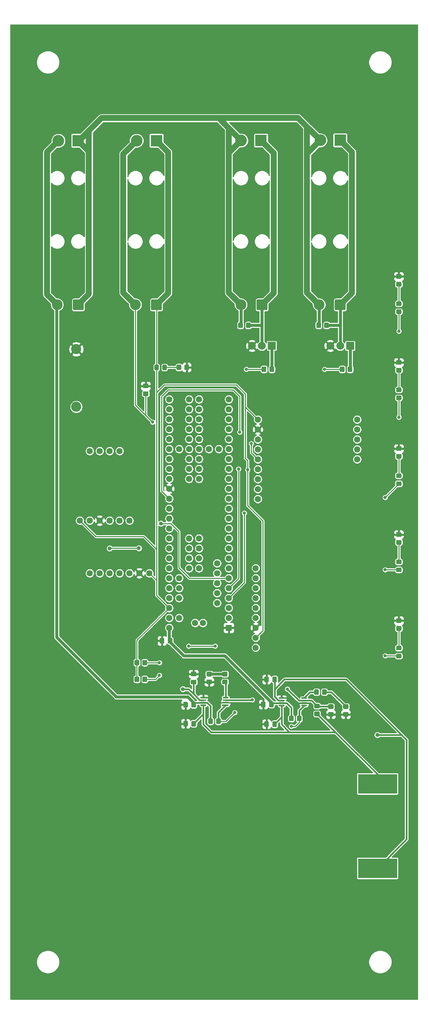
<source format=gbr>
G04 #@! TF.GenerationSoftware,KiCad,Pcbnew,(5.1.7)-1*
G04 #@! TF.CreationDate,2022-01-29T11:48:53-05:00*
G04 #@! TF.ProjectId,REV2_SPRING_2022,52455632-5f53-4505-9249-4e475f323032,rev?*
G04 #@! TF.SameCoordinates,Original*
G04 #@! TF.FileFunction,Copper,L1,Top*
G04 #@! TF.FilePolarity,Positive*
%FSLAX46Y46*%
G04 Gerber Fmt 4.6, Leading zero omitted, Abs format (unit mm)*
G04 Created by KiCad (PCBNEW (5.1.7)-1) date 2022-01-29 11:48:53*
%MOMM*%
%LPD*%
G01*
G04 APERTURE LIST*
G04 #@! TA.AperFunction,ComponentPad*
%ADD10C,1.600000*%
G04 #@! TD*
G04 #@! TA.AperFunction,SMDPad,CuDef*
%ADD11R,10.000000X5.000000*%
G04 #@! TD*
G04 #@! TA.AperFunction,ComponentPad*
%ADD12R,1.600000X1.600000*%
G04 #@! TD*
G04 #@! TA.AperFunction,ComponentPad*
%ADD13R,3.000000X3.000000*%
G04 #@! TD*
G04 #@! TA.AperFunction,ComponentPad*
%ADD14C,3.000000*%
G04 #@! TD*
G04 #@! TA.AperFunction,ComponentPad*
%ADD15R,2.000000X2.000000*%
G04 #@! TD*
G04 #@! TA.AperFunction,ComponentPad*
%ADD16C,2.000000*%
G04 #@! TD*
G04 #@! TA.AperFunction,ComponentPad*
%ADD17C,2.750000*%
G04 #@! TD*
G04 #@! TA.AperFunction,ComponentPad*
%ADD18C,2.600000*%
G04 #@! TD*
G04 #@! TA.AperFunction,ViaPad*
%ADD19C,2.540000*%
G04 #@! TD*
G04 #@! TA.AperFunction,ViaPad*
%ADD20C,0.800000*%
G04 #@! TD*
G04 #@! TA.AperFunction,ViaPad*
%ADD21C,1.016000*%
G04 #@! TD*
G04 #@! TA.AperFunction,Conductor*
%ADD22C,0.250000*%
G04 #@! TD*
G04 #@! TA.AperFunction,Conductor*
%ADD23C,1.524000*%
G04 #@! TD*
G04 #@! TA.AperFunction,Conductor*
%ADD24C,0.762000*%
G04 #@! TD*
G04 #@! TA.AperFunction,Conductor*
%ADD25C,0.431800*%
G04 #@! TD*
G04 #@! TA.AperFunction,Conductor*
%ADD26C,0.254000*%
G04 #@! TD*
G04 #@! TA.AperFunction,Conductor*
%ADD27C,0.100000*%
G04 #@! TD*
G04 APERTURE END LIST*
D10*
X124395000Y-153910000D03*
X124395000Y-151370000D03*
X124395000Y-148830000D03*
X124395000Y-146290000D03*
X124395000Y-143750000D03*
X124395000Y-141210000D03*
X124395000Y-138670000D03*
X124395000Y-136130000D03*
X124395000Y-133590000D03*
G04 #@! TA.AperFunction,SMDPad,CuDef*
G36*
G01*
X101662000Y-81819999D02*
X101662000Y-82720001D01*
G75*
G02*
X101412001Y-82970000I-249999J0D01*
G01*
X100761999Y-82970000D01*
G75*
G02*
X100512000Y-82720001I0J249999D01*
G01*
X100512000Y-81819999D01*
G75*
G02*
X100761999Y-81570000I249999J0D01*
G01*
X101412001Y-81570000D01*
G75*
G02*
X101662000Y-81819999I0J-249999D01*
G01*
G37*
G04 #@! TD.AperFunction*
G04 #@! TA.AperFunction,SMDPad,CuDef*
G36*
G01*
X99612000Y-81819999D02*
X99612000Y-82720001D01*
G75*
G02*
X99362001Y-82970000I-249999J0D01*
G01*
X98711999Y-82970000D01*
G75*
G02*
X98462000Y-82720001I0J249999D01*
G01*
X98462000Y-81819999D01*
G75*
G02*
X98711999Y-81570000I249999J0D01*
G01*
X99362001Y-81570000D01*
G75*
G02*
X99612000Y-81819999I0J-249999D01*
G01*
G37*
G04 #@! TD.AperFunction*
X124935000Y-95590000D03*
X124935000Y-98130000D03*
X124935000Y-100670000D03*
X124935000Y-103210000D03*
X124935000Y-105750000D03*
X124935000Y-108290000D03*
X124935000Y-110830000D03*
X124935000Y-113370000D03*
X124935000Y-115910000D03*
X150335000Y-105750000D03*
X150335000Y-103210000D03*
X150335000Y-100670000D03*
X150335000Y-98130000D03*
X150335000Y-95590000D03*
D11*
X73555000Y-210310000D03*
X155555000Y-210310000D03*
X73555000Y-188720000D03*
X155555000Y-188720000D03*
D10*
X97185000Y-134879000D03*
X94645000Y-134879000D03*
X92105000Y-134879000D03*
X89565000Y-134879000D03*
X87025000Y-134879000D03*
X84485000Y-134879000D03*
X81945000Y-134879000D03*
X79405000Y-121417000D03*
X81945000Y-121417000D03*
X84485000Y-121417000D03*
X87025000Y-121417000D03*
X89565000Y-121417000D03*
X92105000Y-121417000D03*
X81945000Y-103637000D03*
X84485000Y-103637000D03*
X87025000Y-103637000D03*
X89565000Y-103637000D03*
X117505000Y-108209000D03*
X117505000Y-105669000D03*
X117505000Y-103129000D03*
X117505000Y-100589000D03*
X117505000Y-110749000D03*
X117505000Y-113289000D03*
X117505000Y-115829000D03*
X117505000Y-98049000D03*
X117505000Y-95509000D03*
X117505000Y-92969000D03*
X117505000Y-90429000D03*
X114965000Y-103129000D03*
X112425000Y-103129000D03*
X109885000Y-103129000D03*
X107345000Y-103129000D03*
X104805000Y-103129000D03*
X102265000Y-90429000D03*
X102265000Y-92969000D03*
X102265000Y-95509000D03*
X102265000Y-98049000D03*
X102265000Y-100589000D03*
X102265000Y-103129000D03*
X102265000Y-105669000D03*
X102265000Y-108209000D03*
X117505000Y-118369000D03*
X117505000Y-120909000D03*
X117505000Y-123449000D03*
X117505000Y-125989000D03*
X117505000Y-128529000D03*
X117505000Y-131069000D03*
X117505000Y-133609000D03*
X117505000Y-136149000D03*
X117505000Y-138689000D03*
X117505000Y-141229000D03*
X117505000Y-143769000D03*
X117505000Y-146309000D03*
D12*
X117505000Y-148849000D03*
D10*
X102265000Y-110749000D03*
X102265000Y-113289000D03*
X102265000Y-115829000D03*
X102265000Y-118369000D03*
X102265000Y-120909000D03*
X102265000Y-123449000D03*
X102265000Y-125989000D03*
X102265000Y-128529000D03*
X102265000Y-131069000D03*
X102265000Y-133609000D03*
X102265000Y-136149000D03*
X102265000Y-138689000D03*
X102265000Y-141229000D03*
X102265000Y-143769000D03*
X102265000Y-146309000D03*
X102265000Y-148849000D03*
X104805000Y-146309000D03*
X104805000Y-141229000D03*
X104805000Y-138689000D03*
X104805000Y-136149000D03*
X114505000Y-142499000D03*
X114505000Y-139959000D03*
X114505000Y-137419000D03*
X114505000Y-134879000D03*
X114505000Y-132339000D03*
X107345000Y-100589000D03*
X107345000Y-98049000D03*
X107345000Y-95509000D03*
X107345000Y-92969000D03*
X109885000Y-92969000D03*
X109885000Y-95509000D03*
X109885000Y-98049000D03*
X109885000Y-100589000D03*
X107345000Y-90429000D03*
X109885000Y-90429000D03*
X107345000Y-105669000D03*
X109885000Y-105669000D03*
X107345000Y-108209000D03*
X109885000Y-108209000D03*
X107345000Y-110749000D03*
X109885000Y-110749000D03*
X109885000Y-131069000D03*
X109885000Y-133609000D03*
X109885000Y-128529000D03*
X109885000Y-125989000D03*
X107345000Y-125989000D03*
X107345000Y-128529000D03*
X107345000Y-131069000D03*
X107345000Y-133609000D03*
X110895000Y-147579000D03*
X108875000Y-147579000D03*
G04 #@! TA.AperFunction,SMDPad,CuDef*
G36*
G01*
X109120000Y-172888000D02*
X109120000Y-173838000D01*
G75*
G02*
X108870000Y-174088000I-250000J0D01*
G01*
X108195000Y-174088000D01*
G75*
G02*
X107945000Y-173838000I0J250000D01*
G01*
X107945000Y-172888000D01*
G75*
G02*
X108195000Y-172638000I250000J0D01*
G01*
X108870000Y-172638000D01*
G75*
G02*
X109120000Y-172888000I0J-250000D01*
G01*
G37*
G04 #@! TD.AperFunction*
G04 #@! TA.AperFunction,SMDPad,CuDef*
G36*
G01*
X107045000Y-172888000D02*
X107045000Y-173838000D01*
G75*
G02*
X106795000Y-174088000I-250000J0D01*
G01*
X106120000Y-174088000D01*
G75*
G02*
X105870000Y-173838000I0J250000D01*
G01*
X105870000Y-172888000D01*
G75*
G02*
X106120000Y-172638000I250000J0D01*
G01*
X106795000Y-172638000D01*
G75*
G02*
X107045000Y-172888000I0J-250000D01*
G01*
G37*
G04 #@! TD.AperFunction*
G04 #@! TA.AperFunction,SMDPad,CuDef*
G36*
G01*
X108986000Y-161229000D02*
X108036000Y-161229000D01*
G75*
G02*
X107786000Y-160979000I0J250000D01*
G01*
X107786000Y-160304000D01*
G75*
G02*
X108036000Y-160054000I250000J0D01*
G01*
X108986000Y-160054000D01*
G75*
G02*
X109236000Y-160304000I0J-250000D01*
G01*
X109236000Y-160979000D01*
G75*
G02*
X108986000Y-161229000I-250000J0D01*
G01*
G37*
G04 #@! TD.AperFunction*
G04 #@! TA.AperFunction,SMDPad,CuDef*
G36*
G01*
X108986000Y-163304000D02*
X108036000Y-163304000D01*
G75*
G02*
X107786000Y-163054000I0J250000D01*
G01*
X107786000Y-162379000D01*
G75*
G02*
X108036000Y-162129000I250000J0D01*
G01*
X108986000Y-162129000D01*
G75*
G02*
X109236000Y-162379000I0J-250000D01*
G01*
X109236000Y-163054000D01*
G75*
G02*
X108986000Y-163304000I-250000J0D01*
G01*
G37*
G04 #@! TD.AperFunction*
G04 #@! TA.AperFunction,SMDPad,CuDef*
G36*
G01*
X109125000Y-168025000D02*
X109125000Y-168975000D01*
G75*
G02*
X108875000Y-169225000I-250000J0D01*
G01*
X108200000Y-169225000D01*
G75*
G02*
X107950000Y-168975000I0J250000D01*
G01*
X107950000Y-168025000D01*
G75*
G02*
X108200000Y-167775000I250000J0D01*
G01*
X108875000Y-167775000D01*
G75*
G02*
X109125000Y-168025000I0J-250000D01*
G01*
G37*
G04 #@! TD.AperFunction*
G04 #@! TA.AperFunction,SMDPad,CuDef*
G36*
G01*
X107050000Y-168025000D02*
X107050000Y-168975000D01*
G75*
G02*
X106800000Y-169225000I-250000J0D01*
G01*
X106125000Y-169225000D01*
G75*
G02*
X105875000Y-168975000I0J250000D01*
G01*
X105875000Y-168025000D01*
G75*
G02*
X106125000Y-167775000I250000J0D01*
G01*
X106800000Y-167775000D01*
G75*
G02*
X107050000Y-168025000I0J-250000D01*
G01*
G37*
G04 #@! TD.AperFunction*
G04 #@! TA.AperFunction,SMDPad,CuDef*
G36*
G01*
X129812500Y-172991500D02*
X129812500Y-173941500D01*
G75*
G02*
X129562500Y-174191500I-250000J0D01*
G01*
X128887500Y-174191500D01*
G75*
G02*
X128637500Y-173941500I0J250000D01*
G01*
X128637500Y-172991500D01*
G75*
G02*
X128887500Y-172741500I250000J0D01*
G01*
X129562500Y-172741500D01*
G75*
G02*
X129812500Y-172991500I0J-250000D01*
G01*
G37*
G04 #@! TD.AperFunction*
G04 #@! TA.AperFunction,SMDPad,CuDef*
G36*
G01*
X127737500Y-172991500D02*
X127737500Y-173941500D01*
G75*
G02*
X127487500Y-174191500I-250000J0D01*
G01*
X126812500Y-174191500D01*
G75*
G02*
X126562500Y-173941500I0J250000D01*
G01*
X126562500Y-172991500D01*
G75*
G02*
X126812500Y-172741500I250000J0D01*
G01*
X127487500Y-172741500D01*
G75*
G02*
X127737500Y-172991500I0J-250000D01*
G01*
G37*
G04 #@! TD.AperFunction*
G04 #@! TA.AperFunction,SMDPad,CuDef*
G36*
G01*
X127737500Y-161561500D02*
X127737500Y-162511500D01*
G75*
G02*
X127487500Y-162761500I-250000J0D01*
G01*
X126812500Y-162761500D01*
G75*
G02*
X126562500Y-162511500I0J250000D01*
G01*
X126562500Y-161561500D01*
G75*
G02*
X126812500Y-161311500I250000J0D01*
G01*
X127487500Y-161311500D01*
G75*
G02*
X127737500Y-161561500I0J-250000D01*
G01*
G37*
G04 #@! TD.AperFunction*
G04 #@! TA.AperFunction,SMDPad,CuDef*
G36*
G01*
X129812500Y-161561500D02*
X129812500Y-162511500D01*
G75*
G02*
X129562500Y-162761500I-250000J0D01*
G01*
X128887500Y-162761500D01*
G75*
G02*
X128637500Y-162511500I0J250000D01*
G01*
X128637500Y-161561500D01*
G75*
G02*
X128887500Y-161311500I250000J0D01*
G01*
X129562500Y-161311500D01*
G75*
G02*
X129812500Y-161561500I0J-250000D01*
G01*
G37*
G04 #@! TD.AperFunction*
G04 #@! TA.AperFunction,SMDPad,CuDef*
G36*
G01*
X126912000Y-167975000D02*
X126912000Y-168925000D01*
G75*
G02*
X126662000Y-169175000I-250000J0D01*
G01*
X125987000Y-169175000D01*
G75*
G02*
X125737000Y-168925000I0J250000D01*
G01*
X125737000Y-167975000D01*
G75*
G02*
X125987000Y-167725000I250000J0D01*
G01*
X126662000Y-167725000D01*
G75*
G02*
X126912000Y-167975000I0J-250000D01*
G01*
G37*
G04 #@! TD.AperFunction*
G04 #@! TA.AperFunction,SMDPad,CuDef*
G36*
G01*
X128987000Y-167975000D02*
X128987000Y-168925000D01*
G75*
G02*
X128737000Y-169175000I-250000J0D01*
G01*
X128062000Y-169175000D01*
G75*
G02*
X127812000Y-168925000I0J250000D01*
G01*
X127812000Y-167975000D01*
G75*
G02*
X128062000Y-167725000I250000J0D01*
G01*
X128737000Y-167725000D01*
G75*
G02*
X128987000Y-167975000I0J-250000D01*
G01*
G37*
G04 #@! TD.AperFunction*
D13*
X146000000Y-24200000D03*
D14*
X140920000Y-24200000D03*
D15*
X148540000Y-76750000D03*
D16*
X146000000Y-76750000D03*
X143460000Y-76750000D03*
G04 #@! TA.AperFunction,SMDPad,CuDef*
G36*
G01*
X140512001Y-171447000D02*
X139611999Y-171447000D01*
G75*
G02*
X139362000Y-171197001I0J249999D01*
G01*
X139362000Y-170496999D01*
G75*
G02*
X139611999Y-170247000I249999J0D01*
G01*
X140512001Y-170247000D01*
G75*
G02*
X140762000Y-170496999I0J-249999D01*
G01*
X140762000Y-171197001D01*
G75*
G02*
X140512001Y-171447000I-249999J0D01*
G01*
G37*
G04 #@! TD.AperFunction*
G04 #@! TA.AperFunction,SMDPad,CuDef*
G36*
G01*
X140512001Y-169447000D02*
X139611999Y-169447000D01*
G75*
G02*
X139362000Y-169197001I0J249999D01*
G01*
X139362000Y-168496999D01*
G75*
G02*
X139611999Y-168247000I249999J0D01*
G01*
X140512001Y-168247000D01*
G75*
G02*
X140762000Y-168496999I0J-249999D01*
G01*
X140762000Y-169197001D01*
G75*
G02*
X140512001Y-169447000I-249999J0D01*
G01*
G37*
G04 #@! TD.AperFunction*
G04 #@! TA.AperFunction,SMDPad,CuDef*
G36*
G01*
X143167999Y-170374000D02*
X144068001Y-170374000D01*
G75*
G02*
X144318000Y-170623999I0J-249999D01*
G01*
X144318000Y-171324001D01*
G75*
G02*
X144068001Y-171574000I-249999J0D01*
G01*
X143167999Y-171574000D01*
G75*
G02*
X142918000Y-171324001I0J249999D01*
G01*
X142918000Y-170623999D01*
G75*
G02*
X143167999Y-170374000I249999J0D01*
G01*
G37*
G04 #@! TD.AperFunction*
G04 #@! TA.AperFunction,SMDPad,CuDef*
G36*
G01*
X143167999Y-168374000D02*
X144068001Y-168374000D01*
G75*
G02*
X144318000Y-168623999I0J-249999D01*
G01*
X144318000Y-169324001D01*
G75*
G02*
X144068001Y-169574000I-249999J0D01*
G01*
X143167999Y-169574000D01*
G75*
G02*
X142918000Y-169324001I0J249999D01*
G01*
X142918000Y-168623999D01*
G75*
G02*
X143167999Y-168374000I249999J0D01*
G01*
G37*
G04 #@! TD.AperFunction*
G04 #@! TA.AperFunction,SMDPad,CuDef*
G36*
G01*
X147100000Y-82299999D02*
X147100000Y-83200001D01*
G75*
G02*
X146850001Y-83450000I-249999J0D01*
G01*
X146149999Y-83450000D01*
G75*
G02*
X145900000Y-83200001I0J249999D01*
G01*
X145900000Y-82299999D01*
G75*
G02*
X146149999Y-82050000I249999J0D01*
G01*
X146850001Y-82050000D01*
G75*
G02*
X147100000Y-82299999I0J-249999D01*
G01*
G37*
G04 #@! TD.AperFunction*
G04 #@! TA.AperFunction,SMDPad,CuDef*
G36*
G01*
X149100000Y-82299999D02*
X149100000Y-83200001D01*
G75*
G02*
X148850001Y-83450000I-249999J0D01*
G01*
X148149999Y-83450000D01*
G75*
G02*
X147900000Y-83200001I0J249999D01*
G01*
X147900000Y-82299999D01*
G75*
G02*
X148149999Y-82050000I249999J0D01*
G01*
X148850001Y-82050000D01*
G75*
G02*
X149100000Y-82299999I0J-249999D01*
G01*
G37*
G04 #@! TD.AperFunction*
G04 #@! TA.AperFunction,SMDPad,CuDef*
G36*
G01*
X116049999Y-162079000D02*
X116950001Y-162079000D01*
G75*
G02*
X117200000Y-162328999I0J-249999D01*
G01*
X117200000Y-163029001D01*
G75*
G02*
X116950001Y-163279000I-249999J0D01*
G01*
X116049999Y-163279000D01*
G75*
G02*
X115800000Y-163029001I0J249999D01*
G01*
X115800000Y-162328999D01*
G75*
G02*
X116049999Y-162079000I249999J0D01*
G01*
G37*
G04 #@! TD.AperFunction*
G04 #@! TA.AperFunction,SMDPad,CuDef*
G36*
G01*
X116049999Y-160079000D02*
X116950001Y-160079000D01*
G75*
G02*
X117200000Y-160328999I0J-249999D01*
G01*
X117200000Y-161029001D01*
G75*
G02*
X116950001Y-161279000I-249999J0D01*
G01*
X116049999Y-161279000D01*
G75*
G02*
X115800000Y-161029001I0J249999D01*
G01*
X115800000Y-160328999D01*
G75*
G02*
X116049999Y-160079000I249999J0D01*
G01*
G37*
G04 #@! TD.AperFunction*
G04 #@! TA.AperFunction,SMDPad,CuDef*
G36*
G01*
X112245000Y-173178001D02*
X112245000Y-172277999D01*
G75*
G02*
X112494999Y-172028000I249999J0D01*
G01*
X113195001Y-172028000D01*
G75*
G02*
X113445000Y-172277999I0J-249999D01*
G01*
X113445000Y-173178001D01*
G75*
G02*
X113195001Y-173428000I-249999J0D01*
G01*
X112494999Y-173428000D01*
G75*
G02*
X112245000Y-173178001I0J249999D01*
G01*
G37*
G04 #@! TD.AperFunction*
G04 #@! TA.AperFunction,SMDPad,CuDef*
G36*
G01*
X114245000Y-173178001D02*
X114245000Y-172277999D01*
G75*
G02*
X114494999Y-172028000I249999J0D01*
G01*
X115195001Y-172028000D01*
G75*
G02*
X115445000Y-172277999I0J-249999D01*
G01*
X115445000Y-173178001D01*
G75*
G02*
X115195001Y-173428000I-249999J0D01*
G01*
X114494999Y-173428000D01*
G75*
G02*
X114245000Y-173178001I0J249999D01*
G01*
G37*
G04 #@! TD.AperFunction*
G04 #@! TA.AperFunction,SMDPad,CuDef*
G36*
G01*
X142551000Y-164824999D02*
X142551000Y-165725001D01*
G75*
G02*
X142301001Y-165975000I-249999J0D01*
G01*
X141600999Y-165975000D01*
G75*
G02*
X141351000Y-165725001I0J249999D01*
G01*
X141351000Y-164824999D01*
G75*
G02*
X141600999Y-164575000I249999J0D01*
G01*
X142301001Y-164575000D01*
G75*
G02*
X142551000Y-164824999I0J-249999D01*
G01*
G37*
G04 #@! TD.AperFunction*
G04 #@! TA.AperFunction,SMDPad,CuDef*
G36*
G01*
X140551000Y-164824999D02*
X140551000Y-165725001D01*
G75*
G02*
X140301001Y-165975000I-249999J0D01*
G01*
X139600999Y-165975000D01*
G75*
G02*
X139351000Y-165725001I0J249999D01*
G01*
X139351000Y-164824999D01*
G75*
G02*
X139600999Y-164575000I249999J0D01*
G01*
X140301001Y-164575000D01*
G75*
G02*
X140551000Y-164824999I0J-249999D01*
G01*
G37*
G04 #@! TD.AperFunction*
G04 #@! TA.AperFunction,SMDPad,CuDef*
G36*
G01*
X132900000Y-172450001D02*
X132900000Y-171549999D01*
G75*
G02*
X133149999Y-171300000I249999J0D01*
G01*
X133850001Y-171300000D01*
G75*
G02*
X134100000Y-171549999I0J-249999D01*
G01*
X134100000Y-172450001D01*
G75*
G02*
X133850001Y-172700000I-249999J0D01*
G01*
X133149999Y-172700000D01*
G75*
G02*
X132900000Y-172450001I0J249999D01*
G01*
G37*
G04 #@! TD.AperFunction*
G04 #@! TA.AperFunction,SMDPad,CuDef*
G36*
G01*
X134900000Y-172450001D02*
X134900000Y-171549999D01*
G75*
G02*
X135149999Y-171300000I249999J0D01*
G01*
X135850001Y-171300000D01*
G75*
G02*
X136100000Y-171549999I0J-249999D01*
G01*
X136100000Y-172450001D01*
G75*
G02*
X135850001Y-172700000I-249999J0D01*
G01*
X135149999Y-172700000D01*
G75*
G02*
X134900000Y-172450001I0J249999D01*
G01*
G37*
G04 #@! TD.AperFunction*
G04 #@! TA.AperFunction,SMDPad,CuDef*
G36*
G01*
X160549999Y-133450000D02*
X161450001Y-133450000D01*
G75*
G02*
X161700000Y-133699999I0J-249999D01*
G01*
X161700000Y-134350001D01*
G75*
G02*
X161450001Y-134600000I-249999J0D01*
G01*
X160549999Y-134600000D01*
G75*
G02*
X160300000Y-134350001I0J249999D01*
G01*
X160300000Y-133699999D01*
G75*
G02*
X160549999Y-133450000I249999J0D01*
G01*
G37*
G04 #@! TD.AperFunction*
G04 #@! TA.AperFunction,SMDPad,CuDef*
G36*
G01*
X160549999Y-131400000D02*
X161450001Y-131400000D01*
G75*
G02*
X161700000Y-131649999I0J-249999D01*
G01*
X161700000Y-132300001D01*
G75*
G02*
X161450001Y-132550000I-249999J0D01*
G01*
X160549999Y-132550000D01*
G75*
G02*
X160300000Y-132300001I0J249999D01*
G01*
X160300000Y-131649999D01*
G75*
G02*
X160549999Y-131400000I249999J0D01*
G01*
G37*
G04 #@! TD.AperFunction*
G04 #@! TA.AperFunction,SMDPad,CuDef*
G36*
G01*
X160549999Y-109375000D02*
X161450001Y-109375000D01*
G75*
G02*
X161700000Y-109624999I0J-249999D01*
G01*
X161700000Y-110275001D01*
G75*
G02*
X161450001Y-110525000I-249999J0D01*
G01*
X160549999Y-110525000D01*
G75*
G02*
X160300000Y-110275001I0J249999D01*
G01*
X160300000Y-109624999D01*
G75*
G02*
X160549999Y-109375000I249999J0D01*
G01*
G37*
G04 #@! TD.AperFunction*
G04 #@! TA.AperFunction,SMDPad,CuDef*
G36*
G01*
X160549999Y-111425000D02*
X161450001Y-111425000D01*
G75*
G02*
X161700000Y-111674999I0J-249999D01*
G01*
X161700000Y-112325001D01*
G75*
G02*
X161450001Y-112575000I-249999J0D01*
G01*
X160549999Y-112575000D01*
G75*
G02*
X160300000Y-112325001I0J249999D01*
G01*
X160300000Y-111674999D01*
G75*
G02*
X160549999Y-111425000I249999J0D01*
G01*
G37*
G04 #@! TD.AperFunction*
G04 #@! TA.AperFunction,SMDPad,CuDef*
G36*
G01*
X160549999Y-87425000D02*
X161450001Y-87425000D01*
G75*
G02*
X161700000Y-87674999I0J-249999D01*
G01*
X161700000Y-88325001D01*
G75*
G02*
X161450001Y-88575000I-249999J0D01*
G01*
X160549999Y-88575000D01*
G75*
G02*
X160300000Y-88325001I0J249999D01*
G01*
X160300000Y-87674999D01*
G75*
G02*
X160549999Y-87425000I249999J0D01*
G01*
G37*
G04 #@! TD.AperFunction*
G04 #@! TA.AperFunction,SMDPad,CuDef*
G36*
G01*
X160549999Y-89475000D02*
X161450001Y-89475000D01*
G75*
G02*
X161700000Y-89724999I0J-249999D01*
G01*
X161700000Y-90375001D01*
G75*
G02*
X161450001Y-90625000I-249999J0D01*
G01*
X160549999Y-90625000D01*
G75*
G02*
X160300000Y-90375001I0J249999D01*
G01*
X160300000Y-89724999D01*
G75*
G02*
X160549999Y-89475000I249999J0D01*
G01*
G37*
G04 #@! TD.AperFunction*
G04 #@! TA.AperFunction,SMDPad,CuDef*
G36*
G01*
X160549999Y-67450000D02*
X161450001Y-67450000D01*
G75*
G02*
X161700000Y-67699999I0J-249999D01*
G01*
X161700000Y-68350001D01*
G75*
G02*
X161450001Y-68600000I-249999J0D01*
G01*
X160549999Y-68600000D01*
G75*
G02*
X160300000Y-68350001I0J249999D01*
G01*
X160300000Y-67699999D01*
G75*
G02*
X160549999Y-67450000I249999J0D01*
G01*
G37*
G04 #@! TD.AperFunction*
G04 #@! TA.AperFunction,SMDPad,CuDef*
G36*
G01*
X160549999Y-65400000D02*
X161450001Y-65400000D01*
G75*
G02*
X161700000Y-65649999I0J-249999D01*
G01*
X161700000Y-66300001D01*
G75*
G02*
X161450001Y-66550000I-249999J0D01*
G01*
X160549999Y-66550000D01*
G75*
G02*
X160300000Y-66300001I0J249999D01*
G01*
X160300000Y-65649999D01*
G75*
G02*
X160549999Y-65400000I249999J0D01*
G01*
G37*
G04 #@! TD.AperFunction*
G04 #@! TA.AperFunction,SMDPad,CuDef*
G36*
G01*
X161450001Y-127600000D02*
X160549999Y-127600000D01*
G75*
G02*
X160300000Y-127350001I0J249999D01*
G01*
X160300000Y-126649999D01*
G75*
G02*
X160549999Y-126400000I249999J0D01*
G01*
X161450001Y-126400000D01*
G75*
G02*
X161700000Y-126649999I0J-249999D01*
G01*
X161700000Y-127350001D01*
G75*
G02*
X161450001Y-127600000I-249999J0D01*
G01*
G37*
G04 #@! TD.AperFunction*
G04 #@! TA.AperFunction,SMDPad,CuDef*
G36*
G01*
X161450001Y-125600000D02*
X160549999Y-125600000D01*
G75*
G02*
X160300000Y-125350001I0J249999D01*
G01*
X160300000Y-124649999D01*
G75*
G02*
X160549999Y-124400000I249999J0D01*
G01*
X161450001Y-124400000D01*
G75*
G02*
X161700000Y-124649999I0J-249999D01*
G01*
X161700000Y-125350001D01*
G75*
G02*
X161450001Y-125600000I-249999J0D01*
G01*
G37*
G04 #@! TD.AperFunction*
G04 #@! TA.AperFunction,SMDPad,CuDef*
G36*
G01*
X161450001Y-103600000D02*
X160549999Y-103600000D01*
G75*
G02*
X160300000Y-103350001I0J249999D01*
G01*
X160300000Y-102649999D01*
G75*
G02*
X160549999Y-102400000I249999J0D01*
G01*
X161450001Y-102400000D01*
G75*
G02*
X161700000Y-102649999I0J-249999D01*
G01*
X161700000Y-103350001D01*
G75*
G02*
X161450001Y-103600000I-249999J0D01*
G01*
G37*
G04 #@! TD.AperFunction*
G04 #@! TA.AperFunction,SMDPad,CuDef*
G36*
G01*
X161450001Y-105600000D02*
X160549999Y-105600000D01*
G75*
G02*
X160300000Y-105350001I0J249999D01*
G01*
X160300000Y-104649999D01*
G75*
G02*
X160549999Y-104400000I249999J0D01*
G01*
X161450001Y-104400000D01*
G75*
G02*
X161700000Y-104649999I0J-249999D01*
G01*
X161700000Y-105350001D01*
G75*
G02*
X161450001Y-105600000I-249999J0D01*
G01*
G37*
G04 #@! TD.AperFunction*
G04 #@! TA.AperFunction,SMDPad,CuDef*
G36*
G01*
X161450001Y-83600000D02*
X160549999Y-83600000D01*
G75*
G02*
X160300000Y-83350001I0J249999D01*
G01*
X160300000Y-82649999D01*
G75*
G02*
X160549999Y-82400000I249999J0D01*
G01*
X161450001Y-82400000D01*
G75*
G02*
X161700000Y-82649999I0J-249999D01*
G01*
X161700000Y-83350001D01*
G75*
G02*
X161450001Y-83600000I-249999J0D01*
G01*
G37*
G04 #@! TD.AperFunction*
G04 #@! TA.AperFunction,SMDPad,CuDef*
G36*
G01*
X161450001Y-81600000D02*
X160549999Y-81600000D01*
G75*
G02*
X160300000Y-81350001I0J249999D01*
G01*
X160300000Y-80649999D01*
G75*
G02*
X160549999Y-80400000I249999J0D01*
G01*
X161450001Y-80400000D01*
G75*
G02*
X161700000Y-80649999I0J-249999D01*
G01*
X161700000Y-81350001D01*
G75*
G02*
X161450001Y-81600000I-249999J0D01*
G01*
G37*
G04 #@! TD.AperFunction*
G04 #@! TA.AperFunction,SMDPad,CuDef*
G36*
G01*
X161450001Y-61600000D02*
X160549999Y-61600000D01*
G75*
G02*
X160300000Y-61350001I0J249999D01*
G01*
X160300000Y-60649999D01*
G75*
G02*
X160549999Y-60400000I249999J0D01*
G01*
X161450001Y-60400000D01*
G75*
G02*
X161700000Y-60649999I0J-249999D01*
G01*
X161700000Y-61350001D01*
G75*
G02*
X161450001Y-61600000I-249999J0D01*
G01*
G37*
G04 #@! TD.AperFunction*
G04 #@! TA.AperFunction,SMDPad,CuDef*
G36*
G01*
X161450001Y-59600000D02*
X160549999Y-59600000D01*
G75*
G02*
X160300000Y-59350001I0J249999D01*
G01*
X160300000Y-58649999D01*
G75*
G02*
X160549999Y-58400000I249999J0D01*
G01*
X161450001Y-58400000D01*
G75*
G02*
X161700000Y-58649999I0J-249999D01*
G01*
X161700000Y-59350001D01*
G75*
G02*
X161450001Y-59600000I-249999J0D01*
G01*
G37*
G04 #@! TD.AperFunction*
G04 #@! TA.AperFunction,SMDPad,CuDef*
G36*
G01*
X106150000Y-82700001D02*
X106150000Y-81799999D01*
G75*
G02*
X106399999Y-81550000I249999J0D01*
G01*
X107100001Y-81550000D01*
G75*
G02*
X107350000Y-81799999I0J-249999D01*
G01*
X107350000Y-82700001D01*
G75*
G02*
X107100001Y-82950000I-249999J0D01*
G01*
X106399999Y-82950000D01*
G75*
G02*
X106150000Y-82700001I0J249999D01*
G01*
G37*
G04 #@! TD.AperFunction*
G04 #@! TA.AperFunction,SMDPad,CuDef*
G36*
G01*
X104150000Y-82700001D02*
X104150000Y-81799999D01*
G75*
G02*
X104399999Y-81550000I249999J0D01*
G01*
X105100001Y-81550000D01*
G75*
G02*
X105350000Y-81799999I0J-249999D01*
G01*
X105350000Y-82700001D01*
G75*
G02*
X105100001Y-82950000I-249999J0D01*
G01*
X104399999Y-82950000D01*
G75*
G02*
X104150000Y-82700001I0J249999D01*
G01*
G37*
G04 #@! TD.AperFunction*
G04 #@! TA.AperFunction,SMDPad,CuDef*
G36*
G01*
X103087500Y-151676000D02*
X103087500Y-152626000D01*
G75*
G02*
X102837500Y-152876000I-250000J0D01*
G01*
X102162500Y-152876000D01*
G75*
G02*
X101912500Y-152626000I0J250000D01*
G01*
X101912500Y-151676000D01*
G75*
G02*
X102162500Y-151426000I250000J0D01*
G01*
X102837500Y-151426000D01*
G75*
G02*
X103087500Y-151676000I0J-250000D01*
G01*
G37*
G04 #@! TD.AperFunction*
G04 #@! TA.AperFunction,SMDPad,CuDef*
G36*
G01*
X101012500Y-151676000D02*
X101012500Y-152626000D01*
G75*
G02*
X100762500Y-152876000I-250000J0D01*
G01*
X100087500Y-152876000D01*
G75*
G02*
X99837500Y-152626000I0J250000D01*
G01*
X99837500Y-151676000D01*
G75*
G02*
X100087500Y-151426000I250000J0D01*
G01*
X100762500Y-151426000D01*
G75*
G02*
X101012500Y-151676000I0J-250000D01*
G01*
G37*
G04 #@! TD.AperFunction*
D13*
X125750000Y-24250000D03*
D14*
X120670000Y-24250000D03*
D15*
X128500000Y-76750000D03*
D16*
X125960000Y-76750000D03*
X123420000Y-76750000D03*
G04 #@! TA.AperFunction,SMDPad,CuDef*
G36*
G01*
X129100000Y-82299999D02*
X129100000Y-83200001D01*
G75*
G02*
X128850001Y-83450000I-249999J0D01*
G01*
X128149999Y-83450000D01*
G75*
G02*
X127900000Y-83200001I0J249999D01*
G01*
X127900000Y-82299999D01*
G75*
G02*
X128149999Y-82050000I249999J0D01*
G01*
X128850001Y-82050000D01*
G75*
G02*
X129100000Y-82299999I0J-249999D01*
G01*
G37*
G04 #@! TD.AperFunction*
G04 #@! TA.AperFunction,SMDPad,CuDef*
G36*
G01*
X127100000Y-82299999D02*
X127100000Y-83200001D01*
G75*
G02*
X126850001Y-83450000I-249999J0D01*
G01*
X126149999Y-83450000D01*
G75*
G02*
X125900000Y-83200001I0J249999D01*
G01*
X125900000Y-82299999D01*
G75*
G02*
X126149999Y-82050000I249999J0D01*
G01*
X126850001Y-82050000D01*
G75*
G02*
X127100000Y-82299999I0J-249999D01*
G01*
G37*
G04 #@! TD.AperFunction*
G04 #@! TA.AperFunction,SMDPad,CuDef*
G36*
G01*
X117445000Y-168523000D02*
X117445000Y-168723000D01*
G75*
G02*
X117345000Y-168823000I-100000J0D01*
G01*
X116070000Y-168823000D01*
G75*
G02*
X115970000Y-168723000I0J100000D01*
G01*
X115970000Y-168523000D01*
G75*
G02*
X116070000Y-168423000I100000J0D01*
G01*
X117345000Y-168423000D01*
G75*
G02*
X117445000Y-168523000I0J-100000D01*
G01*
G37*
G04 #@! TD.AperFunction*
G04 #@! TA.AperFunction,SMDPad,CuDef*
G36*
G01*
X117445000Y-167873000D02*
X117445000Y-168073000D01*
G75*
G02*
X117345000Y-168173000I-100000J0D01*
G01*
X116070000Y-168173000D01*
G75*
G02*
X115970000Y-168073000I0J100000D01*
G01*
X115970000Y-167873000D01*
G75*
G02*
X116070000Y-167773000I100000J0D01*
G01*
X117345000Y-167773000D01*
G75*
G02*
X117445000Y-167873000I0J-100000D01*
G01*
G37*
G04 #@! TD.AperFunction*
G04 #@! TA.AperFunction,SMDPad,CuDef*
G36*
G01*
X117445000Y-167223000D02*
X117445000Y-167423000D01*
G75*
G02*
X117345000Y-167523000I-100000J0D01*
G01*
X116070000Y-167523000D01*
G75*
G02*
X115970000Y-167423000I0J100000D01*
G01*
X115970000Y-167223000D01*
G75*
G02*
X116070000Y-167123000I100000J0D01*
G01*
X117345000Y-167123000D01*
G75*
G02*
X117445000Y-167223000I0J-100000D01*
G01*
G37*
G04 #@! TD.AperFunction*
G04 #@! TA.AperFunction,SMDPad,CuDef*
G36*
G01*
X117445000Y-166573000D02*
X117445000Y-166773000D01*
G75*
G02*
X117345000Y-166873000I-100000J0D01*
G01*
X116070000Y-166873000D01*
G75*
G02*
X115970000Y-166773000I0J100000D01*
G01*
X115970000Y-166573000D01*
G75*
G02*
X116070000Y-166473000I100000J0D01*
G01*
X117345000Y-166473000D01*
G75*
G02*
X117445000Y-166573000I0J-100000D01*
G01*
G37*
G04 #@! TD.AperFunction*
G04 #@! TA.AperFunction,SMDPad,CuDef*
G36*
G01*
X111720000Y-166573000D02*
X111720000Y-166773000D01*
G75*
G02*
X111620000Y-166873000I-100000J0D01*
G01*
X110345000Y-166873000D01*
G75*
G02*
X110245000Y-166773000I0J100000D01*
G01*
X110245000Y-166573000D01*
G75*
G02*
X110345000Y-166473000I100000J0D01*
G01*
X111620000Y-166473000D01*
G75*
G02*
X111720000Y-166573000I0J-100000D01*
G01*
G37*
G04 #@! TD.AperFunction*
G04 #@! TA.AperFunction,SMDPad,CuDef*
G36*
G01*
X111720000Y-167223000D02*
X111720000Y-167423000D01*
G75*
G02*
X111620000Y-167523000I-100000J0D01*
G01*
X110345000Y-167523000D01*
G75*
G02*
X110245000Y-167423000I0J100000D01*
G01*
X110245000Y-167223000D01*
G75*
G02*
X110345000Y-167123000I100000J0D01*
G01*
X111620000Y-167123000D01*
G75*
G02*
X111720000Y-167223000I0J-100000D01*
G01*
G37*
G04 #@! TD.AperFunction*
G04 #@! TA.AperFunction,SMDPad,CuDef*
G36*
G01*
X111720000Y-167873000D02*
X111720000Y-168073000D01*
G75*
G02*
X111620000Y-168173000I-100000J0D01*
G01*
X110345000Y-168173000D01*
G75*
G02*
X110245000Y-168073000I0J100000D01*
G01*
X110245000Y-167873000D01*
G75*
G02*
X110345000Y-167773000I100000J0D01*
G01*
X111620000Y-167773000D01*
G75*
G02*
X111720000Y-167873000I0J-100000D01*
G01*
G37*
G04 #@! TD.AperFunction*
G04 #@! TA.AperFunction,SMDPad,CuDef*
G36*
G01*
X111720000Y-168523000D02*
X111720000Y-168723000D01*
G75*
G02*
X111620000Y-168823000I-100000J0D01*
G01*
X110345000Y-168823000D01*
G75*
G02*
X110245000Y-168723000I0J100000D01*
G01*
X110245000Y-168523000D01*
G75*
G02*
X110345000Y-168423000I100000J0D01*
G01*
X111620000Y-168423000D01*
G75*
G02*
X111720000Y-168523000I0J-100000D01*
G01*
G37*
G04 #@! TD.AperFunction*
G04 #@! TA.AperFunction,SMDPad,CuDef*
G36*
G01*
X131777500Y-168626500D02*
X131777500Y-168826500D01*
G75*
G02*
X131677500Y-168926500I-100000J0D01*
G01*
X130402500Y-168926500D01*
G75*
G02*
X130302500Y-168826500I0J100000D01*
G01*
X130302500Y-168626500D01*
G75*
G02*
X130402500Y-168526500I100000J0D01*
G01*
X131677500Y-168526500D01*
G75*
G02*
X131777500Y-168626500I0J-100000D01*
G01*
G37*
G04 #@! TD.AperFunction*
G04 #@! TA.AperFunction,SMDPad,CuDef*
G36*
G01*
X131777500Y-167976500D02*
X131777500Y-168176500D01*
G75*
G02*
X131677500Y-168276500I-100000J0D01*
G01*
X130402500Y-168276500D01*
G75*
G02*
X130302500Y-168176500I0J100000D01*
G01*
X130302500Y-167976500D01*
G75*
G02*
X130402500Y-167876500I100000J0D01*
G01*
X131677500Y-167876500D01*
G75*
G02*
X131777500Y-167976500I0J-100000D01*
G01*
G37*
G04 #@! TD.AperFunction*
G04 #@! TA.AperFunction,SMDPad,CuDef*
G36*
G01*
X131777500Y-167326500D02*
X131777500Y-167526500D01*
G75*
G02*
X131677500Y-167626500I-100000J0D01*
G01*
X130402500Y-167626500D01*
G75*
G02*
X130302500Y-167526500I0J100000D01*
G01*
X130302500Y-167326500D01*
G75*
G02*
X130402500Y-167226500I100000J0D01*
G01*
X131677500Y-167226500D01*
G75*
G02*
X131777500Y-167326500I0J-100000D01*
G01*
G37*
G04 #@! TD.AperFunction*
G04 #@! TA.AperFunction,SMDPad,CuDef*
G36*
G01*
X131777500Y-166676500D02*
X131777500Y-166876500D01*
G75*
G02*
X131677500Y-166976500I-100000J0D01*
G01*
X130402500Y-166976500D01*
G75*
G02*
X130302500Y-166876500I0J100000D01*
G01*
X130302500Y-166676500D01*
G75*
G02*
X130402500Y-166576500I100000J0D01*
G01*
X131677500Y-166576500D01*
G75*
G02*
X131777500Y-166676500I0J-100000D01*
G01*
G37*
G04 #@! TD.AperFunction*
G04 #@! TA.AperFunction,SMDPad,CuDef*
G36*
G01*
X137502500Y-166676500D02*
X137502500Y-166876500D01*
G75*
G02*
X137402500Y-166976500I-100000J0D01*
G01*
X136127500Y-166976500D01*
G75*
G02*
X136027500Y-166876500I0J100000D01*
G01*
X136027500Y-166676500D01*
G75*
G02*
X136127500Y-166576500I100000J0D01*
G01*
X137402500Y-166576500D01*
G75*
G02*
X137502500Y-166676500I0J-100000D01*
G01*
G37*
G04 #@! TD.AperFunction*
G04 #@! TA.AperFunction,SMDPad,CuDef*
G36*
G01*
X137502500Y-167326500D02*
X137502500Y-167526500D01*
G75*
G02*
X137402500Y-167626500I-100000J0D01*
G01*
X136127500Y-167626500D01*
G75*
G02*
X136027500Y-167526500I0J100000D01*
G01*
X136027500Y-167326500D01*
G75*
G02*
X136127500Y-167226500I100000J0D01*
G01*
X137402500Y-167226500D01*
G75*
G02*
X137502500Y-167326500I0J-100000D01*
G01*
G37*
G04 #@! TD.AperFunction*
G04 #@! TA.AperFunction,SMDPad,CuDef*
G36*
G01*
X137502500Y-167976500D02*
X137502500Y-168176500D01*
G75*
G02*
X137402500Y-168276500I-100000J0D01*
G01*
X136127500Y-168276500D01*
G75*
G02*
X136027500Y-168176500I0J100000D01*
G01*
X136027500Y-167976500D01*
G75*
G02*
X136127500Y-167876500I100000J0D01*
G01*
X137402500Y-167876500D01*
G75*
G02*
X137502500Y-167976500I0J-100000D01*
G01*
G37*
G04 #@! TD.AperFunction*
G04 #@! TA.AperFunction,SMDPad,CuDef*
G36*
G01*
X137502500Y-168626500D02*
X137502500Y-168826500D01*
G75*
G02*
X137402500Y-168926500I-100000J0D01*
G01*
X136127500Y-168926500D01*
G75*
G02*
X136027500Y-168826500I0J100000D01*
G01*
X136027500Y-168626500D01*
G75*
G02*
X136127500Y-168526500I100000J0D01*
G01*
X137402500Y-168526500D01*
G75*
G02*
X137502500Y-168626500I0J-100000D01*
G01*
G37*
G04 #@! TD.AperFunction*
G04 #@! TA.AperFunction,SMDPad,CuDef*
G36*
G01*
X112950001Y-161279000D02*
X112049999Y-161279000D01*
G75*
G02*
X111800000Y-161029001I0J249999D01*
G01*
X111800000Y-160328999D01*
G75*
G02*
X112049999Y-160079000I249999J0D01*
G01*
X112950001Y-160079000D01*
G75*
G02*
X113200000Y-160328999I0J-249999D01*
G01*
X113200000Y-161029001D01*
G75*
G02*
X112950001Y-161279000I-249999J0D01*
G01*
G37*
G04 #@! TD.AperFunction*
G04 #@! TA.AperFunction,SMDPad,CuDef*
G36*
G01*
X112950001Y-163279000D02*
X112049999Y-163279000D01*
G75*
G02*
X111800000Y-163029001I0J249999D01*
G01*
X111800000Y-162328999D01*
G75*
G02*
X112049999Y-162079000I249999J0D01*
G01*
X112950001Y-162079000D01*
G75*
G02*
X113200000Y-162328999I0J-249999D01*
G01*
X113200000Y-163029001D01*
G75*
G02*
X112950001Y-163279000I-249999J0D01*
G01*
G37*
G04 #@! TD.AperFunction*
G04 #@! TA.AperFunction,SMDPad,CuDef*
G36*
G01*
X147878001Y-171574000D02*
X146977999Y-171574000D01*
G75*
G02*
X146728000Y-171324001I0J249999D01*
G01*
X146728000Y-170623999D01*
G75*
G02*
X146977999Y-170374000I249999J0D01*
G01*
X147878001Y-170374000D01*
G75*
G02*
X148128000Y-170623999I0J-249999D01*
G01*
X148128000Y-171324001D01*
G75*
G02*
X147878001Y-171574000I-249999J0D01*
G01*
G37*
G04 #@! TD.AperFunction*
G04 #@! TA.AperFunction,SMDPad,CuDef*
G36*
G01*
X147878001Y-169574000D02*
X146977999Y-169574000D01*
G75*
G02*
X146728000Y-169324001I0J249999D01*
G01*
X146728000Y-168623999D01*
G75*
G02*
X146977999Y-168374000I249999J0D01*
G01*
X147878001Y-168374000D01*
G75*
G02*
X148128000Y-168623999I0J-249999D01*
G01*
X148128000Y-169324001D01*
G75*
G02*
X147878001Y-169574000I-249999J0D01*
G01*
G37*
G04 #@! TD.AperFunction*
G04 #@! TA.AperFunction,ComponentPad*
G36*
G01*
X100375000Y-65124998D02*
X100375000Y-67375002D01*
G75*
G02*
X100125002Y-67625000I-249998J0D01*
G01*
X97874998Y-67625000D01*
G75*
G02*
X97625000Y-67375002I0J249998D01*
G01*
X97625000Y-65124998D01*
G75*
G02*
X97874998Y-64875000I249998J0D01*
G01*
X100125002Y-64875000D01*
G75*
G02*
X100375000Y-65124998I0J-249998D01*
G01*
G37*
G04 #@! TD.AperFunction*
D17*
X93600000Y-66250000D03*
D13*
X99000000Y-24300000D03*
D14*
X93920000Y-24300000D03*
D17*
X73600000Y-66250000D03*
G04 #@! TA.AperFunction,ComponentPad*
G36*
G01*
X80375000Y-65124998D02*
X80375000Y-67375002D01*
G75*
G02*
X80125002Y-67625000I-249998J0D01*
G01*
X77874998Y-67625000D01*
G75*
G02*
X77625000Y-67375002I0J249998D01*
G01*
X77625000Y-65124998D01*
G75*
G02*
X77874998Y-64875000I249998J0D01*
G01*
X80125002Y-64875000D01*
G75*
G02*
X80375000Y-65124998I0J-249998D01*
G01*
G37*
G04 #@! TD.AperFunction*
D14*
X73920000Y-24300000D03*
D13*
X79000000Y-24300000D03*
D17*
X140600000Y-66250000D03*
G04 #@! TA.AperFunction,ComponentPad*
G36*
G01*
X147375000Y-65124998D02*
X147375000Y-67375002D01*
G75*
G02*
X147125002Y-67625000I-249998J0D01*
G01*
X144874998Y-67625000D01*
G75*
G02*
X144625000Y-67375002I0J249998D01*
G01*
X144625000Y-65124998D01*
G75*
G02*
X144874998Y-64875000I249998J0D01*
G01*
X147125002Y-64875000D01*
G75*
G02*
X147375000Y-65124998I0J-249998D01*
G01*
G37*
G04 #@! TD.AperFunction*
X120600000Y-66250000D03*
G04 #@! TA.AperFunction,ComponentPad*
G36*
G01*
X127375000Y-65124998D02*
X127375000Y-67375002D01*
G75*
G02*
X127125002Y-67625000I-249998J0D01*
G01*
X124874998Y-67625000D01*
G75*
G02*
X124625000Y-67375002I0J249998D01*
G01*
X124625000Y-65124998D01*
G75*
G02*
X124874998Y-64875000I249998J0D01*
G01*
X127125002Y-64875000D01*
G75*
G02*
X127375000Y-65124998I0J-249998D01*
G01*
G37*
G04 #@! TD.AperFunction*
G04 #@! TA.AperFunction,SMDPad,CuDef*
G36*
G01*
X96700001Y-87600000D02*
X95799999Y-87600000D01*
G75*
G02*
X95550000Y-87350001I0J249999D01*
G01*
X95550000Y-86649999D01*
G75*
G02*
X95799999Y-86400000I249999J0D01*
G01*
X96700001Y-86400000D01*
G75*
G02*
X96950000Y-86649999I0J-249999D01*
G01*
X96950000Y-87350001D01*
G75*
G02*
X96700001Y-87600000I-249999J0D01*
G01*
G37*
G04 #@! TD.AperFunction*
G04 #@! TA.AperFunction,SMDPad,CuDef*
G36*
G01*
X96700001Y-89600000D02*
X95799999Y-89600000D01*
G75*
G02*
X95550000Y-89350001I0J249999D01*
G01*
X95550000Y-88649999D01*
G75*
G02*
X95799999Y-88400000I249999J0D01*
G01*
X96700001Y-88400000D01*
G75*
G02*
X96950000Y-88649999I0J-249999D01*
G01*
X96950000Y-89350001D01*
G75*
G02*
X96700001Y-89600000I-249999J0D01*
G01*
G37*
G04 #@! TD.AperFunction*
G04 #@! TA.AperFunction,SMDPad,CuDef*
G36*
G01*
X141900000Y-71950001D02*
X141900000Y-71049999D01*
G75*
G02*
X142149999Y-70800000I249999J0D01*
G01*
X142850001Y-70800000D01*
G75*
G02*
X143100000Y-71049999I0J-249999D01*
G01*
X143100000Y-71950001D01*
G75*
G02*
X142850001Y-72200000I-249999J0D01*
G01*
X142149999Y-72200000D01*
G75*
G02*
X141900000Y-71950001I0J249999D01*
G01*
G37*
G04 #@! TD.AperFunction*
G04 #@! TA.AperFunction,SMDPad,CuDef*
G36*
G01*
X139900000Y-71950001D02*
X139900000Y-71049999D01*
G75*
G02*
X140149999Y-70800000I249999J0D01*
G01*
X140850001Y-70800000D01*
G75*
G02*
X141100000Y-71049999I0J-249999D01*
G01*
X141100000Y-71950001D01*
G75*
G02*
X140850001Y-72200000I-249999J0D01*
G01*
X140149999Y-72200000D01*
G75*
G02*
X139900000Y-71950001I0J249999D01*
G01*
G37*
G04 #@! TD.AperFunction*
G04 #@! TA.AperFunction,SMDPad,CuDef*
G36*
G01*
X119900000Y-71950001D02*
X119900000Y-71049999D01*
G75*
G02*
X120149999Y-70800000I249999J0D01*
G01*
X120850001Y-70800000D01*
G75*
G02*
X121100000Y-71049999I0J-249999D01*
G01*
X121100000Y-71950001D01*
G75*
G02*
X120850001Y-72200000I-249999J0D01*
G01*
X120149999Y-72200000D01*
G75*
G02*
X119900000Y-71950001I0J249999D01*
G01*
G37*
G04 #@! TD.AperFunction*
G04 #@! TA.AperFunction,SMDPad,CuDef*
G36*
G01*
X121900000Y-71950001D02*
X121900000Y-71049999D01*
G75*
G02*
X122149999Y-70800000I249999J0D01*
G01*
X122850001Y-70800000D01*
G75*
G02*
X123100000Y-71049999I0J-249999D01*
G01*
X123100000Y-71950001D01*
G75*
G02*
X122850001Y-72200000I-249999J0D01*
G01*
X122149999Y-72200000D01*
G75*
G02*
X121900000Y-71950001I0J249999D01*
G01*
G37*
G04 #@! TD.AperFunction*
D18*
X78500000Y-77600000D03*
X78500000Y-92350000D03*
G04 #@! TA.AperFunction,SMDPad,CuDef*
G36*
G01*
X160549999Y-153425000D02*
X161450001Y-153425000D01*
G75*
G02*
X161700000Y-153674999I0J-249999D01*
G01*
X161700000Y-154325001D01*
G75*
G02*
X161450001Y-154575000I-249999J0D01*
G01*
X160549999Y-154575000D01*
G75*
G02*
X160300000Y-154325001I0J249999D01*
G01*
X160300000Y-153674999D01*
G75*
G02*
X160549999Y-153425000I249999J0D01*
G01*
G37*
G04 #@! TD.AperFunction*
G04 #@! TA.AperFunction,SMDPad,CuDef*
G36*
G01*
X160549999Y-155475000D02*
X161450001Y-155475000D01*
G75*
G02*
X161700000Y-155724999I0J-249999D01*
G01*
X161700000Y-156375001D01*
G75*
G02*
X161450001Y-156625000I-249999J0D01*
G01*
X160549999Y-156625000D01*
G75*
G02*
X160300000Y-156375001I0J249999D01*
G01*
X160300000Y-155724999D01*
G75*
G02*
X160549999Y-155475000I249999J0D01*
G01*
G37*
G04 #@! TD.AperFunction*
G04 #@! TA.AperFunction,SMDPad,CuDef*
G36*
G01*
X161450001Y-149600000D02*
X160549999Y-149600000D01*
G75*
G02*
X160300000Y-149350001I0J249999D01*
G01*
X160300000Y-148649999D01*
G75*
G02*
X160549999Y-148400000I249999J0D01*
G01*
X161450001Y-148400000D01*
G75*
G02*
X161700000Y-148649999I0J-249999D01*
G01*
X161700000Y-149350001D01*
G75*
G02*
X161450001Y-149600000I-249999J0D01*
G01*
G37*
G04 #@! TD.AperFunction*
G04 #@! TA.AperFunction,SMDPad,CuDef*
G36*
G01*
X161450001Y-147600000D02*
X160549999Y-147600000D01*
G75*
G02*
X160300000Y-147350001I0J249999D01*
G01*
X160300000Y-146649999D01*
G75*
G02*
X160549999Y-146400000I249999J0D01*
G01*
X161450001Y-146400000D01*
G75*
G02*
X161700000Y-146649999I0J-249999D01*
G01*
X161700000Y-147350001D01*
G75*
G02*
X161450001Y-147600000I-249999J0D01*
G01*
G37*
G04 #@! TD.AperFunction*
G04 #@! TA.AperFunction,SMDPad,CuDef*
G36*
G01*
X95400000Y-162450001D02*
X95400000Y-161549999D01*
G75*
G02*
X95649999Y-161300000I249999J0D01*
G01*
X96350001Y-161300000D01*
G75*
G02*
X96600000Y-161549999I0J-249999D01*
G01*
X96600000Y-162450001D01*
G75*
G02*
X96350001Y-162700000I-249999J0D01*
G01*
X95649999Y-162700000D01*
G75*
G02*
X95400000Y-162450001I0J249999D01*
G01*
G37*
G04 #@! TD.AperFunction*
G04 #@! TA.AperFunction,SMDPad,CuDef*
G36*
G01*
X93400000Y-162450001D02*
X93400000Y-161549999D01*
G75*
G02*
X93649999Y-161300000I249999J0D01*
G01*
X94350001Y-161300000D01*
G75*
G02*
X94600000Y-161549999I0J-249999D01*
G01*
X94600000Y-162450001D01*
G75*
G02*
X94350001Y-162700000I-249999J0D01*
G01*
X93649999Y-162700000D01*
G75*
G02*
X93400000Y-162450001I0J249999D01*
G01*
G37*
G04 #@! TD.AperFunction*
G04 #@! TA.AperFunction,SMDPad,CuDef*
G36*
G01*
X93400000Y-158200001D02*
X93400000Y-157299999D01*
G75*
G02*
X93649999Y-157050000I249999J0D01*
G01*
X94350001Y-157050000D01*
G75*
G02*
X94600000Y-157299999I0J-249999D01*
G01*
X94600000Y-158200001D01*
G75*
G02*
X94350001Y-158450000I-249999J0D01*
G01*
X93649999Y-158450000D01*
G75*
G02*
X93400000Y-158200001I0J249999D01*
G01*
G37*
G04 #@! TD.AperFunction*
G04 #@! TA.AperFunction,SMDPad,CuDef*
G36*
G01*
X95400000Y-158200001D02*
X95400000Y-157299999D01*
G75*
G02*
X95649999Y-157050000I249999J0D01*
G01*
X96350001Y-157050000D01*
G75*
G02*
X96600000Y-157299999I0J-249999D01*
G01*
X96600000Y-158200001D01*
G75*
G02*
X96350001Y-158450000I-249999J0D01*
G01*
X95649999Y-158450000D01*
G75*
G02*
X95400000Y-158200001I0J249999D01*
G01*
G37*
G04 #@! TD.AperFunction*
D19*
X110000000Y-28000000D03*
X110000000Y-52000000D03*
X110000000Y-44000000D03*
X110000000Y-60000000D03*
X110000000Y-36000000D03*
X133500000Y-28000000D03*
X133500000Y-52000000D03*
X133500000Y-44000000D03*
X133500000Y-60000000D03*
X133500000Y-36000000D03*
X154000000Y-28000000D03*
X154000000Y-52000000D03*
X154000000Y-44000000D03*
X154000000Y-60000000D03*
X154000000Y-36000000D03*
X66000000Y-28000000D03*
X66000000Y-52000000D03*
X66000000Y-44000000D03*
X66000000Y-60000000D03*
X66000000Y-36000000D03*
X65000000Y-217000000D03*
X72000000Y-203000000D03*
X65000000Y-203000000D03*
X65000000Y-210000000D03*
X72000000Y-217000000D03*
X138000000Y-12000000D03*
X106000000Y-12000000D03*
X114000000Y-12000000D03*
X122000000Y-12000000D03*
X130000000Y-12000000D03*
X146000000Y-12000000D03*
X154000000Y-12000000D03*
X161000000Y-20000000D03*
X161000000Y-12000000D03*
D20*
X138000000Y-129750000D03*
X138000000Y-128250000D03*
X138000000Y-126750000D03*
X138000000Y-124750000D03*
D19*
X137000000Y-226000000D03*
X105000000Y-226000000D03*
X97000000Y-226000000D03*
X65000000Y-226000000D03*
X145000000Y-226000000D03*
X129000000Y-226000000D03*
X160000000Y-226000000D03*
X121000000Y-226000000D03*
X73000000Y-226000000D03*
X81000000Y-226000000D03*
X89000000Y-226000000D03*
X113000000Y-226000000D03*
X153000000Y-226000000D03*
D20*
X120000000Y-108250000D03*
X121500000Y-119500000D03*
X123250000Y-101750000D03*
X120299000Y-98799000D03*
D21*
X94500000Y-128500000D03*
X87025000Y-128525000D03*
D20*
X122331000Y-108419000D03*
X98000000Y-93750000D03*
X98000000Y-91250000D03*
X120250000Y-101750000D03*
X120250000Y-104750000D03*
D19*
X86500000Y-28000000D03*
X86500000Y-36000000D03*
X86500000Y-44000000D03*
X86500000Y-52000000D03*
X86500000Y-60000000D03*
X128500000Y-89000000D03*
X148500000Y-89000000D03*
X138500000Y-89000000D03*
X136000000Y-76500000D03*
X116000000Y-76500000D03*
X156000000Y-76500000D03*
X104000000Y-76500000D03*
X66000000Y-68000000D03*
X68500000Y-76500000D03*
X68500000Y-84500000D03*
X68500000Y-92500000D03*
X68500000Y-100500000D03*
X68500000Y-108500000D03*
X68500000Y-116500000D03*
X68500000Y-124500000D03*
X68500000Y-132500000D03*
X68500000Y-140500000D03*
X68500000Y-148500000D03*
X68500000Y-156500000D03*
X98500000Y-172500000D03*
X78500000Y-84500000D03*
X78500000Y-100500000D03*
X78500000Y-116500000D03*
X78500000Y-132500000D03*
X78500000Y-140500000D03*
X78500000Y-148500000D03*
X84500000Y-154500000D03*
X80500000Y-168500000D03*
X74500000Y-162500000D03*
X90500000Y-172500000D03*
X78500000Y-108500000D03*
X135000000Y-159000000D03*
X143000000Y-159000000D03*
X151000000Y-159000000D03*
X161000000Y-141000000D03*
X161000000Y-119000000D03*
X161000000Y-52000000D03*
X161000000Y-169000000D03*
X156000000Y-164000000D03*
X130000000Y-121000000D03*
X138000000Y-121000000D03*
X134000000Y-132000000D03*
X142000000Y-132000000D03*
X151000000Y-129000000D03*
X156000000Y-124000000D03*
X88500000Y-76500000D03*
X88500000Y-84500000D03*
X72000000Y-181500000D03*
X65000000Y-181500000D03*
X65000000Y-188500000D03*
X65000000Y-195500000D03*
X72000000Y-195500000D03*
X120500000Y-173000000D03*
D21*
X138000000Y-173500000D03*
X140500000Y-173500000D03*
X135000000Y-164000000D03*
X137500000Y-164000000D03*
X144500000Y-164000000D03*
X147000000Y-164000000D03*
X149000000Y-166000000D03*
X151000000Y-168000000D03*
X153000000Y-170000000D03*
X155000000Y-172000000D03*
X157000000Y-174000000D03*
X154500000Y-174000000D03*
X152000000Y-174000000D03*
X149500000Y-174000000D03*
X147000000Y-174000000D03*
X143000000Y-177500000D03*
X140500000Y-177500000D03*
X138000000Y-177500000D03*
X135500000Y-177500000D03*
X133000000Y-177500000D03*
X130500000Y-177500000D03*
X128000000Y-177500000D03*
X125500000Y-177500000D03*
X123000000Y-177500000D03*
X120500000Y-177500000D03*
X118000000Y-177500000D03*
X115500000Y-177500000D03*
X113000000Y-177500000D03*
X110500000Y-177500000D03*
X108000000Y-177500000D03*
X105500000Y-177500000D03*
X103000000Y-177500000D03*
X100500000Y-177500000D03*
X98000000Y-177500000D03*
X95500000Y-177500000D03*
X93000000Y-177500000D03*
X90500000Y-177500000D03*
X88000000Y-177500000D03*
X85500000Y-177500000D03*
X83000000Y-177500000D03*
X80500000Y-177500000D03*
X78000000Y-177500000D03*
X75500000Y-177500000D03*
X73000000Y-177500000D03*
X70500000Y-177500000D03*
X68000000Y-177500000D03*
X65500000Y-177500000D03*
X150500000Y-177500000D03*
X153000000Y-177500000D03*
X158000000Y-177500000D03*
X160500000Y-177500000D03*
X160500000Y-180000000D03*
X160500000Y-182500000D03*
X159250000Y-184500000D03*
X156750000Y-184500000D03*
X158000000Y-182500000D03*
X158000000Y-180000000D03*
X155500000Y-180000000D03*
X155500000Y-182500000D03*
D19*
X110000000Y-68000000D03*
X133500000Y-68000000D03*
X154000000Y-68000000D03*
X86500000Y-68000000D03*
X161000000Y-44000000D03*
X161000000Y-36000000D03*
X161000000Y-28000000D03*
X66000000Y-12000000D03*
X74000000Y-12000000D03*
X82000000Y-12000000D03*
X90000000Y-12000000D03*
X98000000Y-12000000D03*
X154000000Y-20000000D03*
D20*
X124000000Y-128250000D03*
X124000000Y-126750000D03*
X124000000Y-124750000D03*
X124000000Y-122000000D03*
X124000000Y-129750000D03*
X128500000Y-129750000D03*
X128500000Y-128250000D03*
X128500000Y-126750000D03*
X128500000Y-124750000D03*
X144750000Y-121500000D03*
X147000000Y-123750000D03*
X150250000Y-120500000D03*
X153500000Y-117250000D03*
X151250000Y-115000000D03*
X148000000Y-118250000D03*
X156750000Y-114000000D03*
X154500000Y-111750000D03*
X152250000Y-109500000D03*
X149000000Y-112750000D03*
X145750000Y-116000000D03*
X142500000Y-119250000D03*
D19*
X158000000Y-195000000D03*
X158000000Y-202000000D03*
X158000000Y-218000000D03*
X90500000Y-160500000D03*
D21*
X97500000Y-151500000D03*
X97500000Y-155000000D03*
X97500000Y-144500000D03*
D19*
X90500000Y-154500000D03*
D21*
X104000000Y-161000000D03*
D19*
X96500000Y-76500000D03*
D20*
X119000000Y-170500000D03*
X99750000Y-157750000D03*
X133500000Y-174000000D03*
X114000000Y-153500006D03*
X107250000Y-153500000D03*
X99750000Y-161000000D03*
X157500000Y-134000000D03*
X157500000Y-115500000D03*
X161000000Y-95000000D03*
X161000000Y-73000000D03*
X142000000Y-82750000D03*
X122000000Y-82750000D03*
X98000000Y-96250000D03*
X132500000Y-164500000D03*
X123499972Y-167250000D03*
D21*
X100150000Y-122175000D03*
D20*
X157500000Y-156000000D03*
D21*
X105750000Y-164500000D03*
X155500000Y-176250000D03*
D22*
X120000000Y-136194000D02*
X120000000Y-108250000D01*
X117505000Y-138689000D02*
X120000000Y-136194000D01*
X117505000Y-141229000D02*
X121500000Y-137234000D01*
X121500000Y-137234000D02*
X121500000Y-119500000D01*
X118140000Y-143769000D02*
X117505000Y-143769000D01*
X118140000Y-146309000D02*
X117505000Y-146309000D01*
X120299000Y-89676306D02*
X120294347Y-89671653D01*
X123250000Y-104065000D02*
X123250000Y-101750000D01*
X124935000Y-105750000D02*
X123250000Y-104065000D01*
X120299000Y-98799000D02*
X120299000Y-89676306D01*
X118622694Y-88000000D02*
X120299000Y-89676306D01*
X102000000Y-88000000D02*
X118622694Y-88000000D01*
X100300000Y-113864000D02*
X100300000Y-89700000D01*
X100300000Y-89700000D02*
X102000000Y-88000000D01*
X102265000Y-115829000D02*
X100300000Y-113864000D01*
X87050000Y-128500000D02*
X87025000Y-128525000D01*
X94500000Y-128500000D02*
X87050000Y-128500000D01*
X126237490Y-149527510D02*
X124395000Y-151370000D01*
X126237490Y-121487490D02*
X126237490Y-149527510D01*
X122331000Y-117581000D02*
X126237490Y-121487490D01*
X122331000Y-108419000D02*
X122331000Y-117581000D01*
X121750000Y-92405000D02*
X121750000Y-92250000D01*
X124935000Y-95590000D02*
X121750000Y-92405000D01*
X122331000Y-106081000D02*
X122331000Y-108419000D01*
X121750000Y-105500000D02*
X122331000Y-106081000D01*
X121750000Y-92250000D02*
X121750000Y-105500000D01*
D23*
X102000000Y-27300000D02*
X99000000Y-24300000D01*
X102000000Y-63250000D02*
X102000000Y-27300000D01*
X99000000Y-66250000D02*
X102000000Y-63250000D01*
D22*
X99000000Y-82233000D02*
X99037000Y-82270000D01*
X99000000Y-66250000D02*
X99000000Y-82233000D01*
X99037000Y-88713018D02*
X99037000Y-82270000D01*
X101000018Y-86750000D02*
X99037000Y-88713018D01*
X119418000Y-86750000D02*
X101000018Y-86750000D01*
X121750000Y-89082000D02*
X119418000Y-86750000D01*
X121750000Y-92250000D02*
X121750000Y-89082000D01*
X102265000Y-143769000D02*
X99037000Y-140541000D01*
X99019000Y-136713000D02*
X99037000Y-136713000D01*
X97185000Y-134879000D02*
X99019000Y-136713000D01*
X99037000Y-140541000D02*
X99037000Y-136713000D01*
X99037000Y-121030156D02*
X99037000Y-88713018D01*
X99037000Y-125787000D02*
X99037000Y-121030156D01*
X83488000Y-125500000D02*
X79405000Y-121417000D01*
X95750000Y-125500000D02*
X83488000Y-125500000D01*
X95750000Y-125500000D02*
X99037000Y-128787000D01*
X99037000Y-128787000D02*
X99037000Y-125787000D01*
X99037000Y-136713000D02*
X99037000Y-128787000D01*
X94000000Y-162000000D02*
X94000000Y-157750000D01*
X94000000Y-152034000D02*
X102265000Y-143769000D01*
X94000000Y-157750000D02*
X94000000Y-152034000D01*
D23*
X73555000Y-188720000D02*
X73555000Y-186055000D01*
X73555000Y-186055000D02*
X73500000Y-186000000D01*
X73500000Y-186000000D02*
X68500000Y-186000000D01*
X68500000Y-186000000D02*
X68500000Y-191000000D01*
X68500000Y-191000000D02*
X78500000Y-191000000D01*
X73500000Y-186000000D02*
X78500000Y-186000000D01*
X78500000Y-186000000D02*
X78500000Y-191000000D01*
X73555000Y-210310000D02*
X73555000Y-207555000D01*
X73555000Y-207555000D02*
X73500000Y-207500000D01*
X68500000Y-213000000D02*
X68500000Y-207500000D01*
X78500000Y-213000000D02*
X68500000Y-213000000D01*
X78500000Y-207500000D02*
X73500000Y-207500000D01*
X78500000Y-207500000D02*
X78500000Y-213000000D01*
X73500000Y-207500000D02*
X68500000Y-207500000D01*
D22*
X106730000Y-82270000D02*
X106750000Y-82250000D01*
D23*
X117500000Y-63150000D02*
X120600000Y-66250000D01*
X117500000Y-27420000D02*
X117500000Y-63150000D01*
X120670000Y-24250000D02*
X117500000Y-27420000D01*
X137500000Y-63150000D02*
X140600000Y-66250000D01*
X137500000Y-27620000D02*
X137500000Y-63150000D01*
X140920000Y-24200000D02*
X137500000Y-27620000D01*
X79000000Y-66250000D02*
X79250000Y-66250000D01*
X79000000Y-66250000D02*
X79000000Y-66200000D01*
X79000000Y-66200000D02*
X81700000Y-63500000D01*
X81700000Y-27000000D02*
X79000000Y-24300000D01*
X81700000Y-63500000D02*
X81700000Y-27000000D01*
X79000000Y-24300000D02*
X79200000Y-24300000D01*
X114920000Y-18500000D02*
X135220000Y-18500000D01*
D24*
X120600000Y-71400000D02*
X120500000Y-71500000D01*
X120600000Y-66250000D02*
X120600000Y-71400000D01*
X140600000Y-71400000D02*
X140500000Y-71500000D01*
X140600000Y-66250000D02*
X140600000Y-71400000D01*
D23*
X81700000Y-21800000D02*
X81875000Y-21625000D01*
X81875000Y-21625000D02*
X85000000Y-18500000D01*
X81700000Y-27000000D02*
X81700000Y-21800000D01*
X79200000Y-24300000D02*
X81875000Y-21625000D01*
X117500000Y-21080000D02*
X117085000Y-20665000D01*
X117500000Y-27420000D02*
X117500000Y-21080000D01*
X117085000Y-20665000D02*
X120670000Y-24250000D01*
X114920000Y-18500000D02*
X117085000Y-20665000D01*
X137500000Y-20780000D02*
X136985000Y-20265000D01*
X137500000Y-27620000D02*
X137500000Y-20780000D01*
X136985000Y-20265000D02*
X140920000Y-24200000D01*
X135220000Y-18500000D02*
X136985000Y-20265000D01*
X114920000Y-18500000D02*
X85000000Y-18500000D01*
D25*
X131040000Y-168076500D02*
X132326500Y-168076500D01*
X133500000Y-169250000D02*
X133500000Y-172000000D01*
X132326500Y-168076500D02*
X133500000Y-169250000D01*
D24*
X102265000Y-151916000D02*
X102500000Y-152151000D01*
X102265000Y-148849000D02*
X102265000Y-151916000D01*
D25*
X129223500Y-168076500D02*
X128826500Y-168076500D01*
X131040000Y-168076500D02*
X129223500Y-168076500D01*
X129223500Y-168076500D02*
X128773000Y-168076500D01*
X128773000Y-168076500D02*
X128399500Y-168450000D01*
D24*
X116500000Y-156000000D02*
X128399500Y-167899500D01*
X106000000Y-156000000D02*
X116500000Y-156000000D01*
X102500000Y-152500000D02*
X106000000Y-156000000D01*
X128399500Y-167899500D02*
X128399500Y-168450000D01*
X102500000Y-152151000D02*
X102500000Y-152500000D01*
X148540000Y-82710000D02*
X148500000Y-82750000D01*
X148540000Y-76750000D02*
X148540000Y-82710000D01*
D25*
X116707500Y-162886500D02*
X116500000Y-162679000D01*
X116707500Y-166673000D02*
X116707500Y-162886500D01*
X116707500Y-168623000D02*
X115877000Y-168623000D01*
X114845000Y-170485500D02*
X116707500Y-168623000D01*
X114845000Y-172728000D02*
X114845000Y-170485500D01*
D22*
X116772000Y-172728000D02*
X119000000Y-170500000D01*
X114845000Y-172728000D02*
X116772000Y-172728000D01*
X99750000Y-157750000D02*
X96000000Y-157750000D01*
D25*
X138266500Y-165275000D02*
X136765000Y-166776500D01*
X139951000Y-165275000D02*
X138266500Y-165275000D01*
X135500000Y-169991500D02*
X136765000Y-168726500D01*
X135500000Y-172000000D02*
X135500000Y-169991500D01*
D22*
X133500000Y-174000000D02*
X134500000Y-174000000D01*
X135500000Y-173000000D02*
X134500000Y-174000000D01*
X135500000Y-172000000D02*
X135500000Y-173000000D01*
X114000000Y-153500006D02*
X114000000Y-153500000D01*
X114000000Y-153500000D02*
X107250000Y-153500000D01*
X98750000Y-162000000D02*
X96000000Y-162000000D01*
X99750000Y-161000000D02*
X98750000Y-162000000D01*
X160975000Y-134000000D02*
X161000000Y-134025000D01*
X157500000Y-134000000D02*
X160975000Y-134000000D01*
X161000000Y-127000000D02*
X161000000Y-131975000D01*
X161000000Y-105000000D02*
X161000000Y-109950000D01*
X161000000Y-112000000D02*
X157500000Y-115500000D01*
X161000000Y-83000000D02*
X161000000Y-88000000D01*
X161000000Y-95000000D02*
X161000000Y-90050000D01*
X161000000Y-68025000D02*
X161000000Y-73000000D01*
X161000000Y-61000000D02*
X161000000Y-65975000D01*
X101000018Y-82306982D02*
X101037000Y-82270000D01*
X101087000Y-82270000D02*
X104730000Y-82270000D01*
D24*
X128500000Y-76750000D02*
X128500000Y-82750000D01*
D22*
X146500000Y-82750000D02*
X142000000Y-82750000D01*
X126500000Y-82750000D02*
X122000000Y-82750000D01*
D24*
X112500000Y-160679000D02*
X116500000Y-160679000D01*
D25*
X143729000Y-165275000D02*
X147428000Y-168974000D01*
X141951000Y-165275000D02*
X143729000Y-165275000D01*
D23*
X90500000Y-63150000D02*
X93600000Y-66250000D01*
X90500000Y-27720000D02*
X90500000Y-63150000D01*
X93920000Y-24300000D02*
X90500000Y-27720000D01*
D22*
X96250000Y-89000000D02*
X96250000Y-94549978D01*
X93600000Y-91899978D02*
X96250000Y-94549978D01*
X93600000Y-66250000D02*
X93600000Y-91899978D01*
X96250000Y-94549978D02*
X97950022Y-96250000D01*
X97950022Y-96250000D02*
X98000000Y-96250000D01*
D25*
X138641500Y-167426500D02*
X140062000Y-168847000D01*
X136765000Y-167426500D02*
X138641500Y-167426500D01*
X140189000Y-168974000D02*
X140062000Y-168847000D01*
X143618000Y-168974000D02*
X140189000Y-168974000D01*
X135426500Y-167426500D02*
X136765000Y-167426500D01*
X132500000Y-164500000D02*
X135426500Y-167426500D01*
X116707500Y-167323000D02*
X123426972Y-167323000D01*
X123426972Y-167323000D02*
X123499972Y-167250000D01*
D22*
X117505000Y-136149000D02*
X107399000Y-136149000D01*
X107399000Y-136149000D02*
X104750000Y-133500000D01*
X104750000Y-133500000D02*
X104750000Y-124268998D01*
X104750000Y-124268998D02*
X102656002Y-122175000D01*
X102656002Y-122175000D02*
X100150000Y-122175000D01*
X161000000Y-149000000D02*
X161000000Y-154000000D01*
X160950000Y-156000000D02*
X161000000Y-156050000D01*
X157500000Y-156000000D02*
X160950000Y-156000000D01*
D25*
X131040000Y-171651500D02*
X129225000Y-173466500D01*
X131040000Y-168726500D02*
X131040000Y-171651500D01*
X129225000Y-173466500D02*
X129225000Y-173475000D01*
X110982500Y-170913000D02*
X108532500Y-173363000D01*
X108532500Y-173363000D02*
X108613000Y-173363000D01*
X155555000Y-186305000D02*
X155555000Y-188720000D01*
X135409000Y-175500000D02*
X144750000Y-175500000D01*
X144750000Y-175500000D02*
X155555000Y-186305000D01*
X140097000Y-170847000D02*
X144750000Y-175500000D01*
X140062000Y-170847000D02*
X140097000Y-170847000D01*
X113000000Y-175500000D02*
X131250000Y-175500000D01*
X110982500Y-173482500D02*
X110982500Y-168623000D01*
X113000000Y-175500000D02*
X110982500Y-173482500D01*
X131250000Y-175500000D02*
X133000000Y-175500000D01*
X133000000Y-175500000D02*
X135409000Y-175500000D01*
X131040000Y-173540000D02*
X131040000Y-171651500D01*
X133000000Y-175500000D02*
X131040000Y-173540000D01*
X131040000Y-167426500D02*
X130176500Y-167426500D01*
X130176500Y-167426500D02*
X129225000Y-166475000D01*
X110982500Y-167323000D02*
X110073000Y-167323000D01*
X108511000Y-165761000D02*
X108511000Y-162716500D01*
X110073000Y-167323000D02*
X108511000Y-165761000D01*
X108511000Y-165761000D02*
X107250000Y-164500000D01*
X107250000Y-164500000D02*
X105750000Y-164500000D01*
X155500000Y-176250000D02*
X161750000Y-176250000D01*
X129225000Y-164525000D02*
X129225000Y-162036500D01*
X129225000Y-166475000D02*
X129225000Y-164525000D01*
X163000000Y-202865000D02*
X155555000Y-210310000D01*
X163000000Y-177750000D02*
X163000000Y-202865000D01*
X163000000Y-177500000D02*
X163000000Y-177750000D01*
X147536500Y-162036500D02*
X163000000Y-177500000D01*
X131713500Y-162036500D02*
X147536500Y-162036500D01*
X129225000Y-164525000D02*
X131713500Y-162036500D01*
X109064500Y-167973000D02*
X108537500Y-168500000D01*
X110982500Y-167973000D02*
X109064500Y-167973000D01*
X110982500Y-167973000D02*
X111973000Y-167973000D01*
X112845000Y-168845000D02*
X112845000Y-172728000D01*
X111973000Y-167973000D02*
X112845000Y-168845000D01*
D23*
X71000000Y-63650000D02*
X73600000Y-66250000D01*
X71000000Y-27220000D02*
X71000000Y-63650000D01*
X73920000Y-24300000D02*
X71000000Y-27220000D01*
D24*
X73500000Y-66350000D02*
X73600000Y-66250000D01*
X73500000Y-151250000D02*
X73500000Y-66350000D01*
X88750000Y-166500000D02*
X73500000Y-151250000D01*
X107000000Y-166500000D02*
X88750000Y-166500000D01*
X108537500Y-168037500D02*
X107000000Y-166500000D01*
X108537500Y-168500000D02*
X108537500Y-168037500D01*
D23*
X149000000Y-27200000D02*
X146000000Y-24200000D01*
X149000000Y-63250000D02*
X149000000Y-27200000D01*
X146000000Y-66250000D02*
X149000000Y-63250000D01*
D24*
X142500000Y-71500000D02*
X146000000Y-71500000D01*
X146000000Y-71500000D02*
X146000000Y-76750000D01*
X146000000Y-66250000D02*
X146000000Y-71500000D01*
D23*
X129000000Y-27500000D02*
X125750000Y-24250000D01*
X129000000Y-63250000D02*
X129000000Y-27500000D01*
X126000000Y-66250000D02*
X129000000Y-63250000D01*
D24*
X126000000Y-76710000D02*
X125960000Y-76750000D01*
X122500000Y-71500000D02*
X126000000Y-71500000D01*
X126000000Y-71500000D02*
X126000000Y-76710000D01*
X126000000Y-66250000D02*
X126000000Y-71500000D01*
D26*
X165773001Y-243773000D02*
X61727001Y-243773000D01*
X61727001Y-233956243D01*
X68267431Y-233956243D01*
X68267431Y-234543757D01*
X68382050Y-235119983D01*
X68606882Y-235662776D01*
X68933288Y-236151277D01*
X69348723Y-236566712D01*
X69837224Y-236893118D01*
X70380017Y-237117950D01*
X70956243Y-237232569D01*
X71543757Y-237232569D01*
X72119983Y-237117950D01*
X72662776Y-236893118D01*
X73151277Y-236566712D01*
X73566712Y-236151277D01*
X73893118Y-235662776D01*
X74117950Y-235119983D01*
X74232569Y-234543757D01*
X74232569Y-233956243D01*
X153267431Y-233956243D01*
X153267431Y-234543757D01*
X153382050Y-235119983D01*
X153606882Y-235662776D01*
X153933288Y-236151277D01*
X154348723Y-236566712D01*
X154837224Y-236893118D01*
X155380017Y-237117950D01*
X155956243Y-237232569D01*
X156543757Y-237232569D01*
X157119983Y-237117950D01*
X157662776Y-236893118D01*
X158151277Y-236566712D01*
X158566712Y-236151277D01*
X158893118Y-235662776D01*
X159117950Y-235119983D01*
X159232569Y-234543757D01*
X159232569Y-233956243D01*
X159117950Y-233380017D01*
X158893118Y-232837224D01*
X158566712Y-232348723D01*
X158151277Y-231933288D01*
X157662776Y-231606882D01*
X157119983Y-231382050D01*
X156543757Y-231267431D01*
X155956243Y-231267431D01*
X155380017Y-231382050D01*
X154837224Y-231606882D01*
X154348723Y-231933288D01*
X153933288Y-232348723D01*
X153606882Y-232837224D01*
X153382050Y-233380017D01*
X153267431Y-233956243D01*
X74232569Y-233956243D01*
X74117950Y-233380017D01*
X73893118Y-232837224D01*
X73566712Y-232348723D01*
X73151277Y-231933288D01*
X72662776Y-231606882D01*
X72119983Y-231382050D01*
X71543757Y-231267431D01*
X70956243Y-231267431D01*
X70380017Y-231382050D01*
X69837224Y-231606882D01*
X69348723Y-231933288D01*
X68933288Y-232348723D01*
X68606882Y-232837224D01*
X68382050Y-233380017D01*
X68267431Y-233956243D01*
X61727001Y-233956243D01*
X61727001Y-212810000D01*
X67916928Y-212810000D01*
X67929188Y-212934482D01*
X67965498Y-213054180D01*
X68024463Y-213164494D01*
X68103815Y-213261185D01*
X68200506Y-213340537D01*
X68310820Y-213399502D01*
X68430518Y-213435812D01*
X68555000Y-213448072D01*
X73269250Y-213445000D01*
X73428000Y-213286250D01*
X73428000Y-210437000D01*
X73682000Y-210437000D01*
X73682000Y-213286250D01*
X73840750Y-213445000D01*
X78555000Y-213448072D01*
X78679482Y-213435812D01*
X78799180Y-213399502D01*
X78909494Y-213340537D01*
X79006185Y-213261185D01*
X79085537Y-213164494D01*
X79144502Y-213054180D01*
X79180812Y-212934482D01*
X79193072Y-212810000D01*
X79190000Y-210595750D01*
X79031250Y-210437000D01*
X73682000Y-210437000D01*
X73428000Y-210437000D01*
X68078750Y-210437000D01*
X67920000Y-210595750D01*
X67916928Y-212810000D01*
X61727001Y-212810000D01*
X61727001Y-207810000D01*
X67916928Y-207810000D01*
X67920000Y-210024250D01*
X68078750Y-210183000D01*
X73428000Y-210183000D01*
X73428000Y-207333750D01*
X73682000Y-207333750D01*
X73682000Y-210183000D01*
X79031250Y-210183000D01*
X79190000Y-210024250D01*
X79193072Y-207810000D01*
X79180812Y-207685518D01*
X79144502Y-207565820D01*
X79085537Y-207455506D01*
X79006185Y-207358815D01*
X78909494Y-207279463D01*
X78799180Y-207220498D01*
X78679482Y-207184188D01*
X78555000Y-207171928D01*
X73840750Y-207175000D01*
X73682000Y-207333750D01*
X73428000Y-207333750D01*
X73269250Y-207175000D01*
X68555000Y-207171928D01*
X68430518Y-207184188D01*
X68310820Y-207220498D01*
X68200506Y-207279463D01*
X68103815Y-207358815D01*
X68024463Y-207455506D01*
X67965498Y-207565820D01*
X67929188Y-207685518D01*
X67916928Y-207810000D01*
X61727001Y-207810000D01*
X61727001Y-191220000D01*
X67916928Y-191220000D01*
X67929188Y-191344482D01*
X67965498Y-191464180D01*
X68024463Y-191574494D01*
X68103815Y-191671185D01*
X68200506Y-191750537D01*
X68310820Y-191809502D01*
X68430518Y-191845812D01*
X68555000Y-191858072D01*
X73269250Y-191855000D01*
X73428000Y-191696250D01*
X73428000Y-188847000D01*
X73682000Y-188847000D01*
X73682000Y-191696250D01*
X73840750Y-191855000D01*
X78555000Y-191858072D01*
X78679482Y-191845812D01*
X78799180Y-191809502D01*
X78909494Y-191750537D01*
X79006185Y-191671185D01*
X79085537Y-191574494D01*
X79144502Y-191464180D01*
X79180812Y-191344482D01*
X79193072Y-191220000D01*
X79190000Y-189005750D01*
X79031250Y-188847000D01*
X73682000Y-188847000D01*
X73428000Y-188847000D01*
X68078750Y-188847000D01*
X67920000Y-189005750D01*
X67916928Y-191220000D01*
X61727001Y-191220000D01*
X61727001Y-186220000D01*
X67916928Y-186220000D01*
X67920000Y-188434250D01*
X68078750Y-188593000D01*
X73428000Y-188593000D01*
X73428000Y-185743750D01*
X73682000Y-185743750D01*
X73682000Y-188593000D01*
X79031250Y-188593000D01*
X79190000Y-188434250D01*
X79193072Y-186220000D01*
X79180812Y-186095518D01*
X79144502Y-185975820D01*
X79085537Y-185865506D01*
X79006185Y-185768815D01*
X78909494Y-185689463D01*
X78799180Y-185630498D01*
X78679482Y-185594188D01*
X78555000Y-185581928D01*
X73840750Y-185585000D01*
X73682000Y-185743750D01*
X73428000Y-185743750D01*
X73269250Y-185585000D01*
X68555000Y-185581928D01*
X68430518Y-185594188D01*
X68310820Y-185630498D01*
X68200506Y-185689463D01*
X68103815Y-185768815D01*
X68024463Y-185865506D01*
X67965498Y-185975820D01*
X67929188Y-186095518D01*
X67916928Y-186220000D01*
X61727001Y-186220000D01*
X61727001Y-174088000D01*
X105231928Y-174088000D01*
X105244188Y-174212482D01*
X105280498Y-174332180D01*
X105339463Y-174442494D01*
X105418815Y-174539185D01*
X105515506Y-174618537D01*
X105625820Y-174677502D01*
X105745518Y-174713812D01*
X105870000Y-174726072D01*
X106171750Y-174723000D01*
X106330500Y-174564250D01*
X106330500Y-173490000D01*
X105393750Y-173490000D01*
X105235000Y-173648750D01*
X105231928Y-174088000D01*
X61727001Y-174088000D01*
X61727001Y-172638000D01*
X105231928Y-172638000D01*
X105235000Y-173077250D01*
X105393750Y-173236000D01*
X106330500Y-173236000D01*
X106330500Y-172161750D01*
X106171750Y-172003000D01*
X105870000Y-171999928D01*
X105745518Y-172012188D01*
X105625820Y-172048498D01*
X105515506Y-172107463D01*
X105418815Y-172186815D01*
X105339463Y-172283506D01*
X105280498Y-172393820D01*
X105244188Y-172513518D01*
X105231928Y-172638000D01*
X61727001Y-172638000D01*
X61727001Y-169225000D01*
X105236928Y-169225000D01*
X105249188Y-169349482D01*
X105285498Y-169469180D01*
X105344463Y-169579494D01*
X105423815Y-169676185D01*
X105520506Y-169755537D01*
X105630820Y-169814502D01*
X105750518Y-169850812D01*
X105875000Y-169863072D01*
X106176750Y-169860000D01*
X106335500Y-169701250D01*
X106335500Y-168627000D01*
X105398750Y-168627000D01*
X105240000Y-168785750D01*
X105236928Y-169225000D01*
X61727001Y-169225000D01*
X61727001Y-27220000D01*
X69855490Y-27220000D01*
X69861000Y-27275945D01*
X69861001Y-63594045D01*
X69855490Y-63650000D01*
X69877481Y-63873283D01*
X69942611Y-64087985D01*
X70048374Y-64285856D01*
X70155040Y-64415828D01*
X70155044Y-64415832D01*
X70190710Y-64459291D01*
X70234169Y-64494957D01*
X71848000Y-66108789D01*
X71848000Y-66422557D01*
X71915329Y-66761039D01*
X72047398Y-67079883D01*
X72239133Y-67366835D01*
X72483165Y-67610867D01*
X72742001Y-67783815D01*
X72742000Y-151212768D01*
X72738333Y-151250000D01*
X72742000Y-151287231D01*
X72752968Y-151398593D01*
X72796311Y-151541476D01*
X72866697Y-151673159D01*
X72961420Y-151788580D01*
X72990352Y-151812324D01*
X88187685Y-167009659D01*
X88211420Y-167038580D01*
X88326840Y-167133303D01*
X88458523Y-167203689D01*
X88586875Y-167242624D01*
X88601406Y-167247032D01*
X88750000Y-167261667D01*
X88787232Y-167258000D01*
X105504011Y-167258000D01*
X105423815Y-167323815D01*
X105344463Y-167420506D01*
X105285498Y-167530820D01*
X105249188Y-167650518D01*
X105236928Y-167775000D01*
X105240000Y-168214250D01*
X105398750Y-168373000D01*
X106335500Y-168373000D01*
X106335500Y-168353000D01*
X106589500Y-168353000D01*
X106589500Y-168373000D01*
X106609500Y-168373000D01*
X106609500Y-168627000D01*
X106589500Y-168627000D01*
X106589500Y-169701250D01*
X106748250Y-169860000D01*
X107050000Y-169863072D01*
X107174482Y-169850812D01*
X107294180Y-169814502D01*
X107404494Y-169755537D01*
X107501185Y-169676185D01*
X107580537Y-169579494D01*
X107639502Y-169469180D01*
X107675812Y-169349482D01*
X107678165Y-169325590D01*
X107755354Y-169419646D01*
X107850644Y-169497848D01*
X107959359Y-169555958D01*
X108077323Y-169591741D01*
X108200000Y-169603824D01*
X108875000Y-169603824D01*
X108997677Y-169591741D01*
X109115641Y-169555958D01*
X109224356Y-169497848D01*
X109319646Y-169419646D01*
X109397848Y-169324356D01*
X109455958Y-169215641D01*
X109491741Y-169097677D01*
X109503824Y-168975000D01*
X109503824Y-168565900D01*
X109866176Y-168565900D01*
X109866176Y-168723000D01*
X109875376Y-168816414D01*
X109902624Y-168906238D01*
X109946872Y-168989020D01*
X110006420Y-169061580D01*
X110078980Y-169121128D01*
X110161762Y-169165376D01*
X110251586Y-169192624D01*
X110345000Y-169201824D01*
X110389601Y-169201824D01*
X110389601Y-170667412D01*
X108797837Y-172259176D01*
X108195000Y-172259176D01*
X108072323Y-172271259D01*
X107954359Y-172307042D01*
X107845644Y-172365152D01*
X107750354Y-172443354D01*
X107673165Y-172537410D01*
X107670812Y-172513518D01*
X107634502Y-172393820D01*
X107575537Y-172283506D01*
X107496185Y-172186815D01*
X107399494Y-172107463D01*
X107289180Y-172048498D01*
X107169482Y-172012188D01*
X107045000Y-171999928D01*
X106743250Y-172003000D01*
X106584500Y-172161750D01*
X106584500Y-173236000D01*
X106604500Y-173236000D01*
X106604500Y-173490000D01*
X106584500Y-173490000D01*
X106584500Y-174564250D01*
X106743250Y-174723000D01*
X107045000Y-174726072D01*
X107169482Y-174713812D01*
X107289180Y-174677502D01*
X107399494Y-174618537D01*
X107496185Y-174539185D01*
X107575537Y-174442494D01*
X107634502Y-174332180D01*
X107670812Y-174212482D01*
X107673165Y-174188590D01*
X107750354Y-174282646D01*
X107845644Y-174360848D01*
X107954359Y-174418958D01*
X108072323Y-174454741D01*
X108195000Y-174466824D01*
X108870000Y-174466824D01*
X108992677Y-174454741D01*
X109110641Y-174418958D01*
X109219356Y-174360848D01*
X109314646Y-174282646D01*
X109392848Y-174187356D01*
X109450958Y-174078641D01*
X109486741Y-173960677D01*
X109498824Y-173838000D01*
X109498824Y-173235163D01*
X110389600Y-172344387D01*
X110389600Y-173453382D01*
X110386732Y-173482500D01*
X110392396Y-173540000D01*
X110398180Y-173598728D01*
X110432082Y-173710490D01*
X110487137Y-173813490D01*
X110561228Y-173903772D01*
X110583851Y-173922338D01*
X112560162Y-175898649D01*
X112578728Y-175921272D01*
X112669009Y-175995363D01*
X112772009Y-176050418D01*
X112883771Y-176084320D01*
X113000000Y-176095768D01*
X113029118Y-176092900D01*
X132970882Y-176092900D01*
X133000000Y-176095768D01*
X133029118Y-176092900D01*
X144504413Y-176092900D01*
X154252689Y-185841176D01*
X150555000Y-185841176D01*
X150481095Y-185848455D01*
X150410030Y-185870012D01*
X150344537Y-185905019D01*
X150287131Y-185952131D01*
X150240019Y-186009537D01*
X150205012Y-186075030D01*
X150183455Y-186146095D01*
X150176176Y-186220000D01*
X150176176Y-191220000D01*
X150183455Y-191293905D01*
X150205012Y-191364970D01*
X150240019Y-191430463D01*
X150287131Y-191487869D01*
X150344537Y-191534981D01*
X150410030Y-191569988D01*
X150481095Y-191591545D01*
X150555000Y-191598824D01*
X160555000Y-191598824D01*
X160628905Y-191591545D01*
X160699970Y-191569988D01*
X160765463Y-191534981D01*
X160822869Y-191487869D01*
X160869981Y-191430463D01*
X160904988Y-191364970D01*
X160926545Y-191293905D01*
X160933824Y-191220000D01*
X160933824Y-186220000D01*
X160926545Y-186146095D01*
X160904988Y-186075030D01*
X160869981Y-186009537D01*
X160822869Y-185952131D01*
X160765463Y-185905019D01*
X160699970Y-185870012D01*
X160628905Y-185848455D01*
X160555000Y-185841176D01*
X155929663Y-185841176D01*
X145189838Y-175101351D01*
X145171272Y-175078728D01*
X145148649Y-175060162D01*
X141662487Y-171574000D01*
X142279928Y-171574000D01*
X142292188Y-171698482D01*
X142328498Y-171818180D01*
X142387463Y-171928494D01*
X142466815Y-172025185D01*
X142563506Y-172104537D01*
X142673820Y-172163502D01*
X142793518Y-172199812D01*
X142918000Y-172212072D01*
X143332250Y-172209000D01*
X143491000Y-172050250D01*
X143491000Y-171101000D01*
X143745000Y-171101000D01*
X143745000Y-172050250D01*
X143903750Y-172209000D01*
X144318000Y-172212072D01*
X144442482Y-172199812D01*
X144562180Y-172163502D01*
X144672494Y-172104537D01*
X144769185Y-172025185D01*
X144848537Y-171928494D01*
X144907502Y-171818180D01*
X144943812Y-171698482D01*
X144956072Y-171574000D01*
X146089928Y-171574000D01*
X146102188Y-171698482D01*
X146138498Y-171818180D01*
X146197463Y-171928494D01*
X146276815Y-172025185D01*
X146373506Y-172104537D01*
X146483820Y-172163502D01*
X146603518Y-172199812D01*
X146728000Y-172212072D01*
X147142250Y-172209000D01*
X147301000Y-172050250D01*
X147301000Y-171101000D01*
X147555000Y-171101000D01*
X147555000Y-172050250D01*
X147713750Y-172209000D01*
X148128000Y-172212072D01*
X148252482Y-172199812D01*
X148372180Y-172163502D01*
X148482494Y-172104537D01*
X148579185Y-172025185D01*
X148658537Y-171928494D01*
X148717502Y-171818180D01*
X148753812Y-171698482D01*
X148766072Y-171574000D01*
X148763000Y-171259750D01*
X148604250Y-171101000D01*
X147555000Y-171101000D01*
X147301000Y-171101000D01*
X146251750Y-171101000D01*
X146093000Y-171259750D01*
X146089928Y-171574000D01*
X144956072Y-171574000D01*
X144953000Y-171259750D01*
X144794250Y-171101000D01*
X143745000Y-171101000D01*
X143491000Y-171101000D01*
X142441750Y-171101000D01*
X142283000Y-171259750D01*
X142279928Y-171574000D01*
X141662487Y-171574000D01*
X141140824Y-171052337D01*
X141140824Y-170496999D01*
X141128741Y-170374322D01*
X141092958Y-170256359D01*
X141034848Y-170147644D01*
X140956646Y-170052354D01*
X140861356Y-169974152D01*
X140752641Y-169916042D01*
X140634678Y-169880259D01*
X140512001Y-169868176D01*
X139611999Y-169868176D01*
X139489322Y-169880259D01*
X139371359Y-169916042D01*
X139262644Y-169974152D01*
X139167354Y-170052354D01*
X139089152Y-170147644D01*
X139031042Y-170256359D01*
X138995259Y-170374322D01*
X138983176Y-170496999D01*
X138983176Y-171197001D01*
X138995259Y-171319678D01*
X139031042Y-171437641D01*
X139089152Y-171546356D01*
X139167354Y-171641646D01*
X139262644Y-171719848D01*
X139371359Y-171777958D01*
X139489322Y-171813741D01*
X139611999Y-171825824D01*
X140237337Y-171825824D01*
X143318613Y-174907100D01*
X133245587Y-174907100D01*
X132261959Y-173923472D01*
X132723000Y-173923472D01*
X132723000Y-174076528D01*
X132752859Y-174226643D01*
X132811431Y-174368048D01*
X132896464Y-174495309D01*
X133004691Y-174603536D01*
X133131952Y-174688569D01*
X133273357Y-174747141D01*
X133423472Y-174777000D01*
X133576528Y-174777000D01*
X133726643Y-174747141D01*
X133868048Y-174688569D01*
X133995309Y-174603536D01*
X134096845Y-174502000D01*
X134475357Y-174502000D01*
X134500000Y-174504427D01*
X134524643Y-174502000D01*
X134524653Y-174502000D01*
X134598409Y-174494736D01*
X134693036Y-174466031D01*
X134780245Y-174419417D01*
X134856684Y-174356684D01*
X134872401Y-174337533D01*
X135837538Y-173372397D01*
X135856684Y-173356684D01*
X135872397Y-173337538D01*
X135872400Y-173337535D01*
X135919417Y-173280246D01*
X135966031Y-173193037D01*
X135994736Y-173098410D01*
X135997855Y-173066741D01*
X135998630Y-173058869D01*
X136090641Y-173030958D01*
X136199356Y-172972848D01*
X136294646Y-172894646D01*
X136372848Y-172799356D01*
X136430958Y-172690641D01*
X136466741Y-172572678D01*
X136478824Y-172450001D01*
X136478824Y-171549999D01*
X136466741Y-171427322D01*
X136430958Y-171309359D01*
X136372848Y-171200644D01*
X136294646Y-171105354D01*
X136199356Y-171027152D01*
X136092900Y-170970249D01*
X136092900Y-170237087D01*
X137024664Y-169305324D01*
X137402500Y-169305324D01*
X137495914Y-169296124D01*
X137585738Y-169268876D01*
X137668520Y-169224628D01*
X137741080Y-169165080D01*
X137800628Y-169092520D01*
X137844876Y-169009738D01*
X137872124Y-168919914D01*
X137881324Y-168826500D01*
X137881324Y-168786564D01*
X137946846Y-168734422D01*
X138027644Y-168638936D01*
X138088261Y-168529521D01*
X138126368Y-168410383D01*
X138137500Y-168308250D01*
X137978750Y-168149500D01*
X137421020Y-168149500D01*
X137402500Y-168147676D01*
X136899346Y-168147676D01*
X136881228Y-168142180D01*
X136764999Y-168130732D01*
X136648771Y-168142180D01*
X136630653Y-168147676D01*
X136127500Y-168147676D01*
X136108980Y-168149500D01*
X135551250Y-168149500D01*
X135392500Y-168308250D01*
X135403632Y-168410383D01*
X135441739Y-168529521D01*
X135502356Y-168638936D01*
X135583154Y-168734422D01*
X135648676Y-168786564D01*
X135648676Y-168826500D01*
X135657876Y-168919914D01*
X135675384Y-168977629D01*
X135101346Y-169551666D01*
X135078729Y-169570228D01*
X135004638Y-169660509D01*
X134996259Y-169676185D01*
X134949582Y-169763510D01*
X134915680Y-169875272D01*
X134904232Y-169991500D01*
X134907101Y-170020628D01*
X134907101Y-170970249D01*
X134800644Y-171027152D01*
X134705354Y-171105354D01*
X134627152Y-171200644D01*
X134569042Y-171309359D01*
X134533259Y-171427322D01*
X134521176Y-171549999D01*
X134521176Y-172450001D01*
X134533259Y-172572678D01*
X134569042Y-172690641D01*
X134627152Y-172799356D01*
X134705354Y-172894646D01*
X134800644Y-172972848D01*
X134811444Y-172978621D01*
X134292066Y-173498000D01*
X134096845Y-173498000D01*
X133995309Y-173396464D01*
X133868048Y-173311431D01*
X133726643Y-173252859D01*
X133576528Y-173223000D01*
X133423472Y-173223000D01*
X133273357Y-173252859D01*
X133131952Y-173311431D01*
X133004691Y-173396464D01*
X132896464Y-173504691D01*
X132811431Y-173631952D01*
X132752859Y-173773357D01*
X132723000Y-173923472D01*
X132261959Y-173923472D01*
X131632900Y-173294413D01*
X131632900Y-171680618D01*
X131635768Y-171651500D01*
X131632900Y-171622382D01*
X131632900Y-169305324D01*
X131677500Y-169305324D01*
X131770914Y-169296124D01*
X131860738Y-169268876D01*
X131943520Y-169224628D01*
X132016080Y-169165080D01*
X132075628Y-169092520D01*
X132119876Y-169009738D01*
X132147124Y-168919914D01*
X132156324Y-168826500D01*
X132156324Y-168744811D01*
X132907100Y-169495587D01*
X132907101Y-170970249D01*
X132800644Y-171027152D01*
X132705354Y-171105354D01*
X132627152Y-171200644D01*
X132569042Y-171309359D01*
X132533259Y-171427322D01*
X132521176Y-171549999D01*
X132521176Y-172450001D01*
X132533259Y-172572678D01*
X132569042Y-172690641D01*
X132627152Y-172799356D01*
X132705354Y-172894646D01*
X132800644Y-172972848D01*
X132909359Y-173030958D01*
X133027322Y-173066741D01*
X133149999Y-173078824D01*
X133850001Y-173078824D01*
X133972678Y-173066741D01*
X134090641Y-173030958D01*
X134199356Y-172972848D01*
X134294646Y-172894646D01*
X134372848Y-172799356D01*
X134430958Y-172690641D01*
X134466741Y-172572678D01*
X134478824Y-172450001D01*
X134478824Y-171549999D01*
X134466741Y-171427322D01*
X134430958Y-171309359D01*
X134372848Y-171200644D01*
X134294646Y-171105354D01*
X134199356Y-171027152D01*
X134092900Y-170970249D01*
X134092900Y-169279118D01*
X134095768Y-169250000D01*
X134084320Y-169133771D01*
X134050418Y-169022009D01*
X133995363Y-168919009D01*
X133991663Y-168914500D01*
X133921272Y-168828728D01*
X133898650Y-168810163D01*
X132766338Y-167677851D01*
X132747772Y-167655228D01*
X132657491Y-167581137D01*
X132554491Y-167526082D01*
X132442729Y-167492180D01*
X132355618Y-167483600D01*
X132326500Y-167480732D01*
X132297382Y-167483600D01*
X132160049Y-167483600D01*
X132221846Y-167434422D01*
X132302644Y-167338936D01*
X132363261Y-167229521D01*
X132401368Y-167110383D01*
X132412500Y-167008250D01*
X132253750Y-166849500D01*
X131696020Y-166849500D01*
X131677500Y-166847676D01*
X131174347Y-166847676D01*
X131156229Y-166842180D01*
X131069118Y-166833600D01*
X130893000Y-166833600D01*
X130893000Y-166703500D01*
X130913000Y-166703500D01*
X130913000Y-166100250D01*
X131167000Y-166100250D01*
X131167000Y-166703500D01*
X132253750Y-166703500D01*
X132412500Y-166544750D01*
X132401368Y-166442617D01*
X132363261Y-166323479D01*
X132302644Y-166214064D01*
X132221846Y-166118578D01*
X132123971Y-166040689D01*
X132012782Y-165983391D01*
X131892552Y-165948886D01*
X131767900Y-165938500D01*
X131325750Y-165941500D01*
X131167000Y-166100250D01*
X130913000Y-166100250D01*
X130754250Y-165941500D01*
X130312100Y-165938500D01*
X130187448Y-165948886D01*
X130067218Y-165983391D01*
X129956029Y-166040689D01*
X129858154Y-166118578D01*
X129817900Y-166166150D01*
X129817900Y-164770587D01*
X130165015Y-164423472D01*
X131723000Y-164423472D01*
X131723000Y-164576528D01*
X131752859Y-164726643D01*
X131811431Y-164868048D01*
X131896464Y-164995309D01*
X132004691Y-165103536D01*
X132131952Y-165188569D01*
X132273357Y-165247141D01*
X132423472Y-165277000D01*
X132438513Y-165277000D01*
X134986666Y-167825154D01*
X135005228Y-167847772D01*
X135095509Y-167921863D01*
X135167365Y-167960271D01*
X135198509Y-167976918D01*
X135310271Y-168010820D01*
X135426500Y-168022268D01*
X135455618Y-168019400D01*
X138395913Y-168019400D01*
X138983176Y-168606663D01*
X138983176Y-169197001D01*
X138995259Y-169319678D01*
X139031042Y-169437641D01*
X139089152Y-169546356D01*
X139167354Y-169641646D01*
X139262644Y-169719848D01*
X139371359Y-169777958D01*
X139489322Y-169813741D01*
X139611999Y-169825824D01*
X140512001Y-169825824D01*
X140634678Y-169813741D01*
X140752641Y-169777958D01*
X140861356Y-169719848D01*
X140956646Y-169641646D01*
X141017988Y-169566900D01*
X142588249Y-169566900D01*
X142645152Y-169673356D01*
X142723354Y-169768646D01*
X142724089Y-169769249D01*
X142673820Y-169784498D01*
X142563506Y-169843463D01*
X142466815Y-169922815D01*
X142387463Y-170019506D01*
X142328498Y-170129820D01*
X142292188Y-170249518D01*
X142279928Y-170374000D01*
X142283000Y-170688250D01*
X142441750Y-170847000D01*
X143491000Y-170847000D01*
X143491000Y-170827000D01*
X143745000Y-170827000D01*
X143745000Y-170847000D01*
X144794250Y-170847000D01*
X144953000Y-170688250D01*
X144956072Y-170374000D01*
X144943812Y-170249518D01*
X144907502Y-170129820D01*
X144848537Y-170019506D01*
X144769185Y-169922815D01*
X144672494Y-169843463D01*
X144562180Y-169784498D01*
X144511911Y-169769249D01*
X144512646Y-169768646D01*
X144590848Y-169673356D01*
X144648958Y-169564641D01*
X144684741Y-169446678D01*
X144696824Y-169324001D01*
X144696824Y-168623999D01*
X144684741Y-168501322D01*
X144648958Y-168383359D01*
X144590848Y-168274644D01*
X144512646Y-168179354D01*
X144417356Y-168101152D01*
X144308641Y-168043042D01*
X144190678Y-168007259D01*
X144068001Y-167995176D01*
X143167999Y-167995176D01*
X143045322Y-168007259D01*
X142927359Y-168043042D01*
X142818644Y-168101152D01*
X142723354Y-168179354D01*
X142645152Y-168274644D01*
X142588249Y-168381100D01*
X141129409Y-168381100D01*
X141128741Y-168374322D01*
X141092958Y-168256359D01*
X141034848Y-168147644D01*
X140956646Y-168052354D01*
X140861356Y-167974152D01*
X140752641Y-167916042D01*
X140634678Y-167880259D01*
X140512001Y-167868176D01*
X139921663Y-167868176D01*
X139081338Y-167027851D01*
X139062772Y-167005228D01*
X138972491Y-166931137D01*
X138869491Y-166876082D01*
X138757729Y-166842180D01*
X138670618Y-166833600D01*
X138641500Y-166830732D01*
X138612382Y-166833600D01*
X137881324Y-166833600D01*
X137881324Y-166676500D01*
X137872124Y-166583086D01*
X137854616Y-166525371D01*
X138512087Y-165867900D01*
X138990393Y-165867900D01*
X139020042Y-165965641D01*
X139078152Y-166074356D01*
X139156354Y-166169646D01*
X139251644Y-166247848D01*
X139360359Y-166305958D01*
X139478322Y-166341741D01*
X139600999Y-166353824D01*
X140301001Y-166353824D01*
X140423678Y-166341741D01*
X140541641Y-166305958D01*
X140650356Y-166247848D01*
X140745646Y-166169646D01*
X140823848Y-166074356D01*
X140881958Y-165965641D01*
X140917741Y-165847678D01*
X140929824Y-165725001D01*
X140929824Y-164824999D01*
X140972176Y-164824999D01*
X140972176Y-165725001D01*
X140984259Y-165847678D01*
X141020042Y-165965641D01*
X141078152Y-166074356D01*
X141156354Y-166169646D01*
X141251644Y-166247848D01*
X141360359Y-166305958D01*
X141478322Y-166341741D01*
X141600999Y-166353824D01*
X142301001Y-166353824D01*
X142423678Y-166341741D01*
X142541641Y-166305958D01*
X142650356Y-166247848D01*
X142745646Y-166169646D01*
X142823848Y-166074356D01*
X142881958Y-165965641D01*
X142911607Y-165867900D01*
X143483413Y-165867900D01*
X146349176Y-168733664D01*
X146349176Y-169324001D01*
X146361259Y-169446678D01*
X146397042Y-169564641D01*
X146455152Y-169673356D01*
X146533354Y-169768646D01*
X146534089Y-169769249D01*
X146483820Y-169784498D01*
X146373506Y-169843463D01*
X146276815Y-169922815D01*
X146197463Y-170019506D01*
X146138498Y-170129820D01*
X146102188Y-170249518D01*
X146089928Y-170374000D01*
X146093000Y-170688250D01*
X146251750Y-170847000D01*
X147301000Y-170847000D01*
X147301000Y-170827000D01*
X147555000Y-170827000D01*
X147555000Y-170847000D01*
X148604250Y-170847000D01*
X148763000Y-170688250D01*
X148766072Y-170374000D01*
X148753812Y-170249518D01*
X148717502Y-170129820D01*
X148658537Y-170019506D01*
X148579185Y-169922815D01*
X148482494Y-169843463D01*
X148372180Y-169784498D01*
X148321911Y-169769249D01*
X148322646Y-169768646D01*
X148400848Y-169673356D01*
X148458958Y-169564641D01*
X148494741Y-169446678D01*
X148506824Y-169324001D01*
X148506824Y-168623999D01*
X148494741Y-168501322D01*
X148458958Y-168383359D01*
X148400848Y-168274644D01*
X148322646Y-168179354D01*
X148227356Y-168101152D01*
X148118641Y-168043042D01*
X148000678Y-168007259D01*
X147878001Y-167995176D01*
X147287664Y-167995176D01*
X144168838Y-164876351D01*
X144150272Y-164853728D01*
X144059991Y-164779637D01*
X143956991Y-164724582D01*
X143845229Y-164690680D01*
X143758118Y-164682100D01*
X143729000Y-164679232D01*
X143699882Y-164682100D01*
X142911607Y-164682100D01*
X142881958Y-164584359D01*
X142823848Y-164475644D01*
X142745646Y-164380354D01*
X142650356Y-164302152D01*
X142541641Y-164244042D01*
X142423678Y-164208259D01*
X142301001Y-164196176D01*
X141600999Y-164196176D01*
X141478322Y-164208259D01*
X141360359Y-164244042D01*
X141251644Y-164302152D01*
X141156354Y-164380354D01*
X141078152Y-164475644D01*
X141020042Y-164584359D01*
X140984259Y-164702322D01*
X140972176Y-164824999D01*
X140929824Y-164824999D01*
X140917741Y-164702322D01*
X140881958Y-164584359D01*
X140823848Y-164475644D01*
X140745646Y-164380354D01*
X140650356Y-164302152D01*
X140541641Y-164244042D01*
X140423678Y-164208259D01*
X140301001Y-164196176D01*
X139600999Y-164196176D01*
X139478322Y-164208259D01*
X139360359Y-164244042D01*
X139251644Y-164302152D01*
X139156354Y-164380354D01*
X139078152Y-164475644D01*
X139020042Y-164584359D01*
X138990393Y-164682100D01*
X138295618Y-164682100D01*
X138266500Y-164679232D01*
X138237382Y-164682100D01*
X138150271Y-164690680D01*
X138038509Y-164724582D01*
X137935509Y-164779637D01*
X137845228Y-164853728D01*
X137826662Y-164876351D01*
X136505337Y-166197676D01*
X136127500Y-166197676D01*
X136034086Y-166206876D01*
X135944262Y-166234124D01*
X135861480Y-166278372D01*
X135788920Y-166337920D01*
X135729372Y-166410480D01*
X135685124Y-166493262D01*
X135657876Y-166583086D01*
X135648676Y-166676500D01*
X135648676Y-166810188D01*
X133277000Y-164438513D01*
X133277000Y-164423472D01*
X133247141Y-164273357D01*
X133188569Y-164131952D01*
X133103536Y-164004691D01*
X132995309Y-163896464D01*
X132868048Y-163811431D01*
X132726643Y-163752859D01*
X132576528Y-163723000D01*
X132423472Y-163723000D01*
X132273357Y-163752859D01*
X132131952Y-163811431D01*
X132004691Y-163896464D01*
X131896464Y-164004691D01*
X131811431Y-164131952D01*
X131752859Y-164273357D01*
X131723000Y-164423472D01*
X130165015Y-164423472D01*
X131959087Y-162629400D01*
X147290913Y-162629400D01*
X160318613Y-175657100D01*
X156158679Y-175657100D01*
X156064155Y-175562576D01*
X155919205Y-175465723D01*
X155758145Y-175399010D01*
X155587165Y-175365000D01*
X155412835Y-175365000D01*
X155241855Y-175399010D01*
X155080795Y-175465723D01*
X154935845Y-175562576D01*
X154812576Y-175685845D01*
X154715723Y-175830795D01*
X154649010Y-175991855D01*
X154615000Y-176162835D01*
X154615000Y-176337165D01*
X154649010Y-176508145D01*
X154715723Y-176669205D01*
X154812576Y-176814155D01*
X154935845Y-176937424D01*
X155080795Y-177034277D01*
X155241855Y-177100990D01*
X155412835Y-177135000D01*
X155587165Y-177135000D01*
X155758145Y-177100990D01*
X155919205Y-177034277D01*
X156064155Y-176937424D01*
X156158679Y-176842900D01*
X161504413Y-176842900D01*
X162407100Y-177745587D01*
X162407101Y-202619411D01*
X157595337Y-207431176D01*
X150555000Y-207431176D01*
X150481095Y-207438455D01*
X150410030Y-207460012D01*
X150344537Y-207495019D01*
X150287131Y-207542131D01*
X150240019Y-207599537D01*
X150205012Y-207665030D01*
X150183455Y-207736095D01*
X150176176Y-207810000D01*
X150176176Y-212810000D01*
X150183455Y-212883905D01*
X150205012Y-212954970D01*
X150240019Y-213020463D01*
X150287131Y-213077869D01*
X150344537Y-213124981D01*
X150410030Y-213159988D01*
X150481095Y-213181545D01*
X150555000Y-213188824D01*
X160555000Y-213188824D01*
X160628905Y-213181545D01*
X160699970Y-213159988D01*
X160765463Y-213124981D01*
X160822869Y-213077869D01*
X160869981Y-213020463D01*
X160904988Y-212954970D01*
X160926545Y-212883905D01*
X160933824Y-212810000D01*
X160933824Y-207810000D01*
X160926545Y-207736095D01*
X160904988Y-207665030D01*
X160869981Y-207599537D01*
X160822869Y-207542131D01*
X160765463Y-207495019D01*
X160699970Y-207460012D01*
X160628905Y-207438455D01*
X160555000Y-207431176D01*
X159272311Y-207431176D01*
X163398654Y-203304834D01*
X163421272Y-203286272D01*
X163495363Y-203195991D01*
X163550418Y-203092991D01*
X163584320Y-202981229D01*
X163592900Y-202894118D01*
X163595768Y-202865000D01*
X163592900Y-202835882D01*
X163592900Y-177529117D01*
X163595768Y-177499999D01*
X163584320Y-177383771D01*
X163567623Y-177328728D01*
X163550418Y-177272009D01*
X163495363Y-177169009D01*
X163421272Y-177078728D01*
X163398650Y-177060163D01*
X162189838Y-175851351D01*
X162171272Y-175828728D01*
X162148649Y-175810162D01*
X147976338Y-161637851D01*
X147957772Y-161615228D01*
X147867491Y-161541137D01*
X147764491Y-161486082D01*
X147652729Y-161452180D01*
X147565618Y-161443600D01*
X147536500Y-161440732D01*
X147507382Y-161443600D01*
X131742617Y-161443600D01*
X131713499Y-161440732D01*
X131597271Y-161452180D01*
X131485509Y-161486082D01*
X131382509Y-161541137D01*
X131292228Y-161615228D01*
X131273662Y-161637851D01*
X130125184Y-162786329D01*
X130143458Y-162752141D01*
X130179241Y-162634177D01*
X130191324Y-162511500D01*
X130191324Y-161561500D01*
X130179241Y-161438823D01*
X130143458Y-161320859D01*
X130085348Y-161212144D01*
X130007146Y-161116854D01*
X129911856Y-161038652D01*
X129803141Y-160980542D01*
X129685177Y-160944759D01*
X129562500Y-160932676D01*
X128887500Y-160932676D01*
X128764823Y-160944759D01*
X128646859Y-160980542D01*
X128538144Y-161038652D01*
X128442854Y-161116854D01*
X128365665Y-161210910D01*
X128363312Y-161187018D01*
X128327002Y-161067320D01*
X128268037Y-160957006D01*
X128188685Y-160860315D01*
X128091994Y-160780963D01*
X127981680Y-160721998D01*
X127861982Y-160685688D01*
X127737500Y-160673428D01*
X127435750Y-160676500D01*
X127277000Y-160835250D01*
X127277000Y-161909500D01*
X127297000Y-161909500D01*
X127297000Y-162163500D01*
X127277000Y-162163500D01*
X127277000Y-163237750D01*
X127435750Y-163396500D01*
X127737500Y-163399572D01*
X127861982Y-163387312D01*
X127981680Y-163351002D01*
X128091994Y-163292037D01*
X128188685Y-163212685D01*
X128268037Y-163115994D01*
X128327002Y-163005680D01*
X128363312Y-162885982D01*
X128365665Y-162862090D01*
X128442854Y-162956146D01*
X128538144Y-163034348D01*
X128632101Y-163084569D01*
X128632100Y-164495882D01*
X128629232Y-164525000D01*
X128632100Y-164554117D01*
X128632101Y-164554127D01*
X128632100Y-166445882D01*
X128629232Y-166475000D01*
X128632100Y-166504117D01*
X128640680Y-166591228D01*
X128674582Y-166702990D01*
X128729637Y-166805990D01*
X128803728Y-166896272D01*
X128826351Y-166914838D01*
X129395112Y-167483600D01*
X129124676Y-167483600D01*
X129086356Y-167452152D01*
X128977641Y-167394042D01*
X128961160Y-167389043D01*
X128938080Y-167360920D01*
X128909161Y-167337187D01*
X124333474Y-162761500D01*
X125924428Y-162761500D01*
X125936688Y-162885982D01*
X125972998Y-163005680D01*
X126031963Y-163115994D01*
X126111315Y-163212685D01*
X126208006Y-163292037D01*
X126318320Y-163351002D01*
X126438018Y-163387312D01*
X126562500Y-163399572D01*
X126864250Y-163396500D01*
X127023000Y-163237750D01*
X127023000Y-162163500D01*
X126086250Y-162163500D01*
X125927500Y-162322250D01*
X125924428Y-162761500D01*
X124333474Y-162761500D01*
X122883474Y-161311500D01*
X125924428Y-161311500D01*
X125927500Y-161750750D01*
X126086250Y-161909500D01*
X127023000Y-161909500D01*
X127023000Y-160835250D01*
X126864250Y-160676500D01*
X126562500Y-160673428D01*
X126438018Y-160685688D01*
X126318320Y-160721998D01*
X126208006Y-160780963D01*
X126111315Y-160860315D01*
X126031963Y-160957006D01*
X125972998Y-161067320D01*
X125936688Y-161187018D01*
X125924428Y-161311500D01*
X122883474Y-161311500D01*
X117495445Y-155923472D01*
X156723000Y-155923472D01*
X156723000Y-156076528D01*
X156752859Y-156226643D01*
X156811431Y-156368048D01*
X156896464Y-156495309D01*
X157004691Y-156603536D01*
X157131952Y-156688569D01*
X157273357Y-156747141D01*
X157423472Y-156777000D01*
X157576528Y-156777000D01*
X157726643Y-156747141D01*
X157868048Y-156688569D01*
X157995309Y-156603536D01*
X158096845Y-156502000D01*
X159934570Y-156502000D01*
X159969042Y-156615641D01*
X160027152Y-156724356D01*
X160105354Y-156819646D01*
X160200644Y-156897848D01*
X160309359Y-156955958D01*
X160427322Y-156991741D01*
X160549999Y-157003824D01*
X161450001Y-157003824D01*
X161572678Y-156991741D01*
X161690641Y-156955958D01*
X161799356Y-156897848D01*
X161894646Y-156819646D01*
X161972848Y-156724356D01*
X162030958Y-156615641D01*
X162066741Y-156497678D01*
X162078824Y-156375001D01*
X162078824Y-155724999D01*
X162066741Y-155602322D01*
X162030958Y-155484359D01*
X161972848Y-155375644D01*
X161894646Y-155280354D01*
X161799356Y-155202152D01*
X161690641Y-155144042D01*
X161572678Y-155108259D01*
X161450001Y-155096176D01*
X160549999Y-155096176D01*
X160427322Y-155108259D01*
X160309359Y-155144042D01*
X160200644Y-155202152D01*
X160105354Y-155280354D01*
X160027152Y-155375644D01*
X159969042Y-155484359D01*
X159964904Y-155498000D01*
X158096845Y-155498000D01*
X157995309Y-155396464D01*
X157868048Y-155311431D01*
X157726643Y-155252859D01*
X157576528Y-155223000D01*
X157423472Y-155223000D01*
X157273357Y-155252859D01*
X157131952Y-155311431D01*
X157004691Y-155396464D01*
X156896464Y-155504691D01*
X156811431Y-155631952D01*
X156752859Y-155773357D01*
X156723000Y-155923472D01*
X117495445Y-155923472D01*
X117062324Y-155490352D01*
X117038580Y-155461420D01*
X116923160Y-155366697D01*
X116791477Y-155296311D01*
X116648594Y-155252968D01*
X116537232Y-155242000D01*
X116500000Y-155238333D01*
X116462768Y-155242000D01*
X106313974Y-155242000D01*
X104495445Y-153423472D01*
X106473000Y-153423472D01*
X106473000Y-153576528D01*
X106502859Y-153726643D01*
X106561431Y-153868048D01*
X106646464Y-153995309D01*
X106754691Y-154103536D01*
X106881952Y-154188569D01*
X107023357Y-154247141D01*
X107173472Y-154277000D01*
X107326528Y-154277000D01*
X107476643Y-154247141D01*
X107618048Y-154188569D01*
X107745309Y-154103536D01*
X107846845Y-154002000D01*
X113403149Y-154002000D01*
X113504691Y-154103542D01*
X113631952Y-154188575D01*
X113773357Y-154247147D01*
X113923472Y-154277006D01*
X114076528Y-154277006D01*
X114226643Y-154247147D01*
X114368048Y-154188575D01*
X114495309Y-154103542D01*
X114603536Y-153995315D01*
X114688569Y-153868054D01*
X114719211Y-153794076D01*
X123218000Y-153794076D01*
X123218000Y-154025924D01*
X123263231Y-154253318D01*
X123351956Y-154467519D01*
X123480764Y-154660294D01*
X123644706Y-154824236D01*
X123837481Y-154953044D01*
X124051682Y-155041769D01*
X124279076Y-155087000D01*
X124510924Y-155087000D01*
X124738318Y-155041769D01*
X124952519Y-154953044D01*
X125145294Y-154824236D01*
X125309236Y-154660294D01*
X125438044Y-154467519D01*
X125526769Y-154253318D01*
X125572000Y-154025924D01*
X125572000Y-153794076D01*
X125526769Y-153566682D01*
X125438044Y-153352481D01*
X125309236Y-153159706D01*
X125145294Y-152995764D01*
X124952519Y-152866956D01*
X124738318Y-152778231D01*
X124510924Y-152733000D01*
X124279076Y-152733000D01*
X124051682Y-152778231D01*
X123837481Y-152866956D01*
X123644706Y-152995764D01*
X123480764Y-153159706D01*
X123351956Y-153352481D01*
X123263231Y-153566682D01*
X123218000Y-153794076D01*
X114719211Y-153794076D01*
X114747141Y-153726649D01*
X114777000Y-153576534D01*
X114777000Y-153423478D01*
X114747141Y-153273363D01*
X114688569Y-153131958D01*
X114603536Y-153004697D01*
X114495309Y-152896470D01*
X114368048Y-152811437D01*
X114226643Y-152752865D01*
X114076528Y-152723006D01*
X113923472Y-152723006D01*
X113773357Y-152752865D01*
X113631952Y-152811437D01*
X113504691Y-152896470D01*
X113403161Y-152998000D01*
X107846845Y-152998000D01*
X107745309Y-152896464D01*
X107618048Y-152811431D01*
X107476643Y-152752859D01*
X107326528Y-152723000D01*
X107173472Y-152723000D01*
X107023357Y-152752859D01*
X106881952Y-152811431D01*
X106754691Y-152896464D01*
X106646464Y-153004691D01*
X106561431Y-153131952D01*
X106502859Y-153273357D01*
X106473000Y-153423472D01*
X104495445Y-153423472D01*
X103466324Y-152394352D01*
X103466324Y-151676000D01*
X103454241Y-151553323D01*
X103418458Y-151435359D01*
X103360348Y-151326644D01*
X103282146Y-151231354D01*
X103186856Y-151153152D01*
X103078141Y-151095042D01*
X103023000Y-151078316D01*
X103023000Y-149755530D01*
X103129530Y-149649000D01*
X116066928Y-149649000D01*
X116079188Y-149773482D01*
X116115498Y-149893180D01*
X116174463Y-150003494D01*
X116253815Y-150100185D01*
X116350506Y-150179537D01*
X116460820Y-150238502D01*
X116580518Y-150274812D01*
X116705000Y-150287072D01*
X117219250Y-150284000D01*
X117378000Y-150125250D01*
X117378000Y-148976000D01*
X117632000Y-148976000D01*
X117632000Y-150125250D01*
X117790750Y-150284000D01*
X118305000Y-150287072D01*
X118429482Y-150274812D01*
X118549180Y-150238502D01*
X118659494Y-150179537D01*
X118756185Y-150100185D01*
X118835537Y-150003494D01*
X118894502Y-149893180D01*
X118930812Y-149773482D01*
X118943072Y-149649000D01*
X118940000Y-149134750D01*
X118781250Y-148976000D01*
X117632000Y-148976000D01*
X117378000Y-148976000D01*
X116228750Y-148976000D01*
X116070000Y-149134750D01*
X116066928Y-149649000D01*
X103129530Y-149649000D01*
X103179236Y-149599294D01*
X103308044Y-149406519D01*
X103396769Y-149192318D01*
X103442000Y-148964924D01*
X103442000Y-148900512D01*
X122954783Y-148900512D01*
X122996213Y-149180130D01*
X123091397Y-149446292D01*
X123158329Y-149571514D01*
X123402298Y-149643097D01*
X124215395Y-148830000D01*
X123402298Y-148016903D01*
X123158329Y-148088486D01*
X123037429Y-148343996D01*
X122968700Y-148618184D01*
X122954783Y-148900512D01*
X103442000Y-148900512D01*
X103442000Y-148733076D01*
X103396769Y-148505682D01*
X103308044Y-148291481D01*
X103179236Y-148098706D01*
X103015294Y-147934764D01*
X102822519Y-147805956D01*
X102608318Y-147717231D01*
X102380924Y-147672000D01*
X102149076Y-147672000D01*
X101921682Y-147717231D01*
X101707481Y-147805956D01*
X101514706Y-147934764D01*
X101350764Y-148098706D01*
X101221956Y-148291481D01*
X101133231Y-148505682D01*
X101088000Y-148733076D01*
X101088000Y-148964924D01*
X101133231Y-149192318D01*
X101221956Y-149406519D01*
X101350764Y-149599294D01*
X101507000Y-149755530D01*
X101507001Y-151027596D01*
X101463685Y-150974815D01*
X101366994Y-150895463D01*
X101256680Y-150836498D01*
X101136982Y-150800188D01*
X101012500Y-150787928D01*
X100710750Y-150791000D01*
X100552000Y-150949750D01*
X100552000Y-152024000D01*
X100572000Y-152024000D01*
X100572000Y-152278000D01*
X100552000Y-152278000D01*
X100552000Y-153352250D01*
X100710750Y-153511000D01*
X101012500Y-153514072D01*
X101136982Y-153501812D01*
X101256680Y-153465502D01*
X101366994Y-153406537D01*
X101463685Y-153327185D01*
X101543037Y-153230494D01*
X101602002Y-153120180D01*
X101638312Y-153000482D01*
X101640665Y-152976590D01*
X101717854Y-153070646D01*
X101813144Y-153148848D01*
X101921859Y-153206958D01*
X102039823Y-153242741D01*
X102162500Y-153254824D01*
X102182852Y-153254824D01*
X105437685Y-156509659D01*
X105461420Y-156538580D01*
X105576840Y-156633303D01*
X105708523Y-156703689D01*
X105851406Y-156747032D01*
X105962768Y-156758000D01*
X105962777Y-156758000D01*
X105999999Y-156761666D01*
X106037221Y-156758000D01*
X116186028Y-156758000D01*
X126564138Y-167136112D01*
X126451500Y-167248750D01*
X126451500Y-168323000D01*
X126471500Y-168323000D01*
X126471500Y-168577000D01*
X126451500Y-168577000D01*
X126451500Y-169651250D01*
X126610250Y-169810000D01*
X126912000Y-169813072D01*
X127036482Y-169800812D01*
X127156180Y-169764502D01*
X127266494Y-169705537D01*
X127363185Y-169626185D01*
X127442537Y-169529494D01*
X127501502Y-169419180D01*
X127537812Y-169299482D01*
X127540165Y-169275590D01*
X127617354Y-169369646D01*
X127712644Y-169447848D01*
X127821359Y-169505958D01*
X127939323Y-169541741D01*
X128062000Y-169553824D01*
X128737000Y-169553824D01*
X128859677Y-169541741D01*
X128977641Y-169505958D01*
X129086356Y-169447848D01*
X129181646Y-169369646D01*
X129259848Y-169274356D01*
X129317958Y-169165641D01*
X129353741Y-169047677D01*
X129365824Y-168925000D01*
X129365824Y-168669400D01*
X129923676Y-168669400D01*
X129923676Y-168826500D01*
X129932876Y-168919914D01*
X129960124Y-169009738D01*
X130004372Y-169092520D01*
X130063920Y-169165080D01*
X130136480Y-169224628D01*
X130219262Y-169268876D01*
X130309086Y-169296124D01*
X130402500Y-169305324D01*
X130447100Y-169305324D01*
X130447101Y-171405912D01*
X129490337Y-172362676D01*
X128887500Y-172362676D01*
X128764823Y-172374759D01*
X128646859Y-172410542D01*
X128538144Y-172468652D01*
X128442854Y-172546854D01*
X128365665Y-172640910D01*
X128363312Y-172617018D01*
X128327002Y-172497320D01*
X128268037Y-172387006D01*
X128188685Y-172290315D01*
X128091994Y-172210963D01*
X127981680Y-172151998D01*
X127861982Y-172115688D01*
X127737500Y-172103428D01*
X127435750Y-172106500D01*
X127277000Y-172265250D01*
X127277000Y-173339500D01*
X127297000Y-173339500D01*
X127297000Y-173593500D01*
X127277000Y-173593500D01*
X127277000Y-174667750D01*
X127435750Y-174826500D01*
X127737500Y-174829572D01*
X127861982Y-174817312D01*
X127981680Y-174781002D01*
X128091994Y-174722037D01*
X128188685Y-174642685D01*
X128268037Y-174545994D01*
X128327002Y-174435680D01*
X128363312Y-174315982D01*
X128365665Y-174292090D01*
X128442854Y-174386146D01*
X128538144Y-174464348D01*
X128646859Y-174522458D01*
X128764823Y-174558241D01*
X128887500Y-174570324D01*
X129562500Y-174570324D01*
X129685177Y-174558241D01*
X129803141Y-174522458D01*
X129911856Y-174464348D01*
X130007146Y-174386146D01*
X130085348Y-174290856D01*
X130143458Y-174182141D01*
X130179241Y-174064177D01*
X130191324Y-173941500D01*
X130191324Y-173338663D01*
X130447100Y-173082887D01*
X130447100Y-173510882D01*
X130444232Y-173540000D01*
X130450017Y-173598729D01*
X130455680Y-173656228D01*
X130489582Y-173767990D01*
X130544637Y-173870990D01*
X130618728Y-173961272D01*
X130641351Y-173979838D01*
X131568613Y-174907100D01*
X113245587Y-174907100D01*
X112529987Y-174191500D01*
X125924428Y-174191500D01*
X125936688Y-174315982D01*
X125972998Y-174435680D01*
X126031963Y-174545994D01*
X126111315Y-174642685D01*
X126208006Y-174722037D01*
X126318320Y-174781002D01*
X126438018Y-174817312D01*
X126562500Y-174829572D01*
X126864250Y-174826500D01*
X127023000Y-174667750D01*
X127023000Y-173593500D01*
X126086250Y-173593500D01*
X125927500Y-173752250D01*
X125924428Y-174191500D01*
X112529987Y-174191500D01*
X111575400Y-173236913D01*
X111575400Y-170942119D01*
X111578268Y-170913001D01*
X111575400Y-170883883D01*
X111575400Y-169201824D01*
X111620000Y-169201824D01*
X111713414Y-169192624D01*
X111803238Y-169165376D01*
X111886020Y-169121128D01*
X111958580Y-169061580D01*
X112018128Y-168989020D01*
X112062376Y-168906238D01*
X112063627Y-168902114D01*
X112252100Y-169090587D01*
X112252101Y-171698249D01*
X112145644Y-171755152D01*
X112050354Y-171833354D01*
X111972152Y-171928644D01*
X111914042Y-172037359D01*
X111878259Y-172155322D01*
X111866176Y-172277999D01*
X111866176Y-173178001D01*
X111878259Y-173300678D01*
X111914042Y-173418641D01*
X111972152Y-173527356D01*
X112050354Y-173622646D01*
X112145644Y-173700848D01*
X112254359Y-173758958D01*
X112372322Y-173794741D01*
X112494999Y-173806824D01*
X113195001Y-173806824D01*
X113317678Y-173794741D01*
X113435641Y-173758958D01*
X113544356Y-173700848D01*
X113639646Y-173622646D01*
X113717848Y-173527356D01*
X113775958Y-173418641D01*
X113811741Y-173300678D01*
X113823824Y-173178001D01*
X113823824Y-172277999D01*
X113866176Y-172277999D01*
X113866176Y-173178001D01*
X113878259Y-173300678D01*
X113914042Y-173418641D01*
X113972152Y-173527356D01*
X114050354Y-173622646D01*
X114145644Y-173700848D01*
X114254359Y-173758958D01*
X114372322Y-173794741D01*
X114494999Y-173806824D01*
X115195001Y-173806824D01*
X115317678Y-173794741D01*
X115435641Y-173758958D01*
X115544356Y-173700848D01*
X115639646Y-173622646D01*
X115717848Y-173527356D01*
X115775958Y-173418641D01*
X115811741Y-173300678D01*
X115818702Y-173230000D01*
X116747357Y-173230000D01*
X116772000Y-173232427D01*
X116796643Y-173230000D01*
X116796653Y-173230000D01*
X116870409Y-173222736D01*
X116965036Y-173194031D01*
X117052245Y-173147417D01*
X117128684Y-173084684D01*
X117144401Y-173065533D01*
X117468434Y-172741500D01*
X125924428Y-172741500D01*
X125927500Y-173180750D01*
X126086250Y-173339500D01*
X127023000Y-173339500D01*
X127023000Y-172265250D01*
X126864250Y-172106500D01*
X126562500Y-172103428D01*
X126438018Y-172115688D01*
X126318320Y-172151998D01*
X126208006Y-172210963D01*
X126111315Y-172290315D01*
X126031963Y-172387006D01*
X125972998Y-172497320D01*
X125936688Y-172617018D01*
X125924428Y-172741500D01*
X117468434Y-172741500D01*
X118932936Y-171277000D01*
X119076528Y-171277000D01*
X119226643Y-171247141D01*
X119368048Y-171188569D01*
X119495309Y-171103536D01*
X119603536Y-170995309D01*
X119688569Y-170868048D01*
X119747141Y-170726643D01*
X119777000Y-170576528D01*
X119777000Y-170423472D01*
X119747141Y-170273357D01*
X119688569Y-170131952D01*
X119603536Y-170004691D01*
X119495309Y-169896464D01*
X119368048Y-169811431D01*
X119226643Y-169752859D01*
X119076528Y-169723000D01*
X118923472Y-169723000D01*
X118773357Y-169752859D01*
X118631952Y-169811431D01*
X118504691Y-169896464D01*
X118396464Y-170004691D01*
X118311431Y-170131952D01*
X118252859Y-170273357D01*
X118223000Y-170423472D01*
X118223000Y-170567064D01*
X116564066Y-172226000D01*
X115818702Y-172226000D01*
X115811741Y-172155322D01*
X115775958Y-172037359D01*
X115717848Y-171928644D01*
X115639646Y-171833354D01*
X115544356Y-171755152D01*
X115437900Y-171698249D01*
X115437900Y-170731087D01*
X116967163Y-169201824D01*
X117345000Y-169201824D01*
X117438414Y-169192624D01*
X117496512Y-169175000D01*
X125098928Y-169175000D01*
X125111188Y-169299482D01*
X125147498Y-169419180D01*
X125206463Y-169529494D01*
X125285815Y-169626185D01*
X125382506Y-169705537D01*
X125492820Y-169764502D01*
X125612518Y-169800812D01*
X125737000Y-169813072D01*
X126038750Y-169810000D01*
X126197500Y-169651250D01*
X126197500Y-168577000D01*
X125260750Y-168577000D01*
X125102000Y-168735750D01*
X125098928Y-169175000D01*
X117496512Y-169175000D01*
X117528238Y-169165376D01*
X117611020Y-169121128D01*
X117683580Y-169061580D01*
X117743128Y-168989020D01*
X117787376Y-168906238D01*
X117814624Y-168816414D01*
X117823824Y-168723000D01*
X117823824Y-168683064D01*
X117889346Y-168630922D01*
X117970144Y-168535436D01*
X118030761Y-168426021D01*
X118068868Y-168306883D01*
X118080000Y-168204750D01*
X117921250Y-168046000D01*
X117363520Y-168046000D01*
X117345000Y-168044176D01*
X116841847Y-168044176D01*
X116823729Y-168038680D01*
X116736618Y-168030100D01*
X116707500Y-168027232D01*
X116678382Y-168030100D01*
X115847882Y-168030100D01*
X115760771Y-168038680D01*
X115736640Y-168046000D01*
X115493750Y-168046000D01*
X115335000Y-168204750D01*
X115346132Y-168306883D01*
X115356448Y-168339134D01*
X115326582Y-168395009D01*
X115292680Y-168506771D01*
X115281232Y-168623000D01*
X115292680Y-168739229D01*
X115326582Y-168850991D01*
X115381637Y-168953991D01*
X115452128Y-169039885D01*
X114446347Y-170045666D01*
X114423729Y-170064228D01*
X114349638Y-170154509D01*
X114320210Y-170209565D01*
X114294582Y-170257510D01*
X114260680Y-170369272D01*
X114249232Y-170485500D01*
X114252101Y-170514628D01*
X114252100Y-171698249D01*
X114145644Y-171755152D01*
X114050354Y-171833354D01*
X113972152Y-171928644D01*
X113914042Y-172037359D01*
X113878259Y-172155322D01*
X113866176Y-172277999D01*
X113823824Y-172277999D01*
X113811741Y-172155322D01*
X113775958Y-172037359D01*
X113717848Y-171928644D01*
X113639646Y-171833354D01*
X113544356Y-171755152D01*
X113437900Y-171698249D01*
X113437900Y-168874117D01*
X113440768Y-168844999D01*
X113429320Y-168728771D01*
X113395418Y-168617009D01*
X113383056Y-168593882D01*
X113340363Y-168514009D01*
X113266272Y-168423728D01*
X113243650Y-168405163D01*
X112579737Y-167741250D01*
X115335000Y-167741250D01*
X115493750Y-167900000D01*
X116051480Y-167900000D01*
X116070000Y-167901824D01*
X116573153Y-167901824D01*
X116591271Y-167907320D01*
X116678382Y-167915900D01*
X123097997Y-167915900D01*
X123131924Y-167938569D01*
X123273329Y-167997141D01*
X123423444Y-168027000D01*
X123576500Y-168027000D01*
X123726615Y-167997141D01*
X123868020Y-167938569D01*
X123995281Y-167853536D01*
X124103508Y-167745309D01*
X124117078Y-167725000D01*
X125098928Y-167725000D01*
X125102000Y-168164250D01*
X125260750Y-168323000D01*
X126197500Y-168323000D01*
X126197500Y-167248750D01*
X126038750Y-167090000D01*
X125737000Y-167086928D01*
X125612518Y-167099188D01*
X125492820Y-167135498D01*
X125382506Y-167194463D01*
X125285815Y-167273815D01*
X125206463Y-167370506D01*
X125147498Y-167480820D01*
X125111188Y-167600518D01*
X125098928Y-167725000D01*
X124117078Y-167725000D01*
X124188541Y-167618048D01*
X124247113Y-167476643D01*
X124276972Y-167326528D01*
X124276972Y-167173472D01*
X124247113Y-167023357D01*
X124188541Y-166881952D01*
X124103508Y-166754691D01*
X123995281Y-166646464D01*
X123868020Y-166561431D01*
X123726615Y-166502859D01*
X123576500Y-166473000D01*
X123423444Y-166473000D01*
X123273329Y-166502859D01*
X123131924Y-166561431D01*
X123004663Y-166646464D01*
X122921027Y-166730100D01*
X117823824Y-166730100D01*
X117823824Y-166573000D01*
X117814624Y-166479586D01*
X117787376Y-166389762D01*
X117743128Y-166306980D01*
X117683580Y-166234420D01*
X117611020Y-166174872D01*
X117528238Y-166130624D01*
X117438414Y-166103376D01*
X117345000Y-166094176D01*
X117300400Y-166094176D01*
X117300400Y-163550991D01*
X117394646Y-163473646D01*
X117472848Y-163378356D01*
X117530958Y-163269641D01*
X117566741Y-163151678D01*
X117578824Y-163029001D01*
X117578824Y-162328999D01*
X117566741Y-162206322D01*
X117530958Y-162088359D01*
X117472848Y-161979644D01*
X117394646Y-161884354D01*
X117299356Y-161806152D01*
X117190641Y-161748042D01*
X117072678Y-161712259D01*
X116950001Y-161700176D01*
X116049999Y-161700176D01*
X115927322Y-161712259D01*
X115809359Y-161748042D01*
X115700644Y-161806152D01*
X115605354Y-161884354D01*
X115527152Y-161979644D01*
X115469042Y-162088359D01*
X115433259Y-162206322D01*
X115421176Y-162328999D01*
X115421176Y-163029001D01*
X115433259Y-163151678D01*
X115469042Y-163269641D01*
X115527152Y-163378356D01*
X115605354Y-163473646D01*
X115700644Y-163551848D01*
X115809359Y-163609958D01*
X115927322Y-163645741D01*
X116049999Y-163657824D01*
X116114601Y-163657824D01*
X116114600Y-166094176D01*
X116070000Y-166094176D01*
X115976586Y-166103376D01*
X115886762Y-166130624D01*
X115803980Y-166174872D01*
X115731420Y-166234420D01*
X115671872Y-166306980D01*
X115627624Y-166389762D01*
X115600376Y-166479586D01*
X115591176Y-166573000D01*
X115591176Y-166773000D01*
X115600376Y-166866414D01*
X115627624Y-166956238D01*
X115649946Y-166998000D01*
X115627624Y-167039762D01*
X115600376Y-167129586D01*
X115591176Y-167223000D01*
X115591176Y-167262936D01*
X115525654Y-167315078D01*
X115444856Y-167410564D01*
X115384239Y-167519979D01*
X115346132Y-167639117D01*
X115335000Y-167741250D01*
X112579737Y-167741250D01*
X112412838Y-167574351D01*
X112394272Y-167551728D01*
X112303991Y-167477637D01*
X112200991Y-167422582D01*
X112098824Y-167391591D01*
X112098824Y-167383064D01*
X112164346Y-167330922D01*
X112245144Y-167235436D01*
X112305761Y-167126021D01*
X112343868Y-167006883D01*
X112355000Y-166904750D01*
X112196250Y-166746000D01*
X111638520Y-166746000D01*
X111620000Y-166744176D01*
X111116847Y-166744176D01*
X111098729Y-166738680D01*
X111011618Y-166730100D01*
X110835500Y-166730100D01*
X110835500Y-166600000D01*
X110855500Y-166600000D01*
X110855500Y-165996750D01*
X111109500Y-165996750D01*
X111109500Y-166600000D01*
X112196250Y-166600000D01*
X112355000Y-166441250D01*
X112343868Y-166339117D01*
X112305761Y-166219979D01*
X112245144Y-166110564D01*
X112164346Y-166015078D01*
X112066471Y-165937189D01*
X111955282Y-165879891D01*
X111835052Y-165845386D01*
X111710400Y-165835000D01*
X111268250Y-165838000D01*
X111109500Y-165996750D01*
X110855500Y-165996750D01*
X110696750Y-165838000D01*
X110254600Y-165835000D01*
X110129948Y-165845386D01*
X110009718Y-165879891D01*
X109898529Y-165937189D01*
X109800654Y-166015078D01*
X109719856Y-166110564D01*
X109712439Y-166123952D01*
X109103900Y-165515413D01*
X109103900Y-163671212D01*
X109108677Y-163670741D01*
X109226641Y-163634958D01*
X109335356Y-163576848D01*
X109430646Y-163498646D01*
X109508848Y-163403356D01*
X109566958Y-163294641D01*
X109571702Y-163279000D01*
X111161928Y-163279000D01*
X111174188Y-163403482D01*
X111210498Y-163523180D01*
X111269463Y-163633494D01*
X111348815Y-163730185D01*
X111445506Y-163809537D01*
X111555820Y-163868502D01*
X111675518Y-163904812D01*
X111800000Y-163917072D01*
X112214250Y-163914000D01*
X112373000Y-163755250D01*
X112373000Y-162806000D01*
X112627000Y-162806000D01*
X112627000Y-163755250D01*
X112785750Y-163914000D01*
X113200000Y-163917072D01*
X113324482Y-163904812D01*
X113444180Y-163868502D01*
X113554494Y-163809537D01*
X113651185Y-163730185D01*
X113730537Y-163633494D01*
X113789502Y-163523180D01*
X113825812Y-163403482D01*
X113838072Y-163279000D01*
X113835000Y-162964750D01*
X113676250Y-162806000D01*
X112627000Y-162806000D01*
X112373000Y-162806000D01*
X111323750Y-162806000D01*
X111165000Y-162964750D01*
X111161928Y-163279000D01*
X109571702Y-163279000D01*
X109602741Y-163176677D01*
X109614824Y-163054000D01*
X109614824Y-162379000D01*
X109602741Y-162256323D01*
X109566958Y-162138359D01*
X109535230Y-162079000D01*
X111161928Y-162079000D01*
X111165000Y-162393250D01*
X111323750Y-162552000D01*
X112373000Y-162552000D01*
X112373000Y-162532000D01*
X112627000Y-162532000D01*
X112627000Y-162552000D01*
X113676250Y-162552000D01*
X113835000Y-162393250D01*
X113838072Y-162079000D01*
X113825812Y-161954518D01*
X113789502Y-161834820D01*
X113730537Y-161724506D01*
X113651185Y-161627815D01*
X113554494Y-161548463D01*
X113444180Y-161489498D01*
X113393911Y-161474249D01*
X113394646Y-161473646D01*
X113424720Y-161437000D01*
X115575280Y-161437000D01*
X115605354Y-161473646D01*
X115700644Y-161551848D01*
X115809359Y-161609958D01*
X115927322Y-161645741D01*
X116049999Y-161657824D01*
X116950001Y-161657824D01*
X117072678Y-161645741D01*
X117190641Y-161609958D01*
X117299356Y-161551848D01*
X117394646Y-161473646D01*
X117472848Y-161378356D01*
X117530958Y-161269641D01*
X117566741Y-161151678D01*
X117578824Y-161029001D01*
X117578824Y-160328999D01*
X117566741Y-160206322D01*
X117530958Y-160088359D01*
X117472848Y-159979644D01*
X117394646Y-159884354D01*
X117299356Y-159806152D01*
X117190641Y-159748042D01*
X117072678Y-159712259D01*
X116950001Y-159700176D01*
X116049999Y-159700176D01*
X115927322Y-159712259D01*
X115809359Y-159748042D01*
X115700644Y-159806152D01*
X115605354Y-159884354D01*
X115575280Y-159921000D01*
X113424720Y-159921000D01*
X113394646Y-159884354D01*
X113299356Y-159806152D01*
X113190641Y-159748042D01*
X113072678Y-159712259D01*
X112950001Y-159700176D01*
X112049999Y-159700176D01*
X111927322Y-159712259D01*
X111809359Y-159748042D01*
X111700644Y-159806152D01*
X111605354Y-159884354D01*
X111527152Y-159979644D01*
X111469042Y-160088359D01*
X111433259Y-160206322D01*
X111421176Y-160328999D01*
X111421176Y-161029001D01*
X111433259Y-161151678D01*
X111469042Y-161269641D01*
X111527152Y-161378356D01*
X111605354Y-161473646D01*
X111606089Y-161474249D01*
X111555820Y-161489498D01*
X111445506Y-161548463D01*
X111348815Y-161627815D01*
X111269463Y-161724506D01*
X111210498Y-161834820D01*
X111174188Y-161954518D01*
X111161928Y-162079000D01*
X109535230Y-162079000D01*
X109508848Y-162029644D01*
X109430646Y-161934354D01*
X109336590Y-161857165D01*
X109360482Y-161854812D01*
X109480180Y-161818502D01*
X109590494Y-161759537D01*
X109687185Y-161680185D01*
X109766537Y-161583494D01*
X109825502Y-161473180D01*
X109861812Y-161353482D01*
X109874072Y-161229000D01*
X109871000Y-160927250D01*
X109712250Y-160768500D01*
X108638000Y-160768500D01*
X108638000Y-160788500D01*
X108384000Y-160788500D01*
X108384000Y-160768500D01*
X107309750Y-160768500D01*
X107151000Y-160927250D01*
X107147928Y-161229000D01*
X107160188Y-161353482D01*
X107196498Y-161473180D01*
X107255463Y-161583494D01*
X107334815Y-161680185D01*
X107431506Y-161759537D01*
X107541820Y-161818502D01*
X107661518Y-161854812D01*
X107685410Y-161857165D01*
X107591354Y-161934354D01*
X107513152Y-162029644D01*
X107455042Y-162138359D01*
X107419259Y-162256323D01*
X107407176Y-162379000D01*
X107407176Y-163054000D01*
X107419259Y-163176677D01*
X107455042Y-163294641D01*
X107513152Y-163403356D01*
X107591354Y-163498646D01*
X107686644Y-163576848D01*
X107795359Y-163634958D01*
X107913323Y-163670741D01*
X107918101Y-163671212D01*
X107918100Y-164329613D01*
X107689838Y-164101351D01*
X107671272Y-164078728D01*
X107580991Y-164004637D01*
X107477991Y-163949582D01*
X107366229Y-163915680D01*
X107279118Y-163907100D01*
X107250000Y-163904232D01*
X107220882Y-163907100D01*
X106408679Y-163907100D01*
X106314155Y-163812576D01*
X106169205Y-163715723D01*
X106008145Y-163649010D01*
X105837165Y-163615000D01*
X105662835Y-163615000D01*
X105491855Y-163649010D01*
X105330795Y-163715723D01*
X105185845Y-163812576D01*
X105062576Y-163935845D01*
X104965723Y-164080795D01*
X104899010Y-164241855D01*
X104865000Y-164412835D01*
X104865000Y-164587165D01*
X104899010Y-164758145D01*
X104965723Y-164919205D01*
X105062576Y-165064155D01*
X105185845Y-165187424D01*
X105330795Y-165284277D01*
X105491855Y-165350990D01*
X105662835Y-165385000D01*
X105837165Y-165385000D01*
X106008145Y-165350990D01*
X106169205Y-165284277D01*
X106314155Y-165187424D01*
X106408679Y-165092900D01*
X107004413Y-165092900D01*
X108071163Y-166159650D01*
X108089728Y-166182272D01*
X108112351Y-166200838D01*
X109291613Y-167380100D01*
X109093618Y-167380100D01*
X109064500Y-167377232D01*
X109035382Y-167380100D01*
X108959544Y-167387570D01*
X107562323Y-165990351D01*
X107538580Y-165961420D01*
X107423160Y-165866697D01*
X107291477Y-165796311D01*
X107148594Y-165752968D01*
X107037232Y-165742000D01*
X107000000Y-165738333D01*
X106962768Y-165742000D01*
X89063974Y-165742000D01*
X74258000Y-150936028D01*
X74258000Y-134763076D01*
X80768000Y-134763076D01*
X80768000Y-134994924D01*
X80813231Y-135222318D01*
X80901956Y-135436519D01*
X81030764Y-135629294D01*
X81194706Y-135793236D01*
X81387481Y-135922044D01*
X81601682Y-136010769D01*
X81829076Y-136056000D01*
X82060924Y-136056000D01*
X82288318Y-136010769D01*
X82502519Y-135922044D01*
X82695294Y-135793236D01*
X82859236Y-135629294D01*
X82988044Y-135436519D01*
X83076769Y-135222318D01*
X83122000Y-134994924D01*
X83122000Y-134763076D01*
X83308000Y-134763076D01*
X83308000Y-134994924D01*
X83353231Y-135222318D01*
X83441956Y-135436519D01*
X83570764Y-135629294D01*
X83734706Y-135793236D01*
X83927481Y-135922044D01*
X84141682Y-136010769D01*
X84369076Y-136056000D01*
X84600924Y-136056000D01*
X84828318Y-136010769D01*
X85042519Y-135922044D01*
X85235294Y-135793236D01*
X85399236Y-135629294D01*
X85528044Y-135436519D01*
X85616769Y-135222318D01*
X85662000Y-134994924D01*
X85662000Y-134763076D01*
X85848000Y-134763076D01*
X85848000Y-134994924D01*
X85893231Y-135222318D01*
X85981956Y-135436519D01*
X86110764Y-135629294D01*
X86274706Y-135793236D01*
X86467481Y-135922044D01*
X86681682Y-136010769D01*
X86909076Y-136056000D01*
X87140924Y-136056000D01*
X87368318Y-136010769D01*
X87582519Y-135922044D01*
X87775294Y-135793236D01*
X87939236Y-135629294D01*
X88068044Y-135436519D01*
X88156769Y-135222318D01*
X88202000Y-134994924D01*
X88202000Y-134763076D01*
X88388000Y-134763076D01*
X88388000Y-134994924D01*
X88433231Y-135222318D01*
X88521956Y-135436519D01*
X88650764Y-135629294D01*
X88814706Y-135793236D01*
X89007481Y-135922044D01*
X89221682Y-136010769D01*
X89449076Y-136056000D01*
X89680924Y-136056000D01*
X89908318Y-136010769D01*
X90122519Y-135922044D01*
X90315294Y-135793236D01*
X90479236Y-135629294D01*
X90608044Y-135436519D01*
X90696769Y-135222318D01*
X90742000Y-134994924D01*
X90742000Y-134763076D01*
X90928000Y-134763076D01*
X90928000Y-134994924D01*
X90973231Y-135222318D01*
X91061956Y-135436519D01*
X91190764Y-135629294D01*
X91354706Y-135793236D01*
X91547481Y-135922044D01*
X91761682Y-136010769D01*
X91989076Y-136056000D01*
X92220924Y-136056000D01*
X92448318Y-136010769D01*
X92662519Y-135922044D01*
X92737861Y-135871702D01*
X93831903Y-135871702D01*
X93903486Y-136115671D01*
X94158996Y-136236571D01*
X94433184Y-136305300D01*
X94715512Y-136319217D01*
X94995130Y-136277787D01*
X95261292Y-136182603D01*
X95386514Y-136115671D01*
X95458097Y-135871702D01*
X94645000Y-135058605D01*
X93831903Y-135871702D01*
X92737861Y-135871702D01*
X92855294Y-135793236D01*
X93019236Y-135629294D01*
X93148044Y-135436519D01*
X93236769Y-135222318D01*
X93241603Y-135198016D01*
X93246213Y-135229130D01*
X93341397Y-135495292D01*
X93408329Y-135620514D01*
X93652298Y-135692097D01*
X94465395Y-134879000D01*
X93652298Y-134065903D01*
X93408329Y-134137486D01*
X93287429Y-134392996D01*
X93243359Y-134568811D01*
X93236769Y-134535682D01*
X93148044Y-134321481D01*
X93019236Y-134128706D01*
X92855294Y-133964764D01*
X92737862Y-133886298D01*
X93831903Y-133886298D01*
X94645000Y-134699395D01*
X95458097Y-133886298D01*
X95386514Y-133642329D01*
X95131004Y-133521429D01*
X94856816Y-133452700D01*
X94574488Y-133438783D01*
X94294870Y-133480213D01*
X94028708Y-133575397D01*
X93903486Y-133642329D01*
X93831903Y-133886298D01*
X92737862Y-133886298D01*
X92662519Y-133835956D01*
X92448318Y-133747231D01*
X92220924Y-133702000D01*
X91989076Y-133702000D01*
X91761682Y-133747231D01*
X91547481Y-133835956D01*
X91354706Y-133964764D01*
X91190764Y-134128706D01*
X91061956Y-134321481D01*
X90973231Y-134535682D01*
X90928000Y-134763076D01*
X90742000Y-134763076D01*
X90696769Y-134535682D01*
X90608044Y-134321481D01*
X90479236Y-134128706D01*
X90315294Y-133964764D01*
X90122519Y-133835956D01*
X89908318Y-133747231D01*
X89680924Y-133702000D01*
X89449076Y-133702000D01*
X89221682Y-133747231D01*
X89007481Y-133835956D01*
X88814706Y-133964764D01*
X88650764Y-134128706D01*
X88521956Y-134321481D01*
X88433231Y-134535682D01*
X88388000Y-134763076D01*
X88202000Y-134763076D01*
X88156769Y-134535682D01*
X88068044Y-134321481D01*
X87939236Y-134128706D01*
X87775294Y-133964764D01*
X87582519Y-133835956D01*
X87368318Y-133747231D01*
X87140924Y-133702000D01*
X86909076Y-133702000D01*
X86681682Y-133747231D01*
X86467481Y-133835956D01*
X86274706Y-133964764D01*
X86110764Y-134128706D01*
X85981956Y-134321481D01*
X85893231Y-134535682D01*
X85848000Y-134763076D01*
X85662000Y-134763076D01*
X85616769Y-134535682D01*
X85528044Y-134321481D01*
X85399236Y-134128706D01*
X85235294Y-133964764D01*
X85042519Y-133835956D01*
X84828318Y-133747231D01*
X84600924Y-133702000D01*
X84369076Y-133702000D01*
X84141682Y-133747231D01*
X83927481Y-133835956D01*
X83734706Y-133964764D01*
X83570764Y-134128706D01*
X83441956Y-134321481D01*
X83353231Y-134535682D01*
X83308000Y-134763076D01*
X83122000Y-134763076D01*
X83076769Y-134535682D01*
X82988044Y-134321481D01*
X82859236Y-134128706D01*
X82695294Y-133964764D01*
X82502519Y-133835956D01*
X82288318Y-133747231D01*
X82060924Y-133702000D01*
X81829076Y-133702000D01*
X81601682Y-133747231D01*
X81387481Y-133835956D01*
X81194706Y-133964764D01*
X81030764Y-134128706D01*
X80901956Y-134321481D01*
X80813231Y-134535682D01*
X80768000Y-134763076D01*
X74258000Y-134763076D01*
X74258000Y-128437835D01*
X86140000Y-128437835D01*
X86140000Y-128612165D01*
X86174010Y-128783145D01*
X86240723Y-128944205D01*
X86337576Y-129089155D01*
X86460845Y-129212424D01*
X86605795Y-129309277D01*
X86766855Y-129375990D01*
X86937835Y-129410000D01*
X87112165Y-129410000D01*
X87283145Y-129375990D01*
X87444205Y-129309277D01*
X87589155Y-129212424D01*
X87712424Y-129089155D01*
X87770659Y-129002000D01*
X93771045Y-129002000D01*
X93812576Y-129064155D01*
X93935845Y-129187424D01*
X94080795Y-129284277D01*
X94241855Y-129350990D01*
X94412835Y-129385000D01*
X94587165Y-129385000D01*
X94758145Y-129350990D01*
X94919205Y-129284277D01*
X95064155Y-129187424D01*
X95187424Y-129064155D01*
X95284277Y-128919205D01*
X95350990Y-128758145D01*
X95385000Y-128587165D01*
X95385000Y-128412835D01*
X95350990Y-128241855D01*
X95284277Y-128080795D01*
X95187424Y-127935845D01*
X95064155Y-127812576D01*
X94919205Y-127715723D01*
X94758145Y-127649010D01*
X94587165Y-127615000D01*
X94412835Y-127615000D01*
X94241855Y-127649010D01*
X94080795Y-127715723D01*
X93935845Y-127812576D01*
X93812576Y-127935845D01*
X93771045Y-127998000D01*
X87737250Y-127998000D01*
X87712424Y-127960845D01*
X87589155Y-127837576D01*
X87444205Y-127740723D01*
X87283145Y-127674010D01*
X87112165Y-127640000D01*
X86937835Y-127640000D01*
X86766855Y-127674010D01*
X86605795Y-127740723D01*
X86460845Y-127837576D01*
X86337576Y-127960845D01*
X86240723Y-128105795D01*
X86174010Y-128266855D01*
X86140000Y-128437835D01*
X74258000Y-128437835D01*
X74258000Y-121301076D01*
X78228000Y-121301076D01*
X78228000Y-121532924D01*
X78273231Y-121760318D01*
X78361956Y-121974519D01*
X78490764Y-122167294D01*
X78654706Y-122331236D01*
X78847481Y-122460044D01*
X79061682Y-122548769D01*
X79289076Y-122594000D01*
X79520924Y-122594000D01*
X79748318Y-122548769D01*
X79803838Y-122525772D01*
X83115603Y-125837538D01*
X83131316Y-125856684D01*
X83150462Y-125872397D01*
X83150464Y-125872399D01*
X83166317Y-125885409D01*
X83207755Y-125919417D01*
X83294964Y-125966031D01*
X83389591Y-125994736D01*
X83463347Y-126002000D01*
X83463357Y-126002000D01*
X83488000Y-126004427D01*
X83512643Y-126002000D01*
X95542066Y-126002000D01*
X98535001Y-128994936D01*
X98535000Y-135519065D01*
X98293772Y-135277837D01*
X98316769Y-135222318D01*
X98362000Y-134994924D01*
X98362000Y-134763076D01*
X98316769Y-134535682D01*
X98228044Y-134321481D01*
X98099236Y-134128706D01*
X97935294Y-133964764D01*
X97742519Y-133835956D01*
X97528318Y-133747231D01*
X97300924Y-133702000D01*
X97069076Y-133702000D01*
X96841682Y-133747231D01*
X96627481Y-133835956D01*
X96434706Y-133964764D01*
X96270764Y-134128706D01*
X96141956Y-134321481D01*
X96053231Y-134535682D01*
X96048397Y-134559984D01*
X96043787Y-134528870D01*
X95948603Y-134262708D01*
X95881671Y-134137486D01*
X95637702Y-134065903D01*
X94824605Y-134879000D01*
X95637702Y-135692097D01*
X95881671Y-135620514D01*
X96002571Y-135365004D01*
X96046641Y-135189189D01*
X96053231Y-135222318D01*
X96141956Y-135436519D01*
X96270764Y-135629294D01*
X96434706Y-135793236D01*
X96627481Y-135922044D01*
X96841682Y-136010769D01*
X97069076Y-136056000D01*
X97300924Y-136056000D01*
X97528318Y-136010769D01*
X97583837Y-135987772D01*
X98535001Y-136938937D01*
X98535000Y-140516357D01*
X98532573Y-140541000D01*
X98535000Y-140565643D01*
X98535000Y-140565652D01*
X98542264Y-140639408D01*
X98570969Y-140734035D01*
X98617583Y-140821245D01*
X98680316Y-140897684D01*
X98699468Y-140913402D01*
X101156228Y-143370163D01*
X101133231Y-143425682D01*
X101088000Y-143653076D01*
X101088000Y-143884924D01*
X101133231Y-144112318D01*
X101156228Y-144167837D01*
X93662463Y-151661603D01*
X93643317Y-151677316D01*
X93627604Y-151696462D01*
X93627601Y-151696465D01*
X93580584Y-151753755D01*
X93533970Y-151840964D01*
X93505265Y-151935591D01*
X93495573Y-152034000D01*
X93498001Y-152058653D01*
X93498000Y-156692154D01*
X93409359Y-156719042D01*
X93300644Y-156777152D01*
X93205354Y-156855354D01*
X93127152Y-156950644D01*
X93069042Y-157059359D01*
X93033259Y-157177322D01*
X93021176Y-157299999D01*
X93021176Y-158200001D01*
X93033259Y-158322678D01*
X93069042Y-158440641D01*
X93127152Y-158549356D01*
X93205354Y-158644646D01*
X93300644Y-158722848D01*
X93409359Y-158780958D01*
X93498001Y-158807847D01*
X93498000Y-160942153D01*
X93409359Y-160969042D01*
X93300644Y-161027152D01*
X93205354Y-161105354D01*
X93127152Y-161200644D01*
X93069042Y-161309359D01*
X93033259Y-161427322D01*
X93021176Y-161549999D01*
X93021176Y-162450001D01*
X93033259Y-162572678D01*
X93069042Y-162690641D01*
X93127152Y-162799356D01*
X93205354Y-162894646D01*
X93300644Y-162972848D01*
X93409359Y-163030958D01*
X93527322Y-163066741D01*
X93649999Y-163078824D01*
X94350001Y-163078824D01*
X94472678Y-163066741D01*
X94590641Y-163030958D01*
X94699356Y-162972848D01*
X94794646Y-162894646D01*
X94872848Y-162799356D01*
X94930958Y-162690641D01*
X94966741Y-162572678D01*
X94978824Y-162450001D01*
X94978824Y-161549999D01*
X95021176Y-161549999D01*
X95021176Y-162450001D01*
X95033259Y-162572678D01*
X95069042Y-162690641D01*
X95127152Y-162799356D01*
X95205354Y-162894646D01*
X95300644Y-162972848D01*
X95409359Y-163030958D01*
X95527322Y-163066741D01*
X95649999Y-163078824D01*
X96350001Y-163078824D01*
X96472678Y-163066741D01*
X96590641Y-163030958D01*
X96699356Y-162972848D01*
X96794646Y-162894646D01*
X96872848Y-162799356D01*
X96930958Y-162690641D01*
X96966741Y-162572678D01*
X96973702Y-162502000D01*
X98725357Y-162502000D01*
X98750000Y-162504427D01*
X98774643Y-162502000D01*
X98774653Y-162502000D01*
X98848409Y-162494736D01*
X98943036Y-162466031D01*
X99030245Y-162419417D01*
X99106684Y-162356684D01*
X99122401Y-162337533D01*
X99682935Y-161777000D01*
X99826528Y-161777000D01*
X99976643Y-161747141D01*
X100118048Y-161688569D01*
X100245309Y-161603536D01*
X100353536Y-161495309D01*
X100438569Y-161368048D01*
X100497141Y-161226643D01*
X100527000Y-161076528D01*
X100527000Y-160923472D01*
X100497141Y-160773357D01*
X100438569Y-160631952D01*
X100353536Y-160504691D01*
X100245309Y-160396464D01*
X100118048Y-160311431D01*
X99976643Y-160252859D01*
X99826528Y-160223000D01*
X99673472Y-160223000D01*
X99523357Y-160252859D01*
X99381952Y-160311431D01*
X99254691Y-160396464D01*
X99146464Y-160504691D01*
X99061431Y-160631952D01*
X99002859Y-160773357D01*
X98973000Y-160923472D01*
X98973000Y-161067065D01*
X98542066Y-161498000D01*
X96973702Y-161498000D01*
X96966741Y-161427322D01*
X96930958Y-161309359D01*
X96872848Y-161200644D01*
X96794646Y-161105354D01*
X96699356Y-161027152D01*
X96590641Y-160969042D01*
X96472678Y-160933259D01*
X96350001Y-160921176D01*
X95649999Y-160921176D01*
X95527322Y-160933259D01*
X95409359Y-160969042D01*
X95300644Y-161027152D01*
X95205354Y-161105354D01*
X95127152Y-161200644D01*
X95069042Y-161309359D01*
X95033259Y-161427322D01*
X95021176Y-161549999D01*
X94978824Y-161549999D01*
X94966741Y-161427322D01*
X94930958Y-161309359D01*
X94872848Y-161200644D01*
X94794646Y-161105354D01*
X94699356Y-161027152D01*
X94590641Y-160969042D01*
X94502000Y-160942154D01*
X94502000Y-160054000D01*
X107147928Y-160054000D01*
X107151000Y-160355750D01*
X107309750Y-160514500D01*
X108384000Y-160514500D01*
X108384000Y-159577750D01*
X108638000Y-159577750D01*
X108638000Y-160514500D01*
X109712250Y-160514500D01*
X109871000Y-160355750D01*
X109874072Y-160054000D01*
X109861812Y-159929518D01*
X109825502Y-159809820D01*
X109766537Y-159699506D01*
X109687185Y-159602815D01*
X109590494Y-159523463D01*
X109480180Y-159464498D01*
X109360482Y-159428188D01*
X109236000Y-159415928D01*
X108796750Y-159419000D01*
X108638000Y-159577750D01*
X108384000Y-159577750D01*
X108225250Y-159419000D01*
X107786000Y-159415928D01*
X107661518Y-159428188D01*
X107541820Y-159464498D01*
X107431506Y-159523463D01*
X107334815Y-159602815D01*
X107255463Y-159699506D01*
X107196498Y-159809820D01*
X107160188Y-159929518D01*
X107147928Y-160054000D01*
X94502000Y-160054000D01*
X94502000Y-158807846D01*
X94590641Y-158780958D01*
X94699356Y-158722848D01*
X94794646Y-158644646D01*
X94872848Y-158549356D01*
X94930958Y-158440641D01*
X94966741Y-158322678D01*
X94978824Y-158200001D01*
X94978824Y-157299999D01*
X95021176Y-157299999D01*
X95021176Y-158200001D01*
X95033259Y-158322678D01*
X95069042Y-158440641D01*
X95127152Y-158549356D01*
X95205354Y-158644646D01*
X95300644Y-158722848D01*
X95409359Y-158780958D01*
X95527322Y-158816741D01*
X95649999Y-158828824D01*
X96350001Y-158828824D01*
X96472678Y-158816741D01*
X96590641Y-158780958D01*
X96699356Y-158722848D01*
X96794646Y-158644646D01*
X96872848Y-158549356D01*
X96930958Y-158440641D01*
X96966741Y-158322678D01*
X96973702Y-158252000D01*
X99153155Y-158252000D01*
X99254691Y-158353536D01*
X99381952Y-158438569D01*
X99523357Y-158497141D01*
X99673472Y-158527000D01*
X99826528Y-158527000D01*
X99976643Y-158497141D01*
X100118048Y-158438569D01*
X100245309Y-158353536D01*
X100353536Y-158245309D01*
X100438569Y-158118048D01*
X100497141Y-157976643D01*
X100527000Y-157826528D01*
X100527000Y-157673472D01*
X100497141Y-157523357D01*
X100438569Y-157381952D01*
X100353536Y-157254691D01*
X100245309Y-157146464D01*
X100118048Y-157061431D01*
X99976643Y-157002859D01*
X99826528Y-156973000D01*
X99673472Y-156973000D01*
X99523357Y-157002859D01*
X99381952Y-157061431D01*
X99254691Y-157146464D01*
X99153155Y-157248000D01*
X96973702Y-157248000D01*
X96966741Y-157177322D01*
X96930958Y-157059359D01*
X96872848Y-156950644D01*
X96794646Y-156855354D01*
X96699356Y-156777152D01*
X96590641Y-156719042D01*
X96472678Y-156683259D01*
X96350001Y-156671176D01*
X95649999Y-156671176D01*
X95527322Y-156683259D01*
X95409359Y-156719042D01*
X95300644Y-156777152D01*
X95205354Y-156855354D01*
X95127152Y-156950644D01*
X95069042Y-157059359D01*
X95033259Y-157177322D01*
X95021176Y-157299999D01*
X94978824Y-157299999D01*
X94966741Y-157177322D01*
X94930958Y-157059359D01*
X94872848Y-156950644D01*
X94794646Y-156855354D01*
X94699356Y-156777152D01*
X94590641Y-156719042D01*
X94502000Y-156692154D01*
X94502000Y-152876000D01*
X99199428Y-152876000D01*
X99211688Y-153000482D01*
X99247998Y-153120180D01*
X99306963Y-153230494D01*
X99386315Y-153327185D01*
X99483006Y-153406537D01*
X99593320Y-153465502D01*
X99713018Y-153501812D01*
X99837500Y-153514072D01*
X100139250Y-153511000D01*
X100298000Y-153352250D01*
X100298000Y-152278000D01*
X99361250Y-152278000D01*
X99202500Y-152436750D01*
X99199428Y-152876000D01*
X94502000Y-152876000D01*
X94502000Y-152241934D01*
X95317934Y-151426000D01*
X99199428Y-151426000D01*
X99202500Y-151865250D01*
X99361250Y-152024000D01*
X100298000Y-152024000D01*
X100298000Y-150949750D01*
X100139250Y-150791000D01*
X99837500Y-150787928D01*
X99713018Y-150800188D01*
X99593320Y-150836498D01*
X99483006Y-150895463D01*
X99386315Y-150974815D01*
X99306963Y-151071506D01*
X99247998Y-151181820D01*
X99211688Y-151301518D01*
X99199428Y-151426000D01*
X95317934Y-151426000D01*
X100550858Y-146193076D01*
X101088000Y-146193076D01*
X101088000Y-146424924D01*
X101133231Y-146652318D01*
X101221956Y-146866519D01*
X101350764Y-147059294D01*
X101514706Y-147223236D01*
X101707481Y-147352044D01*
X101921682Y-147440769D01*
X102149076Y-147486000D01*
X102380924Y-147486000D01*
X102608318Y-147440769D01*
X102822519Y-147352044D01*
X103015294Y-147223236D01*
X103179236Y-147059294D01*
X103308044Y-146866519D01*
X103396769Y-146652318D01*
X103442000Y-146424924D01*
X103442000Y-146193076D01*
X103628000Y-146193076D01*
X103628000Y-146424924D01*
X103673231Y-146652318D01*
X103761956Y-146866519D01*
X103890764Y-147059294D01*
X104054706Y-147223236D01*
X104247481Y-147352044D01*
X104461682Y-147440769D01*
X104689076Y-147486000D01*
X104920924Y-147486000D01*
X105036171Y-147463076D01*
X107698000Y-147463076D01*
X107698000Y-147694924D01*
X107743231Y-147922318D01*
X107831956Y-148136519D01*
X107960764Y-148329294D01*
X108124706Y-148493236D01*
X108317481Y-148622044D01*
X108531682Y-148710769D01*
X108759076Y-148756000D01*
X108990924Y-148756000D01*
X109218318Y-148710769D01*
X109432519Y-148622044D01*
X109625294Y-148493236D01*
X109789236Y-148329294D01*
X109885000Y-148185973D01*
X109980764Y-148329294D01*
X110144706Y-148493236D01*
X110337481Y-148622044D01*
X110551682Y-148710769D01*
X110779076Y-148756000D01*
X111010924Y-148756000D01*
X111238318Y-148710769D01*
X111452519Y-148622044D01*
X111645294Y-148493236D01*
X111809236Y-148329294D01*
X111938044Y-148136519D01*
X111974295Y-148049000D01*
X116066928Y-148049000D01*
X116070000Y-148563250D01*
X116228750Y-148722000D01*
X117378000Y-148722000D01*
X117378000Y-148702000D01*
X117632000Y-148702000D01*
X117632000Y-148722000D01*
X118781250Y-148722000D01*
X118940000Y-148563250D01*
X118943072Y-148049000D01*
X118930812Y-147924518D01*
X118894502Y-147804820D01*
X118835537Y-147694506D01*
X118756185Y-147597815D01*
X118659494Y-147518463D01*
X118549180Y-147459498D01*
X118429482Y-147423188D01*
X118305000Y-147410928D01*
X117914732Y-147413259D01*
X118062519Y-147352044D01*
X118255294Y-147223236D01*
X118419236Y-147059294D01*
X118548044Y-146866519D01*
X118636769Y-146652318D01*
X118682000Y-146424924D01*
X118682000Y-146193076D01*
X118678221Y-146174076D01*
X123218000Y-146174076D01*
X123218000Y-146405924D01*
X123263231Y-146633318D01*
X123351956Y-146847519D01*
X123480764Y-147040294D01*
X123644706Y-147204236D01*
X123837481Y-147333044D01*
X124051682Y-147421769D01*
X124075984Y-147426603D01*
X124044870Y-147431213D01*
X123778708Y-147526397D01*
X123653486Y-147593329D01*
X123581903Y-147837298D01*
X124395000Y-148650395D01*
X125208097Y-147837298D01*
X125136514Y-147593329D01*
X124881004Y-147472429D01*
X124705189Y-147428359D01*
X124738318Y-147421769D01*
X124952519Y-147333044D01*
X125145294Y-147204236D01*
X125309236Y-147040294D01*
X125438044Y-146847519D01*
X125526769Y-146633318D01*
X125572000Y-146405924D01*
X125572000Y-146174076D01*
X125526769Y-145946682D01*
X125438044Y-145732481D01*
X125309236Y-145539706D01*
X125145294Y-145375764D01*
X124952519Y-145246956D01*
X124738318Y-145158231D01*
X124510924Y-145113000D01*
X124279076Y-145113000D01*
X124051682Y-145158231D01*
X123837481Y-145246956D01*
X123644706Y-145375764D01*
X123480764Y-145539706D01*
X123351956Y-145732481D01*
X123263231Y-145946682D01*
X123218000Y-146174076D01*
X118678221Y-146174076D01*
X118636769Y-145965682D01*
X118548044Y-145751481D01*
X118419236Y-145558706D01*
X118255294Y-145394764D01*
X118062519Y-145265956D01*
X117848318Y-145177231D01*
X117620924Y-145132000D01*
X117389076Y-145132000D01*
X117161682Y-145177231D01*
X116947481Y-145265956D01*
X116754706Y-145394764D01*
X116590764Y-145558706D01*
X116461956Y-145751481D01*
X116373231Y-145965682D01*
X116328000Y-146193076D01*
X116328000Y-146424924D01*
X116373231Y-146652318D01*
X116461956Y-146866519D01*
X116590764Y-147059294D01*
X116754706Y-147223236D01*
X116947481Y-147352044D01*
X117095268Y-147413259D01*
X116705000Y-147410928D01*
X116580518Y-147423188D01*
X116460820Y-147459498D01*
X116350506Y-147518463D01*
X116253815Y-147597815D01*
X116174463Y-147694506D01*
X116115498Y-147804820D01*
X116079188Y-147924518D01*
X116066928Y-148049000D01*
X111974295Y-148049000D01*
X112026769Y-147922318D01*
X112072000Y-147694924D01*
X112072000Y-147463076D01*
X112026769Y-147235682D01*
X111938044Y-147021481D01*
X111809236Y-146828706D01*
X111645294Y-146664764D01*
X111452519Y-146535956D01*
X111238318Y-146447231D01*
X111010924Y-146402000D01*
X110779076Y-146402000D01*
X110551682Y-146447231D01*
X110337481Y-146535956D01*
X110144706Y-146664764D01*
X109980764Y-146828706D01*
X109885000Y-146972027D01*
X109789236Y-146828706D01*
X109625294Y-146664764D01*
X109432519Y-146535956D01*
X109218318Y-146447231D01*
X108990924Y-146402000D01*
X108759076Y-146402000D01*
X108531682Y-146447231D01*
X108317481Y-146535956D01*
X108124706Y-146664764D01*
X107960764Y-146828706D01*
X107831956Y-147021481D01*
X107743231Y-147235682D01*
X107698000Y-147463076D01*
X105036171Y-147463076D01*
X105148318Y-147440769D01*
X105362519Y-147352044D01*
X105555294Y-147223236D01*
X105719236Y-147059294D01*
X105848044Y-146866519D01*
X105936769Y-146652318D01*
X105982000Y-146424924D01*
X105982000Y-146193076D01*
X105936769Y-145965682D01*
X105848044Y-145751481D01*
X105719236Y-145558706D01*
X105555294Y-145394764D01*
X105362519Y-145265956D01*
X105148318Y-145177231D01*
X104920924Y-145132000D01*
X104689076Y-145132000D01*
X104461682Y-145177231D01*
X104247481Y-145265956D01*
X104054706Y-145394764D01*
X103890764Y-145558706D01*
X103761956Y-145751481D01*
X103673231Y-145965682D01*
X103628000Y-146193076D01*
X103442000Y-146193076D01*
X103396769Y-145965682D01*
X103308044Y-145751481D01*
X103179236Y-145558706D01*
X103015294Y-145394764D01*
X102822519Y-145265956D01*
X102608318Y-145177231D01*
X102380924Y-145132000D01*
X102149076Y-145132000D01*
X101921682Y-145177231D01*
X101707481Y-145265956D01*
X101514706Y-145394764D01*
X101350764Y-145558706D01*
X101221956Y-145751481D01*
X101133231Y-145965682D01*
X101088000Y-146193076D01*
X100550858Y-146193076D01*
X101866163Y-144877772D01*
X101921682Y-144900769D01*
X102149076Y-144946000D01*
X102380924Y-144946000D01*
X102608318Y-144900769D01*
X102822519Y-144812044D01*
X103015294Y-144683236D01*
X103179236Y-144519294D01*
X103308044Y-144326519D01*
X103396769Y-144112318D01*
X103442000Y-143884924D01*
X103442000Y-143653076D01*
X103396769Y-143425682D01*
X103308044Y-143211481D01*
X103179236Y-143018706D01*
X103015294Y-142854764D01*
X102822519Y-142725956D01*
X102608318Y-142637231D01*
X102380924Y-142592000D01*
X102149076Y-142592000D01*
X101921682Y-142637231D01*
X101866163Y-142660228D01*
X100319011Y-141113076D01*
X101088000Y-141113076D01*
X101088000Y-141344924D01*
X101133231Y-141572318D01*
X101221956Y-141786519D01*
X101350764Y-141979294D01*
X101514706Y-142143236D01*
X101707481Y-142272044D01*
X101921682Y-142360769D01*
X102149076Y-142406000D01*
X102380924Y-142406000D01*
X102608318Y-142360769D01*
X102822519Y-142272044D01*
X103015294Y-142143236D01*
X103179236Y-141979294D01*
X103308044Y-141786519D01*
X103396769Y-141572318D01*
X103442000Y-141344924D01*
X103442000Y-141113076D01*
X103628000Y-141113076D01*
X103628000Y-141344924D01*
X103673231Y-141572318D01*
X103761956Y-141786519D01*
X103890764Y-141979294D01*
X104054706Y-142143236D01*
X104247481Y-142272044D01*
X104461682Y-142360769D01*
X104689076Y-142406000D01*
X104920924Y-142406000D01*
X105036171Y-142383076D01*
X113328000Y-142383076D01*
X113328000Y-142614924D01*
X113373231Y-142842318D01*
X113461956Y-143056519D01*
X113590764Y-143249294D01*
X113754706Y-143413236D01*
X113947481Y-143542044D01*
X114161682Y-143630769D01*
X114389076Y-143676000D01*
X114620924Y-143676000D01*
X114736171Y-143653076D01*
X116328000Y-143653076D01*
X116328000Y-143884924D01*
X116373231Y-144112318D01*
X116461956Y-144326519D01*
X116590764Y-144519294D01*
X116754706Y-144683236D01*
X116947481Y-144812044D01*
X117161682Y-144900769D01*
X117389076Y-144946000D01*
X117620924Y-144946000D01*
X117848318Y-144900769D01*
X118062519Y-144812044D01*
X118255294Y-144683236D01*
X118419236Y-144519294D01*
X118548044Y-144326519D01*
X118636769Y-144112318D01*
X118682000Y-143884924D01*
X118682000Y-143653076D01*
X118678221Y-143634076D01*
X123218000Y-143634076D01*
X123218000Y-143865924D01*
X123263231Y-144093318D01*
X123351956Y-144307519D01*
X123480764Y-144500294D01*
X123644706Y-144664236D01*
X123837481Y-144793044D01*
X124051682Y-144881769D01*
X124279076Y-144927000D01*
X124510924Y-144927000D01*
X124738318Y-144881769D01*
X124952519Y-144793044D01*
X125145294Y-144664236D01*
X125309236Y-144500294D01*
X125438044Y-144307519D01*
X125526769Y-144093318D01*
X125572000Y-143865924D01*
X125572000Y-143634076D01*
X125526769Y-143406682D01*
X125438044Y-143192481D01*
X125309236Y-142999706D01*
X125145294Y-142835764D01*
X124952519Y-142706956D01*
X124738318Y-142618231D01*
X124510924Y-142573000D01*
X124279076Y-142573000D01*
X124051682Y-142618231D01*
X123837481Y-142706956D01*
X123644706Y-142835764D01*
X123480764Y-142999706D01*
X123351956Y-143192481D01*
X123263231Y-143406682D01*
X123218000Y-143634076D01*
X118678221Y-143634076D01*
X118636769Y-143425682D01*
X118548044Y-143211481D01*
X118419236Y-143018706D01*
X118255294Y-142854764D01*
X118062519Y-142725956D01*
X117848318Y-142637231D01*
X117620924Y-142592000D01*
X117389076Y-142592000D01*
X117161682Y-142637231D01*
X116947481Y-142725956D01*
X116754706Y-142854764D01*
X116590764Y-143018706D01*
X116461956Y-143211481D01*
X116373231Y-143425682D01*
X116328000Y-143653076D01*
X114736171Y-143653076D01*
X114848318Y-143630769D01*
X115062519Y-143542044D01*
X115255294Y-143413236D01*
X115419236Y-143249294D01*
X115548044Y-143056519D01*
X115636769Y-142842318D01*
X115682000Y-142614924D01*
X115682000Y-142383076D01*
X115636769Y-142155682D01*
X115548044Y-141941481D01*
X115419236Y-141748706D01*
X115255294Y-141584764D01*
X115062519Y-141455956D01*
X114848318Y-141367231D01*
X114620924Y-141322000D01*
X114389076Y-141322000D01*
X114161682Y-141367231D01*
X113947481Y-141455956D01*
X113754706Y-141584764D01*
X113590764Y-141748706D01*
X113461956Y-141941481D01*
X113373231Y-142155682D01*
X113328000Y-142383076D01*
X105036171Y-142383076D01*
X105148318Y-142360769D01*
X105362519Y-142272044D01*
X105555294Y-142143236D01*
X105719236Y-141979294D01*
X105848044Y-141786519D01*
X105936769Y-141572318D01*
X105982000Y-141344924D01*
X105982000Y-141113076D01*
X105936769Y-140885682D01*
X105848044Y-140671481D01*
X105719236Y-140478706D01*
X105555294Y-140314764D01*
X105362519Y-140185956D01*
X105148318Y-140097231D01*
X104920924Y-140052000D01*
X104689076Y-140052000D01*
X104461682Y-140097231D01*
X104247481Y-140185956D01*
X104054706Y-140314764D01*
X103890764Y-140478706D01*
X103761956Y-140671481D01*
X103673231Y-140885682D01*
X103628000Y-141113076D01*
X103442000Y-141113076D01*
X103396769Y-140885682D01*
X103308044Y-140671481D01*
X103179236Y-140478706D01*
X103015294Y-140314764D01*
X102822519Y-140185956D01*
X102608318Y-140097231D01*
X102380924Y-140052000D01*
X102149076Y-140052000D01*
X101921682Y-140097231D01*
X101707481Y-140185956D01*
X101514706Y-140314764D01*
X101350764Y-140478706D01*
X101221956Y-140671481D01*
X101133231Y-140885682D01*
X101088000Y-141113076D01*
X100319011Y-141113076D01*
X99539000Y-140333066D01*
X99539000Y-138573076D01*
X101088000Y-138573076D01*
X101088000Y-138804924D01*
X101133231Y-139032318D01*
X101221956Y-139246519D01*
X101350764Y-139439294D01*
X101514706Y-139603236D01*
X101707481Y-139732044D01*
X101921682Y-139820769D01*
X102149076Y-139866000D01*
X102380924Y-139866000D01*
X102608318Y-139820769D01*
X102822519Y-139732044D01*
X103015294Y-139603236D01*
X103179236Y-139439294D01*
X103308044Y-139246519D01*
X103396769Y-139032318D01*
X103442000Y-138804924D01*
X103442000Y-138573076D01*
X103628000Y-138573076D01*
X103628000Y-138804924D01*
X103673231Y-139032318D01*
X103761956Y-139246519D01*
X103890764Y-139439294D01*
X104054706Y-139603236D01*
X104247481Y-139732044D01*
X104461682Y-139820769D01*
X104689076Y-139866000D01*
X104920924Y-139866000D01*
X105036171Y-139843076D01*
X113328000Y-139843076D01*
X113328000Y-140074924D01*
X113373231Y-140302318D01*
X113461956Y-140516519D01*
X113590764Y-140709294D01*
X113754706Y-140873236D01*
X113947481Y-141002044D01*
X114161682Y-141090769D01*
X114389076Y-141136000D01*
X114620924Y-141136000D01*
X114736171Y-141113076D01*
X116328000Y-141113076D01*
X116328000Y-141344924D01*
X116373231Y-141572318D01*
X116461956Y-141786519D01*
X116590764Y-141979294D01*
X116754706Y-142143236D01*
X116947481Y-142272044D01*
X117161682Y-142360769D01*
X117389076Y-142406000D01*
X117620924Y-142406000D01*
X117848318Y-142360769D01*
X118062519Y-142272044D01*
X118255294Y-142143236D01*
X118419236Y-141979294D01*
X118548044Y-141786519D01*
X118636769Y-141572318D01*
X118682000Y-141344924D01*
X118682000Y-141113076D01*
X118678221Y-141094076D01*
X123218000Y-141094076D01*
X123218000Y-141325924D01*
X123263231Y-141553318D01*
X123351956Y-141767519D01*
X123480764Y-141960294D01*
X123644706Y-142124236D01*
X123837481Y-142253044D01*
X124051682Y-142341769D01*
X124279076Y-142387000D01*
X124510924Y-142387000D01*
X124738318Y-142341769D01*
X124952519Y-142253044D01*
X125145294Y-142124236D01*
X125309236Y-141960294D01*
X125438044Y-141767519D01*
X125526769Y-141553318D01*
X125572000Y-141325924D01*
X125572000Y-141094076D01*
X125526769Y-140866682D01*
X125438044Y-140652481D01*
X125309236Y-140459706D01*
X125145294Y-140295764D01*
X124952519Y-140166956D01*
X124738318Y-140078231D01*
X124510924Y-140033000D01*
X124279076Y-140033000D01*
X124051682Y-140078231D01*
X123837481Y-140166956D01*
X123644706Y-140295764D01*
X123480764Y-140459706D01*
X123351956Y-140652481D01*
X123263231Y-140866682D01*
X123218000Y-141094076D01*
X118678221Y-141094076D01*
X118636769Y-140885682D01*
X118613772Y-140830162D01*
X120889858Y-138554076D01*
X123218000Y-138554076D01*
X123218000Y-138785924D01*
X123263231Y-139013318D01*
X123351956Y-139227519D01*
X123480764Y-139420294D01*
X123644706Y-139584236D01*
X123837481Y-139713044D01*
X124051682Y-139801769D01*
X124279076Y-139847000D01*
X124510924Y-139847000D01*
X124738318Y-139801769D01*
X124952519Y-139713044D01*
X125145294Y-139584236D01*
X125309236Y-139420294D01*
X125438044Y-139227519D01*
X125526769Y-139013318D01*
X125572000Y-138785924D01*
X125572000Y-138554076D01*
X125526769Y-138326682D01*
X125438044Y-138112481D01*
X125309236Y-137919706D01*
X125145294Y-137755764D01*
X124952519Y-137626956D01*
X124738318Y-137538231D01*
X124510924Y-137493000D01*
X124279076Y-137493000D01*
X124051682Y-137538231D01*
X123837481Y-137626956D01*
X123644706Y-137755764D01*
X123480764Y-137919706D01*
X123351956Y-138112481D01*
X123263231Y-138326682D01*
X123218000Y-138554076D01*
X120889858Y-138554076D01*
X121837538Y-137606397D01*
X121856684Y-137590684D01*
X121919417Y-137514245D01*
X121966031Y-137427036D01*
X121994736Y-137332409D01*
X122002000Y-137258653D01*
X122002000Y-137258644D01*
X122004427Y-137234001D01*
X122002000Y-137209358D01*
X122002000Y-136014076D01*
X123218000Y-136014076D01*
X123218000Y-136245924D01*
X123263231Y-136473318D01*
X123351956Y-136687519D01*
X123480764Y-136880294D01*
X123644706Y-137044236D01*
X123837481Y-137173044D01*
X124051682Y-137261769D01*
X124279076Y-137307000D01*
X124510924Y-137307000D01*
X124738318Y-137261769D01*
X124952519Y-137173044D01*
X125145294Y-137044236D01*
X125309236Y-136880294D01*
X125438044Y-136687519D01*
X125526769Y-136473318D01*
X125572000Y-136245924D01*
X125572000Y-136014076D01*
X125526769Y-135786682D01*
X125438044Y-135572481D01*
X125309236Y-135379706D01*
X125145294Y-135215764D01*
X124952519Y-135086956D01*
X124738318Y-134998231D01*
X124510924Y-134953000D01*
X124279076Y-134953000D01*
X124051682Y-134998231D01*
X123837481Y-135086956D01*
X123644706Y-135215764D01*
X123480764Y-135379706D01*
X123351956Y-135572481D01*
X123263231Y-135786682D01*
X123218000Y-136014076D01*
X122002000Y-136014076D01*
X122002000Y-133474076D01*
X123218000Y-133474076D01*
X123218000Y-133705924D01*
X123263231Y-133933318D01*
X123351956Y-134147519D01*
X123480764Y-134340294D01*
X123644706Y-134504236D01*
X123837481Y-134633044D01*
X124051682Y-134721769D01*
X124279076Y-134767000D01*
X124510924Y-134767000D01*
X124738318Y-134721769D01*
X124952519Y-134633044D01*
X125145294Y-134504236D01*
X125309236Y-134340294D01*
X125438044Y-134147519D01*
X125526769Y-133933318D01*
X125572000Y-133705924D01*
X125572000Y-133474076D01*
X125526769Y-133246682D01*
X125438044Y-133032481D01*
X125309236Y-132839706D01*
X125145294Y-132675764D01*
X124952519Y-132546956D01*
X124738318Y-132458231D01*
X124510924Y-132413000D01*
X124279076Y-132413000D01*
X124051682Y-132458231D01*
X123837481Y-132546956D01*
X123644706Y-132675764D01*
X123480764Y-132839706D01*
X123351956Y-133032481D01*
X123263231Y-133246682D01*
X123218000Y-133474076D01*
X122002000Y-133474076D01*
X122002000Y-120096845D01*
X122103536Y-119995309D01*
X122188569Y-119868048D01*
X122247141Y-119726643D01*
X122277000Y-119576528D01*
X122277000Y-119423472D01*
X122247141Y-119273357D01*
X122188569Y-119131952D01*
X122103536Y-119004691D01*
X121995309Y-118896464D01*
X121868048Y-118811431D01*
X121726643Y-118752859D01*
X121576528Y-118723000D01*
X121423472Y-118723000D01*
X121273357Y-118752859D01*
X121131952Y-118811431D01*
X121004691Y-118896464D01*
X120896464Y-119004691D01*
X120811431Y-119131952D01*
X120752859Y-119273357D01*
X120723000Y-119423472D01*
X120723000Y-119576528D01*
X120752859Y-119726643D01*
X120811431Y-119868048D01*
X120896464Y-119995309D01*
X120998001Y-120096846D01*
X120998000Y-137026065D01*
X117903838Y-140120228D01*
X117848318Y-140097231D01*
X117620924Y-140052000D01*
X117389076Y-140052000D01*
X117161682Y-140097231D01*
X116947481Y-140185956D01*
X116754706Y-140314764D01*
X116590764Y-140478706D01*
X116461956Y-140671481D01*
X116373231Y-140885682D01*
X116328000Y-141113076D01*
X114736171Y-141113076D01*
X114848318Y-141090769D01*
X115062519Y-141002044D01*
X115255294Y-140873236D01*
X115419236Y-140709294D01*
X115548044Y-140516519D01*
X115636769Y-140302318D01*
X115682000Y-140074924D01*
X115682000Y-139843076D01*
X115636769Y-139615682D01*
X115548044Y-139401481D01*
X115419236Y-139208706D01*
X115255294Y-139044764D01*
X115062519Y-138915956D01*
X114848318Y-138827231D01*
X114620924Y-138782000D01*
X114389076Y-138782000D01*
X114161682Y-138827231D01*
X113947481Y-138915956D01*
X113754706Y-139044764D01*
X113590764Y-139208706D01*
X113461956Y-139401481D01*
X113373231Y-139615682D01*
X113328000Y-139843076D01*
X105036171Y-139843076D01*
X105148318Y-139820769D01*
X105362519Y-139732044D01*
X105555294Y-139603236D01*
X105719236Y-139439294D01*
X105848044Y-139246519D01*
X105936769Y-139032318D01*
X105982000Y-138804924D01*
X105982000Y-138573076D01*
X105936769Y-138345682D01*
X105848044Y-138131481D01*
X105719236Y-137938706D01*
X105555294Y-137774764D01*
X105362519Y-137645956D01*
X105148318Y-137557231D01*
X104920924Y-137512000D01*
X104689076Y-137512000D01*
X104461682Y-137557231D01*
X104247481Y-137645956D01*
X104054706Y-137774764D01*
X103890764Y-137938706D01*
X103761956Y-138131481D01*
X103673231Y-138345682D01*
X103628000Y-138573076D01*
X103442000Y-138573076D01*
X103396769Y-138345682D01*
X103308044Y-138131481D01*
X103179236Y-137938706D01*
X103015294Y-137774764D01*
X102822519Y-137645956D01*
X102608318Y-137557231D01*
X102380924Y-137512000D01*
X102149076Y-137512000D01*
X101921682Y-137557231D01*
X101707481Y-137645956D01*
X101514706Y-137774764D01*
X101350764Y-137938706D01*
X101221956Y-138131481D01*
X101133231Y-138345682D01*
X101088000Y-138573076D01*
X99539000Y-138573076D01*
X99539000Y-136737652D01*
X99541428Y-136713000D01*
X99539000Y-136688347D01*
X99539000Y-136033076D01*
X101088000Y-136033076D01*
X101088000Y-136264924D01*
X101133231Y-136492318D01*
X101221956Y-136706519D01*
X101350764Y-136899294D01*
X101514706Y-137063236D01*
X101707481Y-137192044D01*
X101921682Y-137280769D01*
X102149076Y-137326000D01*
X102380924Y-137326000D01*
X102608318Y-137280769D01*
X102822519Y-137192044D01*
X103015294Y-137063236D01*
X103179236Y-136899294D01*
X103308044Y-136706519D01*
X103396769Y-136492318D01*
X103442000Y-136264924D01*
X103442000Y-136033076D01*
X103628000Y-136033076D01*
X103628000Y-136264924D01*
X103673231Y-136492318D01*
X103761956Y-136706519D01*
X103890764Y-136899294D01*
X104054706Y-137063236D01*
X104247481Y-137192044D01*
X104461682Y-137280769D01*
X104689076Y-137326000D01*
X104920924Y-137326000D01*
X105148318Y-137280769D01*
X105362519Y-137192044D01*
X105555294Y-137063236D01*
X105719236Y-136899294D01*
X105848044Y-136706519D01*
X105936769Y-136492318D01*
X105982000Y-136264924D01*
X105982000Y-136033076D01*
X105936769Y-135805682D01*
X105848044Y-135591481D01*
X105719236Y-135398706D01*
X105555294Y-135234764D01*
X105362519Y-135105956D01*
X105148318Y-135017231D01*
X104920924Y-134972000D01*
X104689076Y-134972000D01*
X104461682Y-135017231D01*
X104247481Y-135105956D01*
X104054706Y-135234764D01*
X103890764Y-135398706D01*
X103761956Y-135591481D01*
X103673231Y-135805682D01*
X103628000Y-136033076D01*
X103442000Y-136033076D01*
X103396769Y-135805682D01*
X103308044Y-135591481D01*
X103179236Y-135398706D01*
X103015294Y-135234764D01*
X102822519Y-135105956D01*
X102608318Y-135017231D01*
X102380924Y-134972000D01*
X102149076Y-134972000D01*
X101921682Y-135017231D01*
X101707481Y-135105956D01*
X101514706Y-135234764D01*
X101350764Y-135398706D01*
X101221956Y-135591481D01*
X101133231Y-135805682D01*
X101088000Y-136033076D01*
X99539000Y-136033076D01*
X99539000Y-133493076D01*
X101088000Y-133493076D01*
X101088000Y-133724924D01*
X101133231Y-133952318D01*
X101221956Y-134166519D01*
X101350764Y-134359294D01*
X101514706Y-134523236D01*
X101707481Y-134652044D01*
X101921682Y-134740769D01*
X102149076Y-134786000D01*
X102380924Y-134786000D01*
X102608318Y-134740769D01*
X102822519Y-134652044D01*
X103015294Y-134523236D01*
X103179236Y-134359294D01*
X103308044Y-134166519D01*
X103396769Y-133952318D01*
X103442000Y-133724924D01*
X103442000Y-133493076D01*
X103396769Y-133265682D01*
X103308044Y-133051481D01*
X103179236Y-132858706D01*
X103015294Y-132694764D01*
X102822519Y-132565956D01*
X102608318Y-132477231D01*
X102380924Y-132432000D01*
X102149076Y-132432000D01*
X101921682Y-132477231D01*
X101707481Y-132565956D01*
X101514706Y-132694764D01*
X101350764Y-132858706D01*
X101221956Y-133051481D01*
X101133231Y-133265682D01*
X101088000Y-133493076D01*
X99539000Y-133493076D01*
X99539000Y-130953076D01*
X101088000Y-130953076D01*
X101088000Y-131184924D01*
X101133231Y-131412318D01*
X101221956Y-131626519D01*
X101350764Y-131819294D01*
X101514706Y-131983236D01*
X101707481Y-132112044D01*
X101921682Y-132200769D01*
X102149076Y-132246000D01*
X102380924Y-132246000D01*
X102608318Y-132200769D01*
X102822519Y-132112044D01*
X103015294Y-131983236D01*
X103179236Y-131819294D01*
X103308044Y-131626519D01*
X103396769Y-131412318D01*
X103442000Y-131184924D01*
X103442000Y-130953076D01*
X103396769Y-130725682D01*
X103308044Y-130511481D01*
X103179236Y-130318706D01*
X103015294Y-130154764D01*
X102822519Y-130025956D01*
X102608318Y-129937231D01*
X102380924Y-129892000D01*
X102149076Y-129892000D01*
X101921682Y-129937231D01*
X101707481Y-130025956D01*
X101514706Y-130154764D01*
X101350764Y-130318706D01*
X101221956Y-130511481D01*
X101133231Y-130725682D01*
X101088000Y-130953076D01*
X99539000Y-130953076D01*
X99539000Y-128811643D01*
X99541427Y-128787000D01*
X99539000Y-128762357D01*
X99539000Y-128413076D01*
X101088000Y-128413076D01*
X101088000Y-128644924D01*
X101133231Y-128872318D01*
X101221956Y-129086519D01*
X101350764Y-129279294D01*
X101514706Y-129443236D01*
X101707481Y-129572044D01*
X101921682Y-129660769D01*
X102149076Y-129706000D01*
X102380924Y-129706000D01*
X102608318Y-129660769D01*
X102822519Y-129572044D01*
X103015294Y-129443236D01*
X103179236Y-129279294D01*
X103308044Y-129086519D01*
X103396769Y-128872318D01*
X103442000Y-128644924D01*
X103442000Y-128413076D01*
X103396769Y-128185682D01*
X103308044Y-127971481D01*
X103179236Y-127778706D01*
X103015294Y-127614764D01*
X102822519Y-127485956D01*
X102608318Y-127397231D01*
X102380924Y-127352000D01*
X102149076Y-127352000D01*
X101921682Y-127397231D01*
X101707481Y-127485956D01*
X101514706Y-127614764D01*
X101350764Y-127778706D01*
X101221956Y-127971481D01*
X101133231Y-128185682D01*
X101088000Y-128413076D01*
X99539000Y-128413076D01*
X99539000Y-125873076D01*
X101088000Y-125873076D01*
X101088000Y-126104924D01*
X101133231Y-126332318D01*
X101221956Y-126546519D01*
X101350764Y-126739294D01*
X101514706Y-126903236D01*
X101707481Y-127032044D01*
X101921682Y-127120769D01*
X102149076Y-127166000D01*
X102380924Y-127166000D01*
X102608318Y-127120769D01*
X102822519Y-127032044D01*
X103015294Y-126903236D01*
X103179236Y-126739294D01*
X103308044Y-126546519D01*
X103396769Y-126332318D01*
X103442000Y-126104924D01*
X103442000Y-125873076D01*
X103396769Y-125645682D01*
X103308044Y-125431481D01*
X103179236Y-125238706D01*
X103015294Y-125074764D01*
X102822519Y-124945956D01*
X102608318Y-124857231D01*
X102380924Y-124812000D01*
X102149076Y-124812000D01*
X101921682Y-124857231D01*
X101707481Y-124945956D01*
X101514706Y-125074764D01*
X101350764Y-125238706D01*
X101221956Y-125431481D01*
X101133231Y-125645682D01*
X101088000Y-125873076D01*
X99539000Y-125873076D01*
X99539000Y-122815579D01*
X99585845Y-122862424D01*
X99730795Y-122959277D01*
X99891855Y-123025990D01*
X100062835Y-123060000D01*
X100237165Y-123060000D01*
X100408145Y-123025990D01*
X100569205Y-122959277D01*
X100714155Y-122862424D01*
X100837424Y-122739155D01*
X100878955Y-122677000D01*
X101372470Y-122677000D01*
X101350764Y-122698706D01*
X101221956Y-122891481D01*
X101133231Y-123105682D01*
X101088000Y-123333076D01*
X101088000Y-123564924D01*
X101133231Y-123792318D01*
X101221956Y-124006519D01*
X101350764Y-124199294D01*
X101514706Y-124363236D01*
X101707481Y-124492044D01*
X101921682Y-124580769D01*
X102149076Y-124626000D01*
X102380924Y-124626000D01*
X102608318Y-124580769D01*
X102822519Y-124492044D01*
X103015294Y-124363236D01*
X103179236Y-124199294D01*
X103308044Y-124006519D01*
X103396769Y-123792318D01*
X103424412Y-123653345D01*
X104248001Y-124476934D01*
X104248000Y-133475357D01*
X104245573Y-133500000D01*
X104248000Y-133524643D01*
X104248000Y-133524652D01*
X104255264Y-133598408D01*
X104283969Y-133693035D01*
X104330583Y-133780245D01*
X104393316Y-133856684D01*
X104412467Y-133872401D01*
X107026607Y-136486543D01*
X107042316Y-136505684D01*
X107061456Y-136521392D01*
X107061464Y-136521400D01*
X107118754Y-136568417D01*
X107165368Y-136593332D01*
X107205964Y-136615031D01*
X107300591Y-136643736D01*
X107374347Y-136651000D01*
X107374357Y-136651000D01*
X107399000Y-136653427D01*
X107423643Y-136651000D01*
X113608470Y-136651000D01*
X113590764Y-136668706D01*
X113461956Y-136861481D01*
X113373231Y-137075682D01*
X113328000Y-137303076D01*
X113328000Y-137534924D01*
X113373231Y-137762318D01*
X113461956Y-137976519D01*
X113590764Y-138169294D01*
X113754706Y-138333236D01*
X113947481Y-138462044D01*
X114161682Y-138550769D01*
X114389076Y-138596000D01*
X114620924Y-138596000D01*
X114736171Y-138573076D01*
X116328000Y-138573076D01*
X116328000Y-138804924D01*
X116373231Y-139032318D01*
X116461956Y-139246519D01*
X116590764Y-139439294D01*
X116754706Y-139603236D01*
X116947481Y-139732044D01*
X117161682Y-139820769D01*
X117389076Y-139866000D01*
X117620924Y-139866000D01*
X117848318Y-139820769D01*
X118062519Y-139732044D01*
X118255294Y-139603236D01*
X118419236Y-139439294D01*
X118548044Y-139246519D01*
X118636769Y-139032318D01*
X118682000Y-138804924D01*
X118682000Y-138573076D01*
X118636769Y-138345682D01*
X118613772Y-138290163D01*
X120337543Y-136566393D01*
X120356684Y-136550684D01*
X120372392Y-136531544D01*
X120372400Y-136531536D01*
X120419416Y-136474246D01*
X120419912Y-136473318D01*
X120466031Y-136387036D01*
X120494736Y-136292409D01*
X120502000Y-136218653D01*
X120502000Y-136218643D01*
X120504427Y-136194000D01*
X120502000Y-136169357D01*
X120502000Y-108846845D01*
X120603536Y-108745309D01*
X120688569Y-108618048D01*
X120747141Y-108476643D01*
X120777000Y-108326528D01*
X120777000Y-108173472D01*
X120747141Y-108023357D01*
X120688569Y-107881952D01*
X120603536Y-107754691D01*
X120495309Y-107646464D01*
X120368048Y-107561431D01*
X120226643Y-107502859D01*
X120076528Y-107473000D01*
X119923472Y-107473000D01*
X119773357Y-107502859D01*
X119631952Y-107561431D01*
X119504691Y-107646464D01*
X119396464Y-107754691D01*
X119311431Y-107881952D01*
X119252859Y-108023357D01*
X119223000Y-108173472D01*
X119223000Y-108326528D01*
X119252859Y-108476643D01*
X119311431Y-108618048D01*
X119396464Y-108745309D01*
X119498001Y-108846846D01*
X119498000Y-135986064D01*
X117903837Y-137580228D01*
X117848318Y-137557231D01*
X117620924Y-137512000D01*
X117389076Y-137512000D01*
X117161682Y-137557231D01*
X116947481Y-137645956D01*
X116754706Y-137774764D01*
X116590764Y-137938706D01*
X116461956Y-138131481D01*
X116373231Y-138345682D01*
X116328000Y-138573076D01*
X114736171Y-138573076D01*
X114848318Y-138550769D01*
X115062519Y-138462044D01*
X115255294Y-138333236D01*
X115419236Y-138169294D01*
X115548044Y-137976519D01*
X115636769Y-137762318D01*
X115682000Y-137534924D01*
X115682000Y-137303076D01*
X115636769Y-137075682D01*
X115548044Y-136861481D01*
X115419236Y-136668706D01*
X115401530Y-136651000D01*
X116438959Y-136651000D01*
X116461956Y-136706519D01*
X116590764Y-136899294D01*
X116754706Y-137063236D01*
X116947481Y-137192044D01*
X117161682Y-137280769D01*
X117389076Y-137326000D01*
X117620924Y-137326000D01*
X117848318Y-137280769D01*
X118062519Y-137192044D01*
X118255294Y-137063236D01*
X118419236Y-136899294D01*
X118548044Y-136706519D01*
X118636769Y-136492318D01*
X118682000Y-136264924D01*
X118682000Y-136033076D01*
X118636769Y-135805682D01*
X118548044Y-135591481D01*
X118419236Y-135398706D01*
X118255294Y-135234764D01*
X118062519Y-135105956D01*
X117848318Y-135017231D01*
X117620924Y-134972000D01*
X117389076Y-134972000D01*
X117161682Y-135017231D01*
X116947481Y-135105956D01*
X116754706Y-135234764D01*
X116590764Y-135398706D01*
X116461956Y-135591481D01*
X116438959Y-135647000D01*
X115401530Y-135647000D01*
X115419236Y-135629294D01*
X115548044Y-135436519D01*
X115636769Y-135222318D01*
X115682000Y-134994924D01*
X115682000Y-134763076D01*
X115636769Y-134535682D01*
X115548044Y-134321481D01*
X115419236Y-134128706D01*
X115255294Y-133964764D01*
X115062519Y-133835956D01*
X114848318Y-133747231D01*
X114620924Y-133702000D01*
X114389076Y-133702000D01*
X114161682Y-133747231D01*
X113947481Y-133835956D01*
X113754706Y-133964764D01*
X113590764Y-134128706D01*
X113461956Y-134321481D01*
X113373231Y-134535682D01*
X113328000Y-134763076D01*
X113328000Y-134994924D01*
X113373231Y-135222318D01*
X113461956Y-135436519D01*
X113590764Y-135629294D01*
X113608470Y-135647000D01*
X107606936Y-135647000D01*
X105453011Y-133493076D01*
X106168000Y-133493076D01*
X106168000Y-133724924D01*
X106213231Y-133952318D01*
X106301956Y-134166519D01*
X106430764Y-134359294D01*
X106594706Y-134523236D01*
X106787481Y-134652044D01*
X107001682Y-134740769D01*
X107229076Y-134786000D01*
X107460924Y-134786000D01*
X107688318Y-134740769D01*
X107902519Y-134652044D01*
X108095294Y-134523236D01*
X108259236Y-134359294D01*
X108388044Y-134166519D01*
X108476769Y-133952318D01*
X108522000Y-133724924D01*
X108522000Y-133493076D01*
X108708000Y-133493076D01*
X108708000Y-133724924D01*
X108753231Y-133952318D01*
X108841956Y-134166519D01*
X108970764Y-134359294D01*
X109134706Y-134523236D01*
X109327481Y-134652044D01*
X109541682Y-134740769D01*
X109769076Y-134786000D01*
X110000924Y-134786000D01*
X110228318Y-134740769D01*
X110442519Y-134652044D01*
X110635294Y-134523236D01*
X110799236Y-134359294D01*
X110928044Y-134166519D01*
X111016769Y-133952318D01*
X111062000Y-133724924D01*
X111062000Y-133493076D01*
X111016769Y-133265682D01*
X110928044Y-133051481D01*
X110799236Y-132858706D01*
X110635294Y-132694764D01*
X110442519Y-132565956D01*
X110228318Y-132477231D01*
X110000924Y-132432000D01*
X109769076Y-132432000D01*
X109541682Y-132477231D01*
X109327481Y-132565956D01*
X109134706Y-132694764D01*
X108970764Y-132858706D01*
X108841956Y-133051481D01*
X108753231Y-133265682D01*
X108708000Y-133493076D01*
X108522000Y-133493076D01*
X108476769Y-133265682D01*
X108388044Y-133051481D01*
X108259236Y-132858706D01*
X108095294Y-132694764D01*
X107902519Y-132565956D01*
X107688318Y-132477231D01*
X107460924Y-132432000D01*
X107229076Y-132432000D01*
X107001682Y-132477231D01*
X106787481Y-132565956D01*
X106594706Y-132694764D01*
X106430764Y-132858706D01*
X106301956Y-133051481D01*
X106213231Y-133265682D01*
X106168000Y-133493076D01*
X105453011Y-133493076D01*
X105252000Y-133292066D01*
X105252000Y-130953076D01*
X106168000Y-130953076D01*
X106168000Y-131184924D01*
X106213231Y-131412318D01*
X106301956Y-131626519D01*
X106430764Y-131819294D01*
X106594706Y-131983236D01*
X106787481Y-132112044D01*
X107001682Y-132200769D01*
X107229076Y-132246000D01*
X107460924Y-132246000D01*
X107688318Y-132200769D01*
X107902519Y-132112044D01*
X108095294Y-131983236D01*
X108259236Y-131819294D01*
X108388044Y-131626519D01*
X108476769Y-131412318D01*
X108522000Y-131184924D01*
X108522000Y-130953076D01*
X108708000Y-130953076D01*
X108708000Y-131184924D01*
X108753231Y-131412318D01*
X108841956Y-131626519D01*
X108970764Y-131819294D01*
X109134706Y-131983236D01*
X109327481Y-132112044D01*
X109541682Y-132200769D01*
X109769076Y-132246000D01*
X110000924Y-132246000D01*
X110116171Y-132223076D01*
X113328000Y-132223076D01*
X113328000Y-132454924D01*
X113373231Y-132682318D01*
X113461956Y-132896519D01*
X113590764Y-133089294D01*
X113754706Y-133253236D01*
X113947481Y-133382044D01*
X114161682Y-133470769D01*
X114389076Y-133516000D01*
X114620924Y-133516000D01*
X114736171Y-133493076D01*
X116328000Y-133493076D01*
X116328000Y-133724924D01*
X116373231Y-133952318D01*
X116461956Y-134166519D01*
X116590764Y-134359294D01*
X116754706Y-134523236D01*
X116947481Y-134652044D01*
X117161682Y-134740769D01*
X117389076Y-134786000D01*
X117620924Y-134786000D01*
X117848318Y-134740769D01*
X118062519Y-134652044D01*
X118255294Y-134523236D01*
X118419236Y-134359294D01*
X118548044Y-134166519D01*
X118636769Y-133952318D01*
X118682000Y-133724924D01*
X118682000Y-133493076D01*
X118636769Y-133265682D01*
X118548044Y-133051481D01*
X118419236Y-132858706D01*
X118255294Y-132694764D01*
X118062519Y-132565956D01*
X117848318Y-132477231D01*
X117620924Y-132432000D01*
X117389076Y-132432000D01*
X117161682Y-132477231D01*
X116947481Y-132565956D01*
X116754706Y-132694764D01*
X116590764Y-132858706D01*
X116461956Y-133051481D01*
X116373231Y-133265682D01*
X116328000Y-133493076D01*
X114736171Y-133493076D01*
X114848318Y-133470769D01*
X115062519Y-133382044D01*
X115255294Y-133253236D01*
X115419236Y-133089294D01*
X115548044Y-132896519D01*
X115636769Y-132682318D01*
X115682000Y-132454924D01*
X115682000Y-132223076D01*
X115636769Y-131995682D01*
X115548044Y-131781481D01*
X115419236Y-131588706D01*
X115255294Y-131424764D01*
X115062519Y-131295956D01*
X114848318Y-131207231D01*
X114620924Y-131162000D01*
X114389076Y-131162000D01*
X114161682Y-131207231D01*
X113947481Y-131295956D01*
X113754706Y-131424764D01*
X113590764Y-131588706D01*
X113461956Y-131781481D01*
X113373231Y-131995682D01*
X113328000Y-132223076D01*
X110116171Y-132223076D01*
X110228318Y-132200769D01*
X110442519Y-132112044D01*
X110635294Y-131983236D01*
X110799236Y-131819294D01*
X110928044Y-131626519D01*
X111016769Y-131412318D01*
X111062000Y-131184924D01*
X111062000Y-130953076D01*
X116328000Y-130953076D01*
X116328000Y-131184924D01*
X116373231Y-131412318D01*
X116461956Y-131626519D01*
X116590764Y-131819294D01*
X116754706Y-131983236D01*
X116947481Y-132112044D01*
X117161682Y-132200769D01*
X117389076Y-132246000D01*
X117620924Y-132246000D01*
X117848318Y-132200769D01*
X118062519Y-132112044D01*
X118255294Y-131983236D01*
X118419236Y-131819294D01*
X118548044Y-131626519D01*
X118636769Y-131412318D01*
X118682000Y-131184924D01*
X118682000Y-130953076D01*
X118636769Y-130725682D01*
X118548044Y-130511481D01*
X118419236Y-130318706D01*
X118255294Y-130154764D01*
X118062519Y-130025956D01*
X117848318Y-129937231D01*
X117620924Y-129892000D01*
X117389076Y-129892000D01*
X117161682Y-129937231D01*
X116947481Y-130025956D01*
X116754706Y-130154764D01*
X116590764Y-130318706D01*
X116461956Y-130511481D01*
X116373231Y-130725682D01*
X116328000Y-130953076D01*
X111062000Y-130953076D01*
X111016769Y-130725682D01*
X110928044Y-130511481D01*
X110799236Y-130318706D01*
X110635294Y-130154764D01*
X110442519Y-130025956D01*
X110228318Y-129937231D01*
X110000924Y-129892000D01*
X109769076Y-129892000D01*
X109541682Y-129937231D01*
X109327481Y-130025956D01*
X109134706Y-130154764D01*
X108970764Y-130318706D01*
X108841956Y-130511481D01*
X108753231Y-130725682D01*
X108708000Y-130953076D01*
X108522000Y-130953076D01*
X108476769Y-130725682D01*
X108388044Y-130511481D01*
X108259236Y-130318706D01*
X108095294Y-130154764D01*
X107902519Y-130025956D01*
X107688318Y-129937231D01*
X107460924Y-129892000D01*
X107229076Y-129892000D01*
X107001682Y-129937231D01*
X106787481Y-130025956D01*
X106594706Y-130154764D01*
X106430764Y-130318706D01*
X106301956Y-130511481D01*
X106213231Y-130725682D01*
X106168000Y-130953076D01*
X105252000Y-130953076D01*
X105252000Y-128413076D01*
X106168000Y-128413076D01*
X106168000Y-128644924D01*
X106213231Y-128872318D01*
X106301956Y-129086519D01*
X106430764Y-129279294D01*
X106594706Y-129443236D01*
X106787481Y-129572044D01*
X107001682Y-129660769D01*
X107229076Y-129706000D01*
X107460924Y-129706000D01*
X107688318Y-129660769D01*
X107902519Y-129572044D01*
X108095294Y-129443236D01*
X108259236Y-129279294D01*
X108388044Y-129086519D01*
X108476769Y-128872318D01*
X108522000Y-128644924D01*
X108522000Y-128413076D01*
X108708000Y-128413076D01*
X108708000Y-128644924D01*
X108753231Y-128872318D01*
X108841956Y-129086519D01*
X108970764Y-129279294D01*
X109134706Y-129443236D01*
X109327481Y-129572044D01*
X109541682Y-129660769D01*
X109769076Y-129706000D01*
X110000924Y-129706000D01*
X110228318Y-129660769D01*
X110442519Y-129572044D01*
X110635294Y-129443236D01*
X110799236Y-129279294D01*
X110928044Y-129086519D01*
X111016769Y-128872318D01*
X111062000Y-128644924D01*
X111062000Y-128413076D01*
X116328000Y-128413076D01*
X116328000Y-128644924D01*
X116373231Y-128872318D01*
X116461956Y-129086519D01*
X116590764Y-129279294D01*
X116754706Y-129443236D01*
X116947481Y-129572044D01*
X117161682Y-129660769D01*
X117389076Y-129706000D01*
X117620924Y-129706000D01*
X117848318Y-129660769D01*
X118062519Y-129572044D01*
X118255294Y-129443236D01*
X118419236Y-129279294D01*
X118548044Y-129086519D01*
X118636769Y-128872318D01*
X118682000Y-128644924D01*
X118682000Y-128413076D01*
X118636769Y-128185682D01*
X118548044Y-127971481D01*
X118419236Y-127778706D01*
X118255294Y-127614764D01*
X118062519Y-127485956D01*
X117848318Y-127397231D01*
X117620924Y-127352000D01*
X117389076Y-127352000D01*
X117161682Y-127397231D01*
X116947481Y-127485956D01*
X116754706Y-127614764D01*
X116590764Y-127778706D01*
X116461956Y-127971481D01*
X116373231Y-128185682D01*
X116328000Y-128413076D01*
X111062000Y-128413076D01*
X111016769Y-128185682D01*
X110928044Y-127971481D01*
X110799236Y-127778706D01*
X110635294Y-127614764D01*
X110442519Y-127485956D01*
X110228318Y-127397231D01*
X110000924Y-127352000D01*
X109769076Y-127352000D01*
X109541682Y-127397231D01*
X109327481Y-127485956D01*
X109134706Y-127614764D01*
X108970764Y-127778706D01*
X108841956Y-127971481D01*
X108753231Y-128185682D01*
X108708000Y-128413076D01*
X108522000Y-128413076D01*
X108476769Y-128185682D01*
X108388044Y-127971481D01*
X108259236Y-127778706D01*
X108095294Y-127614764D01*
X107902519Y-127485956D01*
X107688318Y-127397231D01*
X107460924Y-127352000D01*
X107229076Y-127352000D01*
X107001682Y-127397231D01*
X106787481Y-127485956D01*
X106594706Y-127614764D01*
X106430764Y-127778706D01*
X106301956Y-127971481D01*
X106213231Y-128185682D01*
X106168000Y-128413076D01*
X105252000Y-128413076D01*
X105252000Y-125873076D01*
X106168000Y-125873076D01*
X106168000Y-126104924D01*
X106213231Y-126332318D01*
X106301956Y-126546519D01*
X106430764Y-126739294D01*
X106594706Y-126903236D01*
X106787481Y-127032044D01*
X107001682Y-127120769D01*
X107229076Y-127166000D01*
X107460924Y-127166000D01*
X107688318Y-127120769D01*
X107902519Y-127032044D01*
X108095294Y-126903236D01*
X108259236Y-126739294D01*
X108388044Y-126546519D01*
X108476769Y-126332318D01*
X108522000Y-126104924D01*
X108522000Y-125873076D01*
X108708000Y-125873076D01*
X108708000Y-126104924D01*
X108753231Y-126332318D01*
X108841956Y-126546519D01*
X108970764Y-126739294D01*
X109134706Y-126903236D01*
X109327481Y-127032044D01*
X109541682Y-127120769D01*
X109769076Y-127166000D01*
X110000924Y-127166000D01*
X110228318Y-127120769D01*
X110442519Y-127032044D01*
X110635294Y-126903236D01*
X110799236Y-126739294D01*
X110928044Y-126546519D01*
X111016769Y-126332318D01*
X111062000Y-126104924D01*
X111062000Y-125873076D01*
X116328000Y-125873076D01*
X116328000Y-126104924D01*
X116373231Y-126332318D01*
X116461956Y-126546519D01*
X116590764Y-126739294D01*
X116754706Y-126903236D01*
X116947481Y-127032044D01*
X117161682Y-127120769D01*
X117389076Y-127166000D01*
X117620924Y-127166000D01*
X117848318Y-127120769D01*
X118062519Y-127032044D01*
X118255294Y-126903236D01*
X118419236Y-126739294D01*
X118548044Y-126546519D01*
X118636769Y-126332318D01*
X118682000Y-126104924D01*
X118682000Y-125873076D01*
X118636769Y-125645682D01*
X118548044Y-125431481D01*
X118419236Y-125238706D01*
X118255294Y-125074764D01*
X118062519Y-124945956D01*
X117848318Y-124857231D01*
X117620924Y-124812000D01*
X117389076Y-124812000D01*
X117161682Y-124857231D01*
X116947481Y-124945956D01*
X116754706Y-125074764D01*
X116590764Y-125238706D01*
X116461956Y-125431481D01*
X116373231Y-125645682D01*
X116328000Y-125873076D01*
X111062000Y-125873076D01*
X111016769Y-125645682D01*
X110928044Y-125431481D01*
X110799236Y-125238706D01*
X110635294Y-125074764D01*
X110442519Y-124945956D01*
X110228318Y-124857231D01*
X110000924Y-124812000D01*
X109769076Y-124812000D01*
X109541682Y-124857231D01*
X109327481Y-124945956D01*
X109134706Y-125074764D01*
X108970764Y-125238706D01*
X108841956Y-125431481D01*
X108753231Y-125645682D01*
X108708000Y-125873076D01*
X108522000Y-125873076D01*
X108476769Y-125645682D01*
X108388044Y-125431481D01*
X108259236Y-125238706D01*
X108095294Y-125074764D01*
X107902519Y-124945956D01*
X107688318Y-124857231D01*
X107460924Y-124812000D01*
X107229076Y-124812000D01*
X107001682Y-124857231D01*
X106787481Y-124945956D01*
X106594706Y-125074764D01*
X106430764Y-125238706D01*
X106301956Y-125431481D01*
X106213231Y-125645682D01*
X106168000Y-125873076D01*
X105252000Y-125873076D01*
X105252000Y-124293640D01*
X105254427Y-124268997D01*
X105252000Y-124244354D01*
X105252000Y-124244345D01*
X105244736Y-124170589D01*
X105216031Y-124075962D01*
X105169417Y-123988753D01*
X105106684Y-123912314D01*
X105087538Y-123896601D01*
X104524013Y-123333076D01*
X116328000Y-123333076D01*
X116328000Y-123564924D01*
X116373231Y-123792318D01*
X116461956Y-124006519D01*
X116590764Y-124199294D01*
X116754706Y-124363236D01*
X116947481Y-124492044D01*
X117161682Y-124580769D01*
X117389076Y-124626000D01*
X117620924Y-124626000D01*
X117848318Y-124580769D01*
X118062519Y-124492044D01*
X118255294Y-124363236D01*
X118419236Y-124199294D01*
X118548044Y-124006519D01*
X118636769Y-123792318D01*
X118682000Y-123564924D01*
X118682000Y-123333076D01*
X118636769Y-123105682D01*
X118548044Y-122891481D01*
X118419236Y-122698706D01*
X118255294Y-122534764D01*
X118062519Y-122405956D01*
X117848318Y-122317231D01*
X117620924Y-122272000D01*
X117389076Y-122272000D01*
X117161682Y-122317231D01*
X116947481Y-122405956D01*
X116754706Y-122534764D01*
X116590764Y-122698706D01*
X116461956Y-122891481D01*
X116373231Y-123105682D01*
X116328000Y-123333076D01*
X104524013Y-123333076D01*
X103028404Y-121837467D01*
X103016079Y-121822451D01*
X103179236Y-121659294D01*
X103308044Y-121466519D01*
X103396769Y-121252318D01*
X103442000Y-121024924D01*
X103442000Y-120793076D01*
X116328000Y-120793076D01*
X116328000Y-121024924D01*
X116373231Y-121252318D01*
X116461956Y-121466519D01*
X116590764Y-121659294D01*
X116754706Y-121823236D01*
X116947481Y-121952044D01*
X117161682Y-122040769D01*
X117389076Y-122086000D01*
X117620924Y-122086000D01*
X117848318Y-122040769D01*
X118062519Y-121952044D01*
X118255294Y-121823236D01*
X118419236Y-121659294D01*
X118548044Y-121466519D01*
X118636769Y-121252318D01*
X118682000Y-121024924D01*
X118682000Y-120793076D01*
X118636769Y-120565682D01*
X118548044Y-120351481D01*
X118419236Y-120158706D01*
X118255294Y-119994764D01*
X118062519Y-119865956D01*
X117848318Y-119777231D01*
X117620924Y-119732000D01*
X117389076Y-119732000D01*
X117161682Y-119777231D01*
X116947481Y-119865956D01*
X116754706Y-119994764D01*
X116590764Y-120158706D01*
X116461956Y-120351481D01*
X116373231Y-120565682D01*
X116328000Y-120793076D01*
X103442000Y-120793076D01*
X103396769Y-120565682D01*
X103308044Y-120351481D01*
X103179236Y-120158706D01*
X103015294Y-119994764D01*
X102822519Y-119865956D01*
X102608318Y-119777231D01*
X102380924Y-119732000D01*
X102149076Y-119732000D01*
X101921682Y-119777231D01*
X101707481Y-119865956D01*
X101514706Y-119994764D01*
X101350764Y-120158706D01*
X101221956Y-120351481D01*
X101133231Y-120565682D01*
X101088000Y-120793076D01*
X101088000Y-121024924D01*
X101133231Y-121252318D01*
X101221956Y-121466519D01*
X101350764Y-121659294D01*
X101364470Y-121673000D01*
X100878955Y-121673000D01*
X100837424Y-121610845D01*
X100714155Y-121487576D01*
X100569205Y-121390723D01*
X100408145Y-121324010D01*
X100237165Y-121290000D01*
X100062835Y-121290000D01*
X99891855Y-121324010D01*
X99730795Y-121390723D01*
X99585845Y-121487576D01*
X99539000Y-121534421D01*
X99539000Y-118253076D01*
X101088000Y-118253076D01*
X101088000Y-118484924D01*
X101133231Y-118712318D01*
X101221956Y-118926519D01*
X101350764Y-119119294D01*
X101514706Y-119283236D01*
X101707481Y-119412044D01*
X101921682Y-119500769D01*
X102149076Y-119546000D01*
X102380924Y-119546000D01*
X102608318Y-119500769D01*
X102822519Y-119412044D01*
X103015294Y-119283236D01*
X103179236Y-119119294D01*
X103308044Y-118926519D01*
X103396769Y-118712318D01*
X103442000Y-118484924D01*
X103442000Y-118253076D01*
X116328000Y-118253076D01*
X116328000Y-118484924D01*
X116373231Y-118712318D01*
X116461956Y-118926519D01*
X116590764Y-119119294D01*
X116754706Y-119283236D01*
X116947481Y-119412044D01*
X117161682Y-119500769D01*
X117389076Y-119546000D01*
X117620924Y-119546000D01*
X117848318Y-119500769D01*
X118062519Y-119412044D01*
X118255294Y-119283236D01*
X118419236Y-119119294D01*
X118548044Y-118926519D01*
X118636769Y-118712318D01*
X118682000Y-118484924D01*
X118682000Y-118253076D01*
X118636769Y-118025682D01*
X118548044Y-117811481D01*
X118419236Y-117618706D01*
X118255294Y-117454764D01*
X118062519Y-117325956D01*
X117848318Y-117237231D01*
X117620924Y-117192000D01*
X117389076Y-117192000D01*
X117161682Y-117237231D01*
X116947481Y-117325956D01*
X116754706Y-117454764D01*
X116590764Y-117618706D01*
X116461956Y-117811481D01*
X116373231Y-118025682D01*
X116328000Y-118253076D01*
X103442000Y-118253076D01*
X103396769Y-118025682D01*
X103308044Y-117811481D01*
X103179236Y-117618706D01*
X103015294Y-117454764D01*
X102822519Y-117325956D01*
X102608318Y-117237231D01*
X102380924Y-117192000D01*
X102149076Y-117192000D01*
X101921682Y-117237231D01*
X101707481Y-117325956D01*
X101514706Y-117454764D01*
X101350764Y-117618706D01*
X101221956Y-117811481D01*
X101133231Y-118025682D01*
X101088000Y-118253076D01*
X99539000Y-118253076D01*
X99539000Y-89700000D01*
X99795573Y-89700000D01*
X99798001Y-89724653D01*
X99798000Y-113839357D01*
X99795573Y-113864000D01*
X99798000Y-113888643D01*
X99798000Y-113888652D01*
X99805264Y-113962408D01*
X99833969Y-114057035D01*
X99880583Y-114144245D01*
X99943316Y-114220684D01*
X99962467Y-114236401D01*
X101156228Y-115430163D01*
X101133231Y-115485682D01*
X101088000Y-115713076D01*
X101088000Y-115944924D01*
X101133231Y-116172318D01*
X101221956Y-116386519D01*
X101350764Y-116579294D01*
X101514706Y-116743236D01*
X101707481Y-116872044D01*
X101921682Y-116960769D01*
X102149076Y-117006000D01*
X102380924Y-117006000D01*
X102608318Y-116960769D01*
X102822519Y-116872044D01*
X103015294Y-116743236D01*
X103179236Y-116579294D01*
X103308044Y-116386519D01*
X103396769Y-116172318D01*
X103442000Y-115944924D01*
X103442000Y-115713076D01*
X116328000Y-115713076D01*
X116328000Y-115944924D01*
X116373231Y-116172318D01*
X116461956Y-116386519D01*
X116590764Y-116579294D01*
X116754706Y-116743236D01*
X116947481Y-116872044D01*
X117161682Y-116960769D01*
X117389076Y-117006000D01*
X117620924Y-117006000D01*
X117848318Y-116960769D01*
X118062519Y-116872044D01*
X118255294Y-116743236D01*
X118419236Y-116579294D01*
X118548044Y-116386519D01*
X118636769Y-116172318D01*
X118682000Y-115944924D01*
X118682000Y-115713076D01*
X118636769Y-115485682D01*
X118548044Y-115271481D01*
X118419236Y-115078706D01*
X118255294Y-114914764D01*
X118062519Y-114785956D01*
X117848318Y-114697231D01*
X117620924Y-114652000D01*
X117389076Y-114652000D01*
X117161682Y-114697231D01*
X116947481Y-114785956D01*
X116754706Y-114914764D01*
X116590764Y-115078706D01*
X116461956Y-115271481D01*
X116373231Y-115485682D01*
X116328000Y-115713076D01*
X103442000Y-115713076D01*
X103396769Y-115485682D01*
X103308044Y-115271481D01*
X103179236Y-115078706D01*
X103015294Y-114914764D01*
X102822519Y-114785956D01*
X102608318Y-114697231D01*
X102584016Y-114692397D01*
X102615130Y-114687787D01*
X102881292Y-114592603D01*
X103006514Y-114525671D01*
X103078097Y-114281702D01*
X102265000Y-113468605D01*
X102250858Y-113482748D01*
X102071253Y-113303143D01*
X102085395Y-113289000D01*
X102444605Y-113289000D01*
X103257702Y-114102097D01*
X103501671Y-114030514D01*
X103622571Y-113775004D01*
X103691300Y-113500816D01*
X103705217Y-113218488D01*
X103698489Y-113173076D01*
X116328000Y-113173076D01*
X116328000Y-113404924D01*
X116373231Y-113632318D01*
X116461956Y-113846519D01*
X116590764Y-114039294D01*
X116754706Y-114203236D01*
X116947481Y-114332044D01*
X117161682Y-114420769D01*
X117389076Y-114466000D01*
X117620924Y-114466000D01*
X117848318Y-114420769D01*
X118062519Y-114332044D01*
X118255294Y-114203236D01*
X118419236Y-114039294D01*
X118548044Y-113846519D01*
X118636769Y-113632318D01*
X118682000Y-113404924D01*
X118682000Y-113173076D01*
X118636769Y-112945682D01*
X118548044Y-112731481D01*
X118419236Y-112538706D01*
X118255294Y-112374764D01*
X118062519Y-112245956D01*
X117848318Y-112157231D01*
X117620924Y-112112000D01*
X117389076Y-112112000D01*
X117161682Y-112157231D01*
X116947481Y-112245956D01*
X116754706Y-112374764D01*
X116590764Y-112538706D01*
X116461956Y-112731481D01*
X116373231Y-112945682D01*
X116328000Y-113173076D01*
X103698489Y-113173076D01*
X103663787Y-112938870D01*
X103568603Y-112672708D01*
X103501671Y-112547486D01*
X103257702Y-112475903D01*
X102444605Y-113289000D01*
X102085395Y-113289000D01*
X101272298Y-112475903D01*
X101028329Y-112547486D01*
X100907429Y-112802996D01*
X100838700Y-113077184D01*
X100824783Y-113359512D01*
X100866213Y-113639130D01*
X100911389Y-113765454D01*
X100802000Y-113656066D01*
X100802000Y-110633076D01*
X101088000Y-110633076D01*
X101088000Y-110864924D01*
X101133231Y-111092318D01*
X101221956Y-111306519D01*
X101350764Y-111499294D01*
X101514706Y-111663236D01*
X101707481Y-111792044D01*
X101921682Y-111880769D01*
X101945984Y-111885603D01*
X101914870Y-111890213D01*
X101648708Y-111985397D01*
X101523486Y-112052329D01*
X101451903Y-112296298D01*
X102265000Y-113109395D01*
X103078097Y-112296298D01*
X103006514Y-112052329D01*
X102751004Y-111931429D01*
X102575189Y-111887359D01*
X102608318Y-111880769D01*
X102822519Y-111792044D01*
X103015294Y-111663236D01*
X103179236Y-111499294D01*
X103308044Y-111306519D01*
X103396769Y-111092318D01*
X103442000Y-110864924D01*
X103442000Y-110633076D01*
X106168000Y-110633076D01*
X106168000Y-110864924D01*
X106213231Y-111092318D01*
X106301956Y-111306519D01*
X106430764Y-111499294D01*
X106594706Y-111663236D01*
X106787481Y-111792044D01*
X107001682Y-111880769D01*
X107229076Y-111926000D01*
X107460924Y-111926000D01*
X107688318Y-111880769D01*
X107902519Y-111792044D01*
X108095294Y-111663236D01*
X108259236Y-111499294D01*
X108388044Y-111306519D01*
X108476769Y-111092318D01*
X108522000Y-110864924D01*
X108522000Y-110633076D01*
X108708000Y-110633076D01*
X108708000Y-110864924D01*
X108753231Y-111092318D01*
X108841956Y-111306519D01*
X108970764Y-111499294D01*
X109134706Y-111663236D01*
X109327481Y-111792044D01*
X109541682Y-111880769D01*
X109769076Y-111926000D01*
X110000924Y-111926000D01*
X110228318Y-111880769D01*
X110442519Y-111792044D01*
X110635294Y-111663236D01*
X110799236Y-111499294D01*
X110928044Y-111306519D01*
X111016769Y-111092318D01*
X111062000Y-110864924D01*
X111062000Y-110633076D01*
X116328000Y-110633076D01*
X116328000Y-110864924D01*
X116373231Y-111092318D01*
X116461956Y-111306519D01*
X116590764Y-111499294D01*
X116754706Y-111663236D01*
X116947481Y-111792044D01*
X117161682Y-111880769D01*
X117389076Y-111926000D01*
X117620924Y-111926000D01*
X117848318Y-111880769D01*
X118062519Y-111792044D01*
X118255294Y-111663236D01*
X118419236Y-111499294D01*
X118548044Y-111306519D01*
X118636769Y-111092318D01*
X118682000Y-110864924D01*
X118682000Y-110633076D01*
X118636769Y-110405682D01*
X118548044Y-110191481D01*
X118419236Y-109998706D01*
X118255294Y-109834764D01*
X118062519Y-109705956D01*
X117848318Y-109617231D01*
X117620924Y-109572000D01*
X117389076Y-109572000D01*
X117161682Y-109617231D01*
X116947481Y-109705956D01*
X116754706Y-109834764D01*
X116590764Y-109998706D01*
X116461956Y-110191481D01*
X116373231Y-110405682D01*
X116328000Y-110633076D01*
X111062000Y-110633076D01*
X111016769Y-110405682D01*
X110928044Y-110191481D01*
X110799236Y-109998706D01*
X110635294Y-109834764D01*
X110442519Y-109705956D01*
X110228318Y-109617231D01*
X110000924Y-109572000D01*
X109769076Y-109572000D01*
X109541682Y-109617231D01*
X109327481Y-109705956D01*
X109134706Y-109834764D01*
X108970764Y-109998706D01*
X108841956Y-110191481D01*
X108753231Y-110405682D01*
X108708000Y-110633076D01*
X108522000Y-110633076D01*
X108476769Y-110405682D01*
X108388044Y-110191481D01*
X108259236Y-109998706D01*
X108095294Y-109834764D01*
X107902519Y-109705956D01*
X107688318Y-109617231D01*
X107460924Y-109572000D01*
X107229076Y-109572000D01*
X107001682Y-109617231D01*
X106787481Y-109705956D01*
X106594706Y-109834764D01*
X106430764Y-109998706D01*
X106301956Y-110191481D01*
X106213231Y-110405682D01*
X106168000Y-110633076D01*
X103442000Y-110633076D01*
X103396769Y-110405682D01*
X103308044Y-110191481D01*
X103179236Y-109998706D01*
X103015294Y-109834764D01*
X102822519Y-109705956D01*
X102608318Y-109617231D01*
X102380924Y-109572000D01*
X102149076Y-109572000D01*
X101921682Y-109617231D01*
X101707481Y-109705956D01*
X101514706Y-109834764D01*
X101350764Y-109998706D01*
X101221956Y-110191481D01*
X101133231Y-110405682D01*
X101088000Y-110633076D01*
X100802000Y-110633076D01*
X100802000Y-108093076D01*
X101088000Y-108093076D01*
X101088000Y-108324924D01*
X101133231Y-108552318D01*
X101221956Y-108766519D01*
X101350764Y-108959294D01*
X101514706Y-109123236D01*
X101707481Y-109252044D01*
X101921682Y-109340769D01*
X102149076Y-109386000D01*
X102380924Y-109386000D01*
X102608318Y-109340769D01*
X102822519Y-109252044D01*
X103015294Y-109123236D01*
X103179236Y-108959294D01*
X103308044Y-108766519D01*
X103396769Y-108552318D01*
X103442000Y-108324924D01*
X103442000Y-108093076D01*
X106168000Y-108093076D01*
X106168000Y-108324924D01*
X106213231Y-108552318D01*
X106301956Y-108766519D01*
X106430764Y-108959294D01*
X106594706Y-109123236D01*
X106787481Y-109252044D01*
X107001682Y-109340769D01*
X107229076Y-109386000D01*
X107460924Y-109386000D01*
X107688318Y-109340769D01*
X107902519Y-109252044D01*
X108095294Y-109123236D01*
X108259236Y-108959294D01*
X108388044Y-108766519D01*
X108476769Y-108552318D01*
X108522000Y-108324924D01*
X108522000Y-108093076D01*
X108708000Y-108093076D01*
X108708000Y-108324924D01*
X108753231Y-108552318D01*
X108841956Y-108766519D01*
X108970764Y-108959294D01*
X109134706Y-109123236D01*
X109327481Y-109252044D01*
X109541682Y-109340769D01*
X109769076Y-109386000D01*
X110000924Y-109386000D01*
X110228318Y-109340769D01*
X110442519Y-109252044D01*
X110635294Y-109123236D01*
X110799236Y-108959294D01*
X110928044Y-108766519D01*
X111016769Y-108552318D01*
X111062000Y-108324924D01*
X111062000Y-108093076D01*
X116328000Y-108093076D01*
X116328000Y-108324924D01*
X116373231Y-108552318D01*
X116461956Y-108766519D01*
X116590764Y-108959294D01*
X116754706Y-109123236D01*
X116947481Y-109252044D01*
X117161682Y-109340769D01*
X117389076Y-109386000D01*
X117620924Y-109386000D01*
X117848318Y-109340769D01*
X118062519Y-109252044D01*
X118255294Y-109123236D01*
X118419236Y-108959294D01*
X118548044Y-108766519D01*
X118636769Y-108552318D01*
X118682000Y-108324924D01*
X118682000Y-108093076D01*
X118636769Y-107865682D01*
X118548044Y-107651481D01*
X118419236Y-107458706D01*
X118255294Y-107294764D01*
X118062519Y-107165956D01*
X117848318Y-107077231D01*
X117620924Y-107032000D01*
X117389076Y-107032000D01*
X117161682Y-107077231D01*
X116947481Y-107165956D01*
X116754706Y-107294764D01*
X116590764Y-107458706D01*
X116461956Y-107651481D01*
X116373231Y-107865682D01*
X116328000Y-108093076D01*
X111062000Y-108093076D01*
X111016769Y-107865682D01*
X110928044Y-107651481D01*
X110799236Y-107458706D01*
X110635294Y-107294764D01*
X110442519Y-107165956D01*
X110228318Y-107077231D01*
X110000924Y-107032000D01*
X109769076Y-107032000D01*
X109541682Y-107077231D01*
X109327481Y-107165956D01*
X109134706Y-107294764D01*
X108970764Y-107458706D01*
X108841956Y-107651481D01*
X108753231Y-107865682D01*
X108708000Y-108093076D01*
X108522000Y-108093076D01*
X108476769Y-107865682D01*
X108388044Y-107651481D01*
X108259236Y-107458706D01*
X108095294Y-107294764D01*
X107902519Y-107165956D01*
X107688318Y-107077231D01*
X107460924Y-107032000D01*
X107229076Y-107032000D01*
X107001682Y-107077231D01*
X106787481Y-107165956D01*
X106594706Y-107294764D01*
X106430764Y-107458706D01*
X106301956Y-107651481D01*
X106213231Y-107865682D01*
X106168000Y-108093076D01*
X103442000Y-108093076D01*
X103396769Y-107865682D01*
X103308044Y-107651481D01*
X103179236Y-107458706D01*
X103015294Y-107294764D01*
X102822519Y-107165956D01*
X102608318Y-107077231D01*
X102380924Y-107032000D01*
X102149076Y-107032000D01*
X101921682Y-107077231D01*
X101707481Y-107165956D01*
X101514706Y-107294764D01*
X101350764Y-107458706D01*
X101221956Y-107651481D01*
X101133231Y-107865682D01*
X101088000Y-108093076D01*
X100802000Y-108093076D01*
X100802000Y-105553076D01*
X101088000Y-105553076D01*
X101088000Y-105784924D01*
X101133231Y-106012318D01*
X101221956Y-106226519D01*
X101350764Y-106419294D01*
X101514706Y-106583236D01*
X101707481Y-106712044D01*
X101921682Y-106800769D01*
X102149076Y-106846000D01*
X102380924Y-106846000D01*
X102608318Y-106800769D01*
X102822519Y-106712044D01*
X103015294Y-106583236D01*
X103179236Y-106419294D01*
X103308044Y-106226519D01*
X103396769Y-106012318D01*
X103442000Y-105784924D01*
X103442000Y-105553076D01*
X106168000Y-105553076D01*
X106168000Y-105784924D01*
X106213231Y-106012318D01*
X106301956Y-106226519D01*
X106430764Y-106419294D01*
X106594706Y-106583236D01*
X106787481Y-106712044D01*
X107001682Y-106800769D01*
X107229076Y-106846000D01*
X107460924Y-106846000D01*
X107688318Y-106800769D01*
X107902519Y-106712044D01*
X108095294Y-106583236D01*
X108259236Y-106419294D01*
X108388044Y-106226519D01*
X108476769Y-106012318D01*
X108522000Y-105784924D01*
X108522000Y-105553076D01*
X108708000Y-105553076D01*
X108708000Y-105784924D01*
X108753231Y-106012318D01*
X108841956Y-106226519D01*
X108970764Y-106419294D01*
X109134706Y-106583236D01*
X109327481Y-106712044D01*
X109541682Y-106800769D01*
X109769076Y-106846000D01*
X110000924Y-106846000D01*
X110228318Y-106800769D01*
X110442519Y-106712044D01*
X110635294Y-106583236D01*
X110799236Y-106419294D01*
X110928044Y-106226519D01*
X111016769Y-106012318D01*
X111062000Y-105784924D01*
X111062000Y-105553076D01*
X116328000Y-105553076D01*
X116328000Y-105784924D01*
X116373231Y-106012318D01*
X116461956Y-106226519D01*
X116590764Y-106419294D01*
X116754706Y-106583236D01*
X116947481Y-106712044D01*
X117161682Y-106800769D01*
X117389076Y-106846000D01*
X117620924Y-106846000D01*
X117848318Y-106800769D01*
X118062519Y-106712044D01*
X118255294Y-106583236D01*
X118419236Y-106419294D01*
X118548044Y-106226519D01*
X118636769Y-106012318D01*
X118682000Y-105784924D01*
X118682000Y-105553076D01*
X118636769Y-105325682D01*
X118548044Y-105111481D01*
X118419236Y-104918706D01*
X118255294Y-104754764D01*
X118062519Y-104625956D01*
X117848318Y-104537231D01*
X117620924Y-104492000D01*
X117389076Y-104492000D01*
X117161682Y-104537231D01*
X116947481Y-104625956D01*
X116754706Y-104754764D01*
X116590764Y-104918706D01*
X116461956Y-105111481D01*
X116373231Y-105325682D01*
X116328000Y-105553076D01*
X111062000Y-105553076D01*
X111016769Y-105325682D01*
X110928044Y-105111481D01*
X110799236Y-104918706D01*
X110635294Y-104754764D01*
X110442519Y-104625956D01*
X110228318Y-104537231D01*
X110000924Y-104492000D01*
X109769076Y-104492000D01*
X109541682Y-104537231D01*
X109327481Y-104625956D01*
X109134706Y-104754764D01*
X108970764Y-104918706D01*
X108841956Y-105111481D01*
X108753231Y-105325682D01*
X108708000Y-105553076D01*
X108522000Y-105553076D01*
X108476769Y-105325682D01*
X108388044Y-105111481D01*
X108259236Y-104918706D01*
X108095294Y-104754764D01*
X107902519Y-104625956D01*
X107688318Y-104537231D01*
X107460924Y-104492000D01*
X107229076Y-104492000D01*
X107001682Y-104537231D01*
X106787481Y-104625956D01*
X106594706Y-104754764D01*
X106430764Y-104918706D01*
X106301956Y-105111481D01*
X106213231Y-105325682D01*
X106168000Y-105553076D01*
X103442000Y-105553076D01*
X103396769Y-105325682D01*
X103308044Y-105111481D01*
X103179236Y-104918706D01*
X103015294Y-104754764D01*
X102822519Y-104625956D01*
X102608318Y-104537231D01*
X102380924Y-104492000D01*
X102149076Y-104492000D01*
X101921682Y-104537231D01*
X101707481Y-104625956D01*
X101514706Y-104754764D01*
X101350764Y-104918706D01*
X101221956Y-105111481D01*
X101133231Y-105325682D01*
X101088000Y-105553076D01*
X100802000Y-105553076D01*
X100802000Y-103013076D01*
X101088000Y-103013076D01*
X101088000Y-103244924D01*
X101133231Y-103472318D01*
X101221956Y-103686519D01*
X101350764Y-103879294D01*
X101514706Y-104043236D01*
X101707481Y-104172044D01*
X101921682Y-104260769D01*
X102149076Y-104306000D01*
X102380924Y-104306000D01*
X102608318Y-104260769D01*
X102822519Y-104172044D01*
X103015294Y-104043236D01*
X103179236Y-103879294D01*
X103308044Y-103686519D01*
X103396769Y-103472318D01*
X103442000Y-103244924D01*
X103442000Y-103013076D01*
X103628000Y-103013076D01*
X103628000Y-103244924D01*
X103673231Y-103472318D01*
X103761956Y-103686519D01*
X103890764Y-103879294D01*
X104054706Y-104043236D01*
X104247481Y-104172044D01*
X104461682Y-104260769D01*
X104689076Y-104306000D01*
X104920924Y-104306000D01*
X105148318Y-104260769D01*
X105362519Y-104172044D01*
X105555294Y-104043236D01*
X105719236Y-103879294D01*
X105848044Y-103686519D01*
X105936769Y-103472318D01*
X105982000Y-103244924D01*
X105982000Y-103013076D01*
X106168000Y-103013076D01*
X106168000Y-103244924D01*
X106213231Y-103472318D01*
X106301956Y-103686519D01*
X106430764Y-103879294D01*
X106594706Y-104043236D01*
X106787481Y-104172044D01*
X107001682Y-104260769D01*
X107229076Y-104306000D01*
X107460924Y-104306000D01*
X107688318Y-104260769D01*
X107902519Y-104172044D01*
X108095294Y-104043236D01*
X108259236Y-103879294D01*
X108388044Y-103686519D01*
X108476769Y-103472318D01*
X108522000Y-103244924D01*
X108522000Y-103013076D01*
X108708000Y-103013076D01*
X108708000Y-103244924D01*
X108753231Y-103472318D01*
X108841956Y-103686519D01*
X108970764Y-103879294D01*
X109134706Y-104043236D01*
X109327481Y-104172044D01*
X109541682Y-104260769D01*
X109769076Y-104306000D01*
X110000924Y-104306000D01*
X110228318Y-104260769D01*
X110442519Y-104172044D01*
X110635294Y-104043236D01*
X110799236Y-103879294D01*
X110928044Y-103686519D01*
X111016769Y-103472318D01*
X111062000Y-103244924D01*
X111062000Y-103013076D01*
X111248000Y-103013076D01*
X111248000Y-103244924D01*
X111293231Y-103472318D01*
X111381956Y-103686519D01*
X111510764Y-103879294D01*
X111674706Y-104043236D01*
X111867481Y-104172044D01*
X112081682Y-104260769D01*
X112309076Y-104306000D01*
X112540924Y-104306000D01*
X112768318Y-104260769D01*
X112982519Y-104172044D01*
X113175294Y-104043236D01*
X113339236Y-103879294D01*
X113468044Y-103686519D01*
X113556769Y-103472318D01*
X113602000Y-103244924D01*
X113602000Y-103013076D01*
X113788000Y-103013076D01*
X113788000Y-103244924D01*
X113833231Y-103472318D01*
X113921956Y-103686519D01*
X114050764Y-103879294D01*
X114214706Y-104043236D01*
X114407481Y-104172044D01*
X114621682Y-104260769D01*
X114849076Y-104306000D01*
X115080924Y-104306000D01*
X115308318Y-104260769D01*
X115522519Y-104172044D01*
X115715294Y-104043236D01*
X115879236Y-103879294D01*
X116008044Y-103686519D01*
X116096769Y-103472318D01*
X116142000Y-103244924D01*
X116142000Y-103013076D01*
X116328000Y-103013076D01*
X116328000Y-103244924D01*
X116373231Y-103472318D01*
X116461956Y-103686519D01*
X116590764Y-103879294D01*
X116754706Y-104043236D01*
X116947481Y-104172044D01*
X117161682Y-104260769D01*
X117389076Y-104306000D01*
X117620924Y-104306000D01*
X117848318Y-104260769D01*
X118062519Y-104172044D01*
X118255294Y-104043236D01*
X118419236Y-103879294D01*
X118548044Y-103686519D01*
X118636769Y-103472318D01*
X118682000Y-103244924D01*
X118682000Y-103013076D01*
X118636769Y-102785682D01*
X118548044Y-102571481D01*
X118419236Y-102378706D01*
X118255294Y-102214764D01*
X118062519Y-102085956D01*
X117848318Y-101997231D01*
X117620924Y-101952000D01*
X117389076Y-101952000D01*
X117161682Y-101997231D01*
X116947481Y-102085956D01*
X116754706Y-102214764D01*
X116590764Y-102378706D01*
X116461956Y-102571481D01*
X116373231Y-102785682D01*
X116328000Y-103013076D01*
X116142000Y-103013076D01*
X116096769Y-102785682D01*
X116008044Y-102571481D01*
X115879236Y-102378706D01*
X115715294Y-102214764D01*
X115522519Y-102085956D01*
X115308318Y-101997231D01*
X115080924Y-101952000D01*
X114849076Y-101952000D01*
X114621682Y-101997231D01*
X114407481Y-102085956D01*
X114214706Y-102214764D01*
X114050764Y-102378706D01*
X113921956Y-102571481D01*
X113833231Y-102785682D01*
X113788000Y-103013076D01*
X113602000Y-103013076D01*
X113556769Y-102785682D01*
X113468044Y-102571481D01*
X113339236Y-102378706D01*
X113175294Y-102214764D01*
X112982519Y-102085956D01*
X112768318Y-101997231D01*
X112540924Y-101952000D01*
X112309076Y-101952000D01*
X112081682Y-101997231D01*
X111867481Y-102085956D01*
X111674706Y-102214764D01*
X111510764Y-102378706D01*
X111381956Y-102571481D01*
X111293231Y-102785682D01*
X111248000Y-103013076D01*
X111062000Y-103013076D01*
X111016769Y-102785682D01*
X110928044Y-102571481D01*
X110799236Y-102378706D01*
X110635294Y-102214764D01*
X110442519Y-102085956D01*
X110228318Y-101997231D01*
X110000924Y-101952000D01*
X109769076Y-101952000D01*
X109541682Y-101997231D01*
X109327481Y-102085956D01*
X109134706Y-102214764D01*
X108970764Y-102378706D01*
X108841956Y-102571481D01*
X108753231Y-102785682D01*
X108708000Y-103013076D01*
X108522000Y-103013076D01*
X108476769Y-102785682D01*
X108388044Y-102571481D01*
X108259236Y-102378706D01*
X108095294Y-102214764D01*
X107902519Y-102085956D01*
X107688318Y-101997231D01*
X107460924Y-101952000D01*
X107229076Y-101952000D01*
X107001682Y-101997231D01*
X106787481Y-102085956D01*
X106594706Y-102214764D01*
X106430764Y-102378706D01*
X106301956Y-102571481D01*
X106213231Y-102785682D01*
X106168000Y-103013076D01*
X105982000Y-103013076D01*
X105936769Y-102785682D01*
X105848044Y-102571481D01*
X105719236Y-102378706D01*
X105555294Y-102214764D01*
X105362519Y-102085956D01*
X105148318Y-101997231D01*
X104920924Y-101952000D01*
X104689076Y-101952000D01*
X104461682Y-101997231D01*
X104247481Y-102085956D01*
X104054706Y-102214764D01*
X103890764Y-102378706D01*
X103761956Y-102571481D01*
X103673231Y-102785682D01*
X103628000Y-10301
... [378045 chars truncated]
</source>
